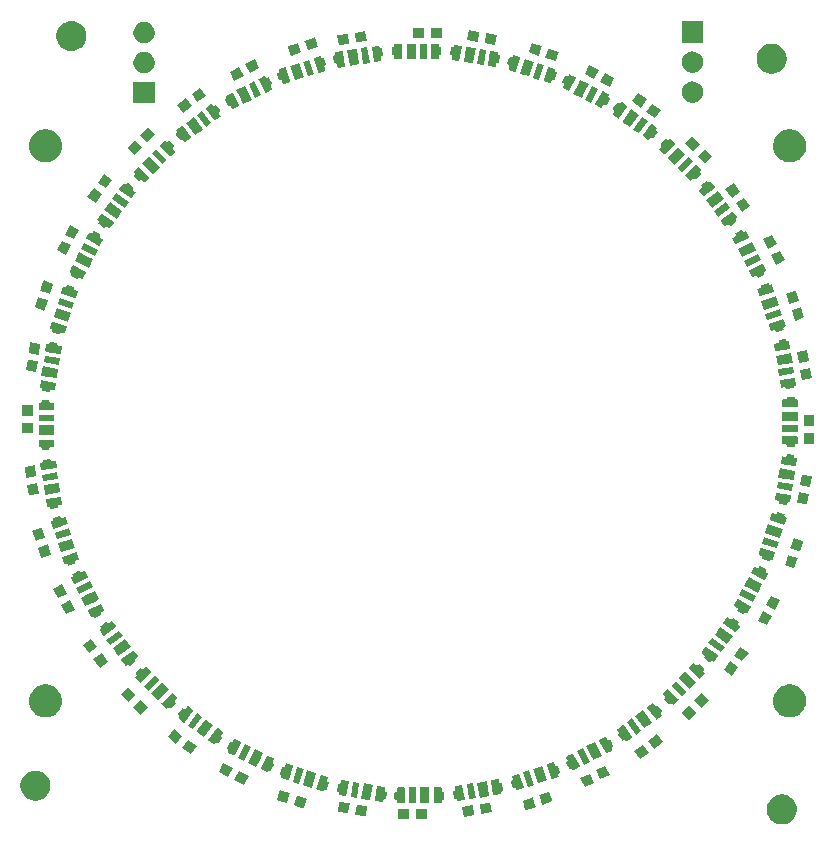
<source format=gbr>
G04 #@! TF.GenerationSoftware,KiCad,Pcbnew,(5.1.5)-3*
G04 #@! TF.CreationDate,2020-03-12T08:41:59+01:00*
G04 #@! TF.ProjectId,StepperClockLedRing,53746570-7065-4724-936c-6f636b4c6564,V0.1*
G04 #@! TF.SameCoordinates,Original*
G04 #@! TF.FileFunction,Soldermask,Top*
G04 #@! TF.FilePolarity,Negative*
%FSLAX46Y46*%
G04 Gerber Fmt 4.6, Leading zero omitted, Abs format (unit mm)*
G04 Created by KiCad (PCBNEW (5.1.5)-3) date 2020-03-12 08:41:59*
%MOMM*%
%LPD*%
G04 APERTURE LIST*
%ADD10C,0.100000*%
G04 APERTURE END LIST*
D10*
G36*
X125597765Y-157929403D02*
G01*
X125720445Y-157953805D01*
X125833927Y-158000811D01*
X125947576Y-158047886D01*
X125951571Y-158049541D01*
X126056279Y-158119505D01*
X126159577Y-158188526D01*
X126336474Y-158365423D01*
X126380390Y-158431148D01*
X126457460Y-158546491D01*
X126475460Y-158573431D01*
X126495721Y-158622346D01*
X126571195Y-158804555D01*
X126593586Y-158917123D01*
X126604611Y-158972547D01*
X126620000Y-159049916D01*
X126620000Y-159300084D01*
X126571195Y-159545445D01*
X126475459Y-159776571D01*
X126336473Y-159984578D01*
X126159578Y-160161473D01*
X125951571Y-160300459D01*
X125720445Y-160396195D01*
X125597764Y-160420598D01*
X125475085Y-160445000D01*
X125224915Y-160445000D01*
X125102236Y-160420598D01*
X124979555Y-160396195D01*
X124748429Y-160300459D01*
X124540422Y-160161473D01*
X124363527Y-159984578D01*
X124224541Y-159776571D01*
X124128805Y-159545445D01*
X124080000Y-159300084D01*
X124080000Y-159049916D01*
X124095390Y-158972547D01*
X124106414Y-158917123D01*
X124128805Y-158804555D01*
X124204279Y-158622346D01*
X124224540Y-158573431D01*
X124242541Y-158546491D01*
X124319610Y-158431148D01*
X124363526Y-158365423D01*
X124540423Y-158188526D01*
X124643721Y-158119505D01*
X124748429Y-158049541D01*
X124752425Y-158047886D01*
X124866073Y-158000811D01*
X124979555Y-157953805D01*
X125102235Y-157929403D01*
X125224915Y-157905000D01*
X125475085Y-157905000D01*
X125597765Y-157929403D01*
G37*
G36*
X95276000Y-159976000D02*
G01*
X94374000Y-159976000D01*
X94374000Y-159124000D01*
X95276000Y-159124000D01*
X95276000Y-159976000D01*
G37*
G36*
X93776000Y-159976000D02*
G01*
X92874000Y-159976000D01*
X92874000Y-159124000D01*
X93776000Y-159124000D01*
X93776000Y-159976000D01*
G37*
G36*
X99291323Y-159677529D02*
G01*
X98400428Y-159818633D01*
X98267145Y-158977123D01*
X99158040Y-158836019D01*
X99291323Y-159677529D01*
G37*
G36*
X90262855Y-158917123D02*
G01*
X90129572Y-159758633D01*
X89238677Y-159617529D01*
X89371960Y-158776019D01*
X90262855Y-158917123D01*
G37*
G36*
X100772855Y-159442877D02*
G01*
X99881960Y-159583981D01*
X99748677Y-158742471D01*
X100639572Y-158601367D01*
X100772855Y-159442877D01*
G37*
G36*
X88781323Y-158682471D02*
G01*
X88648040Y-159523981D01*
X87757145Y-159382877D01*
X87890428Y-158541367D01*
X88781323Y-158682471D01*
G37*
G36*
X104384953Y-158626852D02*
G01*
X104452916Y-158836019D01*
X104497276Y-158972547D01*
X104031150Y-159124000D01*
X103639423Y-159251280D01*
X103639422Y-159251280D01*
X103398248Y-158509020D01*
X103376140Y-158440980D01*
X103376140Y-158440979D01*
X104088625Y-158209479D01*
X104233993Y-158162246D01*
X104233994Y-158162246D01*
X104384953Y-158626852D01*
G37*
G36*
X84448655Y-158071592D02*
G01*
X85123860Y-158290979D01*
X85123860Y-158290980D01*
X85072888Y-158447855D01*
X84860578Y-159101280D01*
X84860577Y-159101280D01*
X84650200Y-159032924D01*
X84002724Y-158822547D01*
X84008570Y-158804556D01*
X84083157Y-158575000D01*
X84266006Y-158012246D01*
X84266007Y-158012246D01*
X84448655Y-158071592D01*
G37*
G36*
X105849034Y-158278730D02*
G01*
X105922002Y-158503301D01*
X105923860Y-158509021D01*
X105276384Y-158719398D01*
X105066007Y-158787754D01*
X105066006Y-158787754D01*
X104850056Y-158123127D01*
X104802724Y-157977454D01*
X104802724Y-157977453D01*
X105511984Y-157747001D01*
X105660577Y-157698720D01*
X105660578Y-157698720D01*
X105849034Y-158278730D01*
G37*
G36*
X83037081Y-157612943D02*
G01*
X83697276Y-157827453D01*
X83697276Y-157827454D01*
X83646223Y-157984578D01*
X83433994Y-158637754D01*
X83433993Y-158637754D01*
X83148880Y-158545115D01*
X82576140Y-158359021D01*
X82577183Y-158355812D01*
X82674376Y-158056680D01*
X82839422Y-157548720D01*
X82839423Y-157548720D01*
X83037081Y-157612943D01*
G37*
G36*
X96509999Y-157324737D02*
G01*
X96519608Y-157327652D01*
X96528472Y-157332390D01*
X96536237Y-157338763D01*
X96542610Y-157346528D01*
X96547348Y-157355392D01*
X96550263Y-157365001D01*
X96551852Y-157381140D01*
X96551852Y-157598149D01*
X96554254Y-157622535D01*
X96561367Y-157645984D01*
X96572918Y-157667595D01*
X96588463Y-157686537D01*
X96607405Y-157702082D01*
X96629016Y-157713633D01*
X96652465Y-157720746D01*
X96676851Y-157723148D01*
X96718860Y-157723148D01*
X96734999Y-157724737D01*
X96744608Y-157727652D01*
X96753472Y-157732390D01*
X96761237Y-157738763D01*
X96767610Y-157746528D01*
X96772348Y-157755392D01*
X96775263Y-157765001D01*
X96776852Y-157781140D01*
X96776852Y-158318860D01*
X96775263Y-158334999D01*
X96772348Y-158344608D01*
X96767610Y-158353472D01*
X96761237Y-158361237D01*
X96753472Y-158367610D01*
X96744608Y-158372348D01*
X96734999Y-158375263D01*
X96718860Y-158376852D01*
X96676851Y-158376852D01*
X96652465Y-158379254D01*
X96629016Y-158386367D01*
X96607405Y-158397918D01*
X96588463Y-158413463D01*
X96572918Y-158432405D01*
X96561367Y-158454016D01*
X96554254Y-158477465D01*
X96551852Y-158501851D01*
X96551852Y-158568860D01*
X96550263Y-158584999D01*
X96547348Y-158594608D01*
X96542610Y-158603472D01*
X96536237Y-158611237D01*
X96528472Y-158617610D01*
X96519608Y-158622348D01*
X96509999Y-158625263D01*
X96493860Y-158626852D01*
X95956140Y-158626852D01*
X95940001Y-158625263D01*
X95930392Y-158622348D01*
X95921528Y-158617610D01*
X95913763Y-158611237D01*
X95907390Y-158603472D01*
X95902652Y-158594608D01*
X95899737Y-158584999D01*
X95898148Y-158568860D01*
X95898148Y-157381140D01*
X95899737Y-157365001D01*
X95902652Y-157355392D01*
X95907390Y-157346528D01*
X95913763Y-157338763D01*
X95921528Y-157332390D01*
X95930392Y-157327652D01*
X95940001Y-157324737D01*
X95956140Y-157323148D01*
X96493860Y-157323148D01*
X96509999Y-157324737D01*
G37*
G36*
X93384999Y-157324737D02*
G01*
X93394608Y-157327652D01*
X93403472Y-157332390D01*
X93411237Y-157338763D01*
X93417610Y-157346528D01*
X93422348Y-157355392D01*
X93425263Y-157365001D01*
X93426852Y-157381140D01*
X93426852Y-158568860D01*
X93425263Y-158584999D01*
X93422348Y-158594608D01*
X93417610Y-158603472D01*
X93411237Y-158611237D01*
X93403472Y-158617610D01*
X93394608Y-158622348D01*
X93384999Y-158625263D01*
X93368860Y-158626852D01*
X92831140Y-158626852D01*
X92815001Y-158625263D01*
X92805392Y-158622348D01*
X92796528Y-158617610D01*
X92788763Y-158611237D01*
X92782390Y-158603472D01*
X92777652Y-158594608D01*
X92774737Y-158584999D01*
X92773148Y-158568860D01*
X92773148Y-158501851D01*
X92770746Y-158477465D01*
X92763633Y-158454016D01*
X92752082Y-158432405D01*
X92736537Y-158413463D01*
X92717595Y-158397918D01*
X92695984Y-158386367D01*
X92672535Y-158379254D01*
X92648149Y-158376852D01*
X92606140Y-158376852D01*
X92590001Y-158375263D01*
X92580392Y-158372348D01*
X92571528Y-158367610D01*
X92563763Y-158361237D01*
X92557390Y-158353472D01*
X92552652Y-158344608D01*
X92549737Y-158334999D01*
X92548148Y-158318860D01*
X92548148Y-157781140D01*
X92549737Y-157765001D01*
X92552652Y-157755392D01*
X92557390Y-157746528D01*
X92563763Y-157738763D01*
X92571528Y-157732390D01*
X92580392Y-157727652D01*
X92590001Y-157724737D01*
X92606140Y-157723148D01*
X92648149Y-157723148D01*
X92672535Y-157720746D01*
X92695984Y-157713633D01*
X92717595Y-157702082D01*
X92736537Y-157686537D01*
X92752082Y-157667595D01*
X92763633Y-157645984D01*
X92770746Y-157622535D01*
X92773148Y-157598149D01*
X92773148Y-157381140D01*
X92774737Y-157365001D01*
X92777652Y-157355392D01*
X92782390Y-157346528D01*
X92788763Y-157338763D01*
X92796528Y-157332390D01*
X92805392Y-157327652D01*
X92815001Y-157324737D01*
X92831140Y-157323148D01*
X93368860Y-157323148D01*
X93384999Y-157324737D01*
G37*
G36*
X95501000Y-158626000D02*
G01*
X94699000Y-158626000D01*
X94699000Y-157324000D01*
X95501000Y-157324000D01*
X95501000Y-158626000D01*
G37*
G36*
X94351000Y-158626000D02*
G01*
X93799000Y-158626000D01*
X93799000Y-157324000D01*
X94351000Y-157324000D01*
X94351000Y-158626000D01*
G37*
G36*
X91167954Y-157173766D02*
G01*
X91699050Y-157257883D01*
X91705023Y-157259442D01*
X91705025Y-157259442D01*
X91714745Y-157261978D01*
X91723784Y-157266363D01*
X91731794Y-157272426D01*
X91738469Y-157279937D01*
X91743547Y-157288601D01*
X91746840Y-157298098D01*
X91748216Y-157308046D01*
X91747262Y-157324234D01*
X91713314Y-157538572D01*
X91711871Y-157563034D01*
X91715229Y-157587307D01*
X91723257Y-157610458D01*
X91735648Y-157631599D01*
X91751925Y-157649916D01*
X91771462Y-157664705D01*
X91793510Y-157675399D01*
X91817220Y-157681586D01*
X91858713Y-157688158D01*
X91874399Y-157692251D01*
X91883442Y-157696637D01*
X91891450Y-157702699D01*
X91898124Y-157710210D01*
X91903205Y-157718879D01*
X91906496Y-157728369D01*
X91907872Y-157738320D01*
X91906918Y-157754508D01*
X91822799Y-158285609D01*
X91818706Y-158301294D01*
X91814319Y-158310339D01*
X91808388Y-158318174D01*
X91808257Y-158318347D01*
X91800747Y-158325020D01*
X91792346Y-158329944D01*
X91792078Y-158330101D01*
X91782588Y-158333392D01*
X91772637Y-158334768D01*
X91756449Y-158333814D01*
X91714958Y-158327242D01*
X91690497Y-158325799D01*
X91666224Y-158329157D01*
X91643072Y-158337185D01*
X91621931Y-158349576D01*
X91603614Y-158365853D01*
X91588825Y-158385390D01*
X91578131Y-158407438D01*
X91571944Y-158431148D01*
X91561462Y-158497325D01*
X91559904Y-158503297D01*
X91559903Y-158503301D01*
X91557367Y-158513021D01*
X91552982Y-158522060D01*
X91546919Y-158530070D01*
X91539408Y-158536745D01*
X91533938Y-158539951D01*
X91530742Y-158541824D01*
X91521250Y-158545115D01*
X91511295Y-158546492D01*
X91495112Y-158545538D01*
X90964016Y-158461421D01*
X90958043Y-158459862D01*
X90958041Y-158459862D01*
X90948321Y-158457326D01*
X90939282Y-158452941D01*
X90931272Y-158446878D01*
X90926829Y-158441879D01*
X90924597Y-158439367D01*
X90919519Y-158430703D01*
X90916226Y-158421206D01*
X90914850Y-158411258D01*
X90915804Y-158395070D01*
X91101605Y-157221971D01*
X91105698Y-157206286D01*
X91110085Y-157197241D01*
X91116144Y-157189237D01*
X91116147Y-157189234D01*
X91123657Y-157182560D01*
X91132324Y-157177480D01*
X91132325Y-157177480D01*
X91132326Y-157177479D01*
X91141816Y-157174188D01*
X91151767Y-157172812D01*
X91167954Y-157173766D01*
G37*
G36*
X98259720Y-157118742D02*
G01*
X98259723Y-157118743D01*
X98269215Y-157122034D01*
X98269216Y-157122035D01*
X98269217Y-157122035D01*
X98277881Y-157127113D01*
X98285392Y-157133788D01*
X98291455Y-157141798D01*
X98295841Y-157150840D01*
X98299934Y-157166525D01*
X98485735Y-158339624D01*
X98486689Y-158355812D01*
X98485313Y-158365763D01*
X98484672Y-158367610D01*
X98482021Y-158375255D01*
X98476941Y-158383922D01*
X98472092Y-158389378D01*
X98470264Y-158391435D01*
X98462260Y-158397494D01*
X98453219Y-158401879D01*
X98448001Y-158403241D01*
X98443498Y-158404416D01*
X98443496Y-158404416D01*
X98437523Y-158405975D01*
X97906427Y-158490092D01*
X97890240Y-158491046D01*
X97880292Y-158489670D01*
X97880289Y-158489669D01*
X97870797Y-158486378D01*
X97870795Y-158486377D01*
X97862131Y-158481299D01*
X97854620Y-158474624D01*
X97848557Y-158466614D01*
X97846038Y-158461421D01*
X97844172Y-158457575D01*
X97841636Y-158447855D01*
X97841635Y-158447851D01*
X97840077Y-158441879D01*
X97829595Y-158375702D01*
X97823408Y-158351991D01*
X97812714Y-158329944D01*
X97797924Y-158310406D01*
X97779607Y-158294129D01*
X97758467Y-158281739D01*
X97735315Y-158273711D01*
X97711042Y-158270353D01*
X97686581Y-158271796D01*
X97645090Y-158278368D01*
X97628902Y-158279322D01*
X97618951Y-158277946D01*
X97609461Y-158274655D01*
X97600792Y-158269574D01*
X97593281Y-158262900D01*
X97587219Y-158254892D01*
X97582833Y-158245849D01*
X97578740Y-158230163D01*
X97494621Y-157699062D01*
X97493667Y-157682874D01*
X97495043Y-157672923D01*
X97498334Y-157663433D01*
X97499984Y-157660618D01*
X97503415Y-157654764D01*
X97510088Y-157647254D01*
X97511766Y-157645984D01*
X97518096Y-157641192D01*
X97527141Y-157636805D01*
X97542826Y-157632712D01*
X97584319Y-157626140D01*
X97608029Y-157619953D01*
X97630077Y-157609259D01*
X97649614Y-157594470D01*
X97665891Y-157576153D01*
X97678282Y-157555012D01*
X97686310Y-157531861D01*
X97689668Y-157507588D01*
X97688225Y-157483126D01*
X97654277Y-157268788D01*
X97653323Y-157252600D01*
X97654699Y-157242649D01*
X97657990Y-157233159D01*
X97657991Y-157233157D01*
X97663071Y-157224490D01*
X97669744Y-157216980D01*
X97671035Y-157216003D01*
X97677752Y-157210918D01*
X97686793Y-157206533D01*
X97692011Y-157205171D01*
X97696514Y-157203996D01*
X97696516Y-157203996D01*
X97702489Y-157202437D01*
X98233585Y-157118320D01*
X98249772Y-157117366D01*
X98259720Y-157118742D01*
G37*
G36*
X62355135Y-155920923D02*
G01*
X62520445Y-155953805D01*
X62652521Y-156008513D01*
X62726546Y-156039175D01*
X62751571Y-156049541D01*
X62851104Y-156116047D01*
X62959577Y-156188526D01*
X63136474Y-156365423D01*
X63190410Y-156446144D01*
X63271249Y-156567128D01*
X63275460Y-156573431D01*
X63281391Y-156587749D01*
X63371195Y-156804555D01*
X63378205Y-156839798D01*
X63420000Y-157049915D01*
X63420000Y-157300085D01*
X63405588Y-157372541D01*
X63371195Y-157545445D01*
X63306058Y-157702699D01*
X63278951Y-157768142D01*
X63275459Y-157776571D01*
X63241461Y-157827453D01*
X63136474Y-157984577D01*
X62959577Y-158161474D01*
X62906329Y-158197053D01*
X62751571Y-158300459D01*
X62751570Y-158300460D01*
X62751569Y-158300460D01*
X62708386Y-158318347D01*
X62520445Y-158396195D01*
X62433632Y-158413463D01*
X62275085Y-158445000D01*
X62024915Y-158445000D01*
X61866368Y-158413463D01*
X61779555Y-158396195D01*
X61591614Y-158318347D01*
X61548431Y-158300460D01*
X61548430Y-158300460D01*
X61548429Y-158300459D01*
X61393671Y-158197053D01*
X61340423Y-158161474D01*
X61163526Y-157984577D01*
X61058539Y-157827453D01*
X61024541Y-157776571D01*
X61021050Y-157768142D01*
X60993942Y-157702699D01*
X60928805Y-157545445D01*
X60894412Y-157372541D01*
X60880000Y-157300085D01*
X60880000Y-157049915D01*
X60921795Y-156839798D01*
X60928805Y-156804555D01*
X61018609Y-156587749D01*
X61024540Y-156573431D01*
X61028752Y-156567128D01*
X61109590Y-156446144D01*
X61163526Y-156365423D01*
X61340423Y-156188526D01*
X61448896Y-156116047D01*
X61548429Y-156049541D01*
X61573455Y-156039175D01*
X61647479Y-156008513D01*
X61779555Y-155953805D01*
X61944865Y-155920923D01*
X62024915Y-155905000D01*
X62275085Y-155905000D01*
X62355135Y-155920923D01*
G37*
G36*
X90718285Y-157103408D02*
G01*
X90516211Y-158379254D01*
X90514607Y-158389378D01*
X90514607Y-158389379D01*
X89722481Y-158263918D01*
X89926159Y-156977947D01*
X90718285Y-157103408D01*
G37*
G36*
X99407444Y-158251491D02*
G01*
X98862240Y-158337843D01*
X98658562Y-157051873D01*
X99203766Y-156965521D01*
X99407444Y-158251491D01*
G37*
G36*
X89582444Y-156923509D02*
G01*
X89378766Y-158209479D01*
X88833562Y-158123127D01*
X89037240Y-156837157D01*
X89582444Y-156923509D01*
G37*
G36*
X100543285Y-158071592D02*
G01*
X99751159Y-158197053D01*
X99547481Y-156911082D01*
X100339607Y-156785621D01*
X100543285Y-158071592D01*
G37*
G36*
X88081427Y-156684908D02*
G01*
X88612523Y-156769025D01*
X88618496Y-156770584D01*
X88618498Y-156770584D01*
X88628218Y-156773120D01*
X88637208Y-156777481D01*
X88637257Y-156777505D01*
X88645267Y-156783568D01*
X88651942Y-156791079D01*
X88657020Y-156799743D01*
X88660313Y-156809240D01*
X88661689Y-156819188D01*
X88660735Y-156835376D01*
X88474934Y-158008475D01*
X88470841Y-158024160D01*
X88466454Y-158033205D01*
X88460395Y-158041209D01*
X88460392Y-158041212D01*
X88452882Y-158047886D01*
X88450058Y-158049541D01*
X88444213Y-158052967D01*
X88434723Y-158056258D01*
X88424772Y-158057634D01*
X88408585Y-158056680D01*
X87877489Y-157972563D01*
X87871516Y-157971004D01*
X87871514Y-157971004D01*
X87861794Y-157968468D01*
X87852755Y-157964083D01*
X87844745Y-157958020D01*
X87838071Y-157950510D01*
X87832991Y-157941843D01*
X87829700Y-157932351D01*
X87829699Y-157932348D01*
X87828323Y-157922400D01*
X87829277Y-157906212D01*
X87839760Y-157840028D01*
X87841203Y-157815567D01*
X87837845Y-157791294D01*
X87829817Y-157768142D01*
X87817426Y-157747001D01*
X87801149Y-157728684D01*
X87781612Y-157713895D01*
X87759564Y-157703201D01*
X87735854Y-157697014D01*
X87694368Y-157690443D01*
X87678673Y-157686348D01*
X87669630Y-157681962D01*
X87661626Y-157675902D01*
X87654949Y-157668389D01*
X87649870Y-157659723D01*
X87646580Y-157650235D01*
X87646579Y-157650232D01*
X87645203Y-157640280D01*
X87645202Y-157640276D01*
X87646156Y-157624092D01*
X87730275Y-157092990D01*
X87734368Y-157077305D01*
X87738755Y-157068260D01*
X87744814Y-157060256D01*
X87744817Y-157060252D01*
X87752327Y-157053579D01*
X87760994Y-157048499D01*
X87760995Y-157048499D01*
X87760996Y-157048498D01*
X87770486Y-157045207D01*
X87780437Y-157043831D01*
X87796625Y-157044785D01*
X87838116Y-157051357D01*
X87862577Y-157052800D01*
X87886850Y-157049442D01*
X87910002Y-157041414D01*
X87931143Y-157029023D01*
X87949460Y-157012746D01*
X87964249Y-156993209D01*
X87974943Y-156971161D01*
X87981130Y-156947451D01*
X88015077Y-156733120D01*
X88019107Y-156717675D01*
X88019172Y-156717425D01*
X88023557Y-156708386D01*
X88029620Y-156700376D01*
X88037130Y-156693702D01*
X88037131Y-156693701D01*
X88045795Y-156688623D01*
X88045796Y-156688623D01*
X88045797Y-156688622D01*
X88055289Y-156685331D01*
X88055292Y-156685330D01*
X88065240Y-156683954D01*
X88081427Y-156684908D01*
G37*
G36*
X101346247Y-156629884D02*
G01*
X101346250Y-156629885D01*
X101355742Y-156633176D01*
X101355743Y-156633177D01*
X101355744Y-156633177D01*
X101364408Y-156638255D01*
X101364409Y-156638256D01*
X101371919Y-156644930D01*
X101377982Y-156652940D01*
X101382367Y-156661979D01*
X101384276Y-156669297D01*
X101386462Y-156677674D01*
X101420409Y-156892005D01*
X101426596Y-156915715D01*
X101437290Y-156937763D01*
X101452079Y-156957300D01*
X101470396Y-156973577D01*
X101491537Y-156985968D01*
X101514689Y-156993996D01*
X101538962Y-156997354D01*
X101563423Y-156995911D01*
X101604914Y-156989339D01*
X101621102Y-156988385D01*
X101631053Y-156989761D01*
X101640543Y-156993052D01*
X101649212Y-156998133D01*
X101656723Y-157004807D01*
X101662785Y-157012815D01*
X101667171Y-157021858D01*
X101671264Y-157037544D01*
X101755383Y-157568646D01*
X101756337Y-157584834D01*
X101754961Y-157594785D01*
X101753794Y-157598149D01*
X101751669Y-157604277D01*
X101746589Y-157612944D01*
X101739916Y-157620454D01*
X101739912Y-157620457D01*
X101731908Y-157626516D01*
X101722867Y-157630901D01*
X101720192Y-157631599D01*
X101713146Y-157633438D01*
X101713144Y-157633438D01*
X101707171Y-157634997D01*
X101665685Y-157641568D01*
X101641975Y-157647755D01*
X101619927Y-157658449D01*
X101600390Y-157673238D01*
X101584113Y-157691555D01*
X101571722Y-157712696D01*
X101563694Y-157735848D01*
X101560336Y-157760121D01*
X101561779Y-157784582D01*
X101572262Y-157850766D01*
X101573216Y-157866954D01*
X101571840Y-157876905D01*
X101568549Y-157886395D01*
X101563468Y-157895064D01*
X101556794Y-157902575D01*
X101548786Y-157908637D01*
X101541086Y-157912371D01*
X101539746Y-157913021D01*
X101530025Y-157915558D01*
X101530023Y-157915558D01*
X101524050Y-157917117D01*
X100992954Y-158001234D01*
X100976767Y-158002188D01*
X100966819Y-158000812D01*
X100966816Y-158000811D01*
X100957324Y-157997520D01*
X100957322Y-157997519D01*
X100948658Y-157992441D01*
X100941147Y-157985766D01*
X100935084Y-157977756D01*
X100930699Y-157968717D01*
X100929490Y-157964083D01*
X100926605Y-157953029D01*
X100740804Y-156779930D01*
X100739850Y-156763742D01*
X100741226Y-156753791D01*
X100744517Y-156744301D01*
X100744518Y-156744299D01*
X100749598Y-156735632D01*
X100756272Y-156728122D01*
X100756275Y-156728119D01*
X100764279Y-156722060D01*
X100773320Y-156717675D01*
X100778538Y-156716313D01*
X100783041Y-156715138D01*
X100783043Y-156715138D01*
X100789016Y-156713579D01*
X101320112Y-156629462D01*
X101336299Y-156628508D01*
X101346247Y-156629884D01*
G37*
G36*
X86356478Y-156257019D02*
G01*
X86366291Y-156259172D01*
X86366296Y-156259174D01*
X86372322Y-156260496D01*
X86883720Y-156426660D01*
X86898575Y-156433157D01*
X86898576Y-156433158D01*
X86906818Y-156438903D01*
X86913781Y-156446144D01*
X86913783Y-156446147D01*
X86919196Y-156454603D01*
X86922860Y-156463964D01*
X86924625Y-156473850D01*
X86924428Y-156483894D01*
X86922275Y-156493707D01*
X86922273Y-156493712D01*
X86920951Y-156499738D01*
X86853893Y-156706121D01*
X86848641Y-156730056D01*
X86848160Y-156754555D01*
X86852468Y-156778678D01*
X86861399Y-156801496D01*
X86874610Y-156822134D01*
X86891594Y-156839798D01*
X86911697Y-156853809D01*
X86934147Y-156863629D01*
X86974101Y-156876611D01*
X86979751Y-156879082D01*
X86979753Y-156879083D01*
X86988957Y-156883109D01*
X86988958Y-156883110D01*
X86988961Y-156883111D01*
X86997197Y-156888851D01*
X87004162Y-156896094D01*
X87009578Y-156904556D01*
X87013240Y-156913912D01*
X87015006Y-156923801D01*
X87014809Y-156933845D01*
X87012656Y-156943658D01*
X87012654Y-156943663D01*
X87011332Y-156949689D01*
X86845168Y-157461087D01*
X86838671Y-157475942D01*
X86835213Y-157480903D01*
X86832925Y-157484185D01*
X86825684Y-157491148D01*
X86825681Y-157491150D01*
X86821398Y-157493892D01*
X86817223Y-157496564D01*
X86809359Y-157499642D01*
X86807864Y-157500227D01*
X86797978Y-157501992D01*
X86787934Y-157501795D01*
X86778121Y-157499642D01*
X86778116Y-157499640D01*
X86772090Y-157498318D01*
X86732142Y-157485338D01*
X86708208Y-157480087D01*
X86683708Y-157479605D01*
X86659586Y-157483913D01*
X86636767Y-157492844D01*
X86616129Y-157506055D01*
X86598465Y-157523038D01*
X86584454Y-157543141D01*
X86574634Y-157565592D01*
X86553926Y-157629323D01*
X86547429Y-157644178D01*
X86543429Y-157649916D01*
X86541683Y-157652421D01*
X86534442Y-157659384D01*
X86534439Y-157659386D01*
X86534437Y-157659388D01*
X86525983Y-157664800D01*
X86516625Y-157668462D01*
X86506736Y-157670228D01*
X86496691Y-157670031D01*
X86486879Y-157667878D01*
X86486874Y-157667876D01*
X86480848Y-157666554D01*
X85969450Y-157500390D01*
X85954595Y-157493893D01*
X85946353Y-157488148D01*
X85943651Y-157485338D01*
X85939389Y-157480906D01*
X85933973Y-157472445D01*
X85930311Y-157463089D01*
X85928545Y-157453200D01*
X85928742Y-157443156D01*
X85930895Y-157433343D01*
X85930897Y-157433338D01*
X85932219Y-157427312D01*
X86299244Y-156297727D01*
X86305744Y-156282867D01*
X86311484Y-156274631D01*
X86318727Y-156267666D01*
X86327189Y-156262250D01*
X86336545Y-156258588D01*
X86346434Y-156256822D01*
X86356478Y-156257019D01*
G37*
G36*
X103069570Y-156147215D02*
G01*
X103069572Y-156147216D01*
X103069573Y-156147216D01*
X103078929Y-156150878D01*
X103078930Y-156150879D01*
X103078931Y-156150879D01*
X103084339Y-156154341D01*
X103087390Y-156156294D01*
X103094631Y-156163257D01*
X103094632Y-156163258D01*
X103100377Y-156171500D01*
X103106874Y-156186355D01*
X103473899Y-157315940D01*
X103475221Y-157321966D01*
X103475223Y-157321971D01*
X103475830Y-157324738D01*
X103477376Y-157331785D01*
X103477573Y-157341828D01*
X103475807Y-157351717D01*
X103472145Y-157361073D01*
X103466729Y-157369535D01*
X103459764Y-157376778D01*
X103451528Y-157382518D01*
X103451525Y-157382519D01*
X103451524Y-157382520D01*
X103442320Y-157386546D01*
X103442318Y-157386547D01*
X103436668Y-157389018D01*
X102925270Y-157555182D01*
X102919244Y-157556504D01*
X102919239Y-157556506D01*
X102909426Y-157558659D01*
X102899382Y-157558856D01*
X102889496Y-157557091D01*
X102888001Y-157556506D01*
X102880137Y-157553428D01*
X102871676Y-157548012D01*
X102864435Y-157541049D01*
X102858690Y-157532807D01*
X102858689Y-157532806D01*
X102852192Y-157517951D01*
X102831484Y-157454220D01*
X102821664Y-157431769D01*
X102807653Y-157411666D01*
X102789989Y-157394683D01*
X102769351Y-157381472D01*
X102746532Y-157372541D01*
X102722410Y-157368233D01*
X102697910Y-157368715D01*
X102673976Y-157373966D01*
X102634028Y-157386946D01*
X102628002Y-157388268D01*
X102627997Y-157388270D01*
X102618185Y-157390423D01*
X102608140Y-157390620D01*
X102598251Y-157388854D01*
X102596759Y-157388270D01*
X102588893Y-157385192D01*
X102580439Y-157379780D01*
X102580437Y-157379778D01*
X102580434Y-157379776D01*
X102573193Y-157372813D01*
X102570907Y-157369534D01*
X102567447Y-157364570D01*
X102560950Y-157349715D01*
X102394786Y-156838317D01*
X102393464Y-156832291D01*
X102393462Y-156832286D01*
X102391309Y-156822473D01*
X102391112Y-156812429D01*
X102392878Y-156802540D01*
X102396540Y-156793184D01*
X102401381Y-156785622D01*
X102401954Y-156784726D01*
X102401956Y-156784723D01*
X102408919Y-156777482D01*
X102415175Y-156773121D01*
X102417162Y-156771736D01*
X102432017Y-156765239D01*
X102471971Y-156752257D01*
X102494421Y-156742437D01*
X102514524Y-156728426D01*
X102531508Y-156710762D01*
X102544719Y-156690124D01*
X102553650Y-156667306D01*
X102557958Y-156643183D01*
X102557477Y-156618684D01*
X102552225Y-156594749D01*
X102485167Y-156388366D01*
X102483845Y-156382340D01*
X102483843Y-156382335D01*
X102481690Y-156372522D01*
X102481493Y-156362478D01*
X102483259Y-156352589D01*
X102486921Y-156343233D01*
X102492337Y-156334772D01*
X102499300Y-156327531D01*
X102499301Y-156327530D01*
X102507543Y-156321785D01*
X102522398Y-156315288D01*
X103033796Y-156149124D01*
X103039822Y-156147802D01*
X103039827Y-156147800D01*
X103049640Y-156145647D01*
X103059684Y-156145450D01*
X103069570Y-156147215D01*
G37*
G36*
X85939190Y-156120659D02*
G01*
X85536850Y-157358935D01*
X84774102Y-157111103D01*
X85176442Y-155872827D01*
X85939190Y-156120659D01*
G37*
G36*
X109451989Y-156915312D02*
G01*
X108648301Y-157324812D01*
X108261501Y-156565674D01*
X109065189Y-156156174D01*
X109451989Y-156915312D01*
G37*
G36*
X104370475Y-157084710D02*
G01*
X103845491Y-157255287D01*
X103443151Y-156017012D01*
X103968135Y-155846435D01*
X104370475Y-157084710D01*
G37*
G36*
X80188499Y-156340674D02*
G01*
X79801699Y-157099812D01*
X78998011Y-156690312D01*
X79384811Y-155931174D01*
X80188499Y-156340674D01*
G37*
G36*
X84845475Y-155765290D02*
G01*
X84443135Y-157003565D01*
X83918151Y-156832988D01*
X84320491Y-155594713D01*
X84845475Y-155765290D01*
G37*
G36*
X105464190Y-156729341D02*
G01*
X104701442Y-156977173D01*
X104299102Y-155738897D01*
X105061850Y-155491065D01*
X105464190Y-156729341D01*
G37*
G36*
X83384426Y-155291341D02*
G01*
X83394239Y-155293494D01*
X83394244Y-155293496D01*
X83400270Y-155294818D01*
X83911668Y-155460982D01*
X83926523Y-155467479D01*
X83926524Y-155467480D01*
X83934766Y-155473225D01*
X83941729Y-155480466D01*
X83941731Y-155480469D01*
X83945658Y-155486603D01*
X83947145Y-155488927D01*
X83949950Y-155496094D01*
X83950808Y-155498286D01*
X83952421Y-155507320D01*
X83952573Y-155508172D01*
X83952376Y-155518216D01*
X83950223Y-155528029D01*
X83950221Y-155528034D01*
X83948899Y-155534060D01*
X83581874Y-156663645D01*
X83579403Y-156669295D01*
X83579402Y-156669297D01*
X83575376Y-156678501D01*
X83575374Y-156678505D01*
X83569634Y-156686741D01*
X83562391Y-156693706D01*
X83553929Y-156699122D01*
X83544573Y-156702784D01*
X83534684Y-156704550D01*
X83524640Y-156704353D01*
X83514827Y-156702200D01*
X83514822Y-156702198D01*
X83508796Y-156700876D01*
X82997398Y-156534712D01*
X82982543Y-156528215D01*
X82974301Y-156522470D01*
X82974300Y-156522469D01*
X82967337Y-156515228D01*
X82961921Y-156506767D01*
X82958259Y-156497411D01*
X82957598Y-156493707D01*
X82956493Y-156487522D01*
X82956690Y-156477479D01*
X82960166Y-156461638D01*
X82980873Y-156397910D01*
X82986124Y-156373975D01*
X82986606Y-156349476D01*
X82982298Y-156325353D01*
X82973367Y-156302535D01*
X82960156Y-156281897D01*
X82943173Y-156264233D01*
X82923070Y-156250221D01*
X82900619Y-156240401D01*
X82860665Y-156227419D01*
X82855015Y-156224948D01*
X82855013Y-156224947D01*
X82845809Y-156220921D01*
X82845808Y-156220920D01*
X82845805Y-156220919D01*
X82837569Y-156215179D01*
X82830604Y-156207936D01*
X82825188Y-156199474D01*
X82821526Y-156190118D01*
X82819760Y-156180230D01*
X82819957Y-156170186D01*
X82821477Y-156163257D01*
X82822110Y-156160372D01*
X82822112Y-156160367D01*
X82823434Y-156154341D01*
X82989597Y-155642943D01*
X82996095Y-155628085D01*
X83001836Y-155619849D01*
X83001837Y-155619848D01*
X83001839Y-155619845D01*
X83009081Y-155612882D01*
X83009084Y-155612880D01*
X83017541Y-155607466D01*
X83026900Y-155603803D01*
X83036786Y-155602038D01*
X83036787Y-155602038D01*
X83046831Y-155602235D01*
X83056644Y-155604388D01*
X83056649Y-155604390D01*
X83062675Y-155605712D01*
X83102624Y-155618692D01*
X83126559Y-155623944D01*
X83151058Y-155624425D01*
X83175181Y-155620117D01*
X83197999Y-155611186D01*
X83218637Y-155597975D01*
X83236301Y-155580991D01*
X83250312Y-155560888D01*
X83260132Y-155538438D01*
X83327192Y-155332049D01*
X83333692Y-155317189D01*
X83339432Y-155308953D01*
X83346675Y-155301988D01*
X83355137Y-155296572D01*
X83359618Y-155294818D01*
X83364492Y-155292910D01*
X83369437Y-155292027D01*
X83374381Y-155291144D01*
X83374382Y-155291144D01*
X83384426Y-155291341D01*
G37*
G36*
X110788499Y-156234326D02*
G01*
X109984811Y-156643826D01*
X109598011Y-155884688D01*
X110401699Y-155475188D01*
X110788499Y-156234326D01*
G37*
G36*
X106041622Y-155181537D02*
G01*
X106041624Y-155181538D01*
X106041625Y-155181538D01*
X106050981Y-155185200D01*
X106050982Y-155185201D01*
X106050983Y-155185201D01*
X106059322Y-155190539D01*
X106059442Y-155190616D01*
X106066683Y-155197579D01*
X106066684Y-155197580D01*
X106072429Y-155205822D01*
X106078926Y-155220677D01*
X106145986Y-155427066D01*
X106155806Y-155449516D01*
X106169817Y-155469619D01*
X106187481Y-155486603D01*
X106208119Y-155499814D01*
X106230937Y-155508745D01*
X106255060Y-155513053D01*
X106279559Y-155512572D01*
X106303494Y-155507320D01*
X106343443Y-155494340D01*
X106349469Y-155493018D01*
X106349474Y-155493016D01*
X106359287Y-155490863D01*
X106369331Y-155490666D01*
X106369332Y-155490666D01*
X106379220Y-155492432D01*
X106388576Y-155496094D01*
X106397038Y-155501510D01*
X106404281Y-155508475D01*
X106410021Y-155516711D01*
X106410022Y-155516714D01*
X106410023Y-155516715D01*
X106410680Y-155518216D01*
X106416521Y-155531571D01*
X106582684Y-156042969D01*
X106584006Y-156048995D01*
X106584008Y-156049000D01*
X106586161Y-156058813D01*
X106586161Y-156058814D01*
X106586358Y-156068858D01*
X106584593Y-156078744D01*
X106580930Y-156088103D01*
X106575516Y-156096560D01*
X106575514Y-156096563D01*
X106568551Y-156103805D01*
X106568548Y-156103807D01*
X106568547Y-156103808D01*
X106560311Y-156109549D01*
X106545453Y-156116047D01*
X106505499Y-156129029D01*
X106483049Y-156138849D01*
X106462946Y-156152860D01*
X106445962Y-156170524D01*
X106432751Y-156191162D01*
X106423820Y-156213980D01*
X106419512Y-156238103D01*
X106419993Y-156262602D01*
X106425245Y-156286538D01*
X106445952Y-156350266D01*
X106449428Y-156366107D01*
X106449625Y-156376150D01*
X106447859Y-156386039D01*
X106444197Y-156395397D01*
X106438785Y-156403851D01*
X106438783Y-156403853D01*
X106438781Y-156403856D01*
X106431818Y-156411097D01*
X106431815Y-156411100D01*
X106425637Y-156415406D01*
X106423577Y-156416842D01*
X106414372Y-156420868D01*
X106408716Y-156423342D01*
X105897322Y-156589504D01*
X105891296Y-156590826D01*
X105891291Y-156590828D01*
X105881478Y-156592981D01*
X105871434Y-156593178D01*
X105861548Y-156591413D01*
X105860053Y-156590828D01*
X105852189Y-156587750D01*
X105843728Y-156582334D01*
X105836487Y-156575371D01*
X105836486Y-156575370D01*
X105830741Y-156567128D01*
X105824244Y-156552273D01*
X105457219Y-155422688D01*
X105455897Y-155416662D01*
X105455895Y-155416657D01*
X105453742Y-155406844D01*
X105453545Y-155396800D01*
X105455311Y-155386911D01*
X105458973Y-155377555D01*
X105464389Y-155369093D01*
X105471354Y-155361850D01*
X105479590Y-155356110D01*
X105479593Y-155356109D01*
X105479594Y-155356108D01*
X105488798Y-155352082D01*
X105488800Y-155352081D01*
X105494450Y-155349610D01*
X106005848Y-155183446D01*
X106011874Y-155182124D01*
X106011879Y-155182122D01*
X106021692Y-155179969D01*
X106031736Y-155179772D01*
X106041622Y-155181537D01*
G37*
G36*
X78851989Y-155659688D02*
G01*
X78465189Y-156418826D01*
X77661501Y-156009326D01*
X78048301Y-155250188D01*
X78851989Y-155659688D01*
G37*
G36*
X81827786Y-154622211D02*
G01*
X81827788Y-154622212D01*
X81827789Y-154622212D01*
X81829281Y-154622796D01*
X81842893Y-154628124D01*
X82322000Y-154872241D01*
X82327197Y-154875568D01*
X82335658Y-154880984D01*
X82342899Y-154887947D01*
X82342900Y-154887948D01*
X82348645Y-154896190D01*
X82352669Y-154905390D01*
X82354823Y-154915207D01*
X82355020Y-154925250D01*
X82353254Y-154935139D01*
X82347343Y-154950241D01*
X82248824Y-155143598D01*
X82239893Y-155166417D01*
X82235585Y-155190539D01*
X82236066Y-155215039D01*
X82241318Y-155238973D01*
X82251138Y-155261424D01*
X82265149Y-155281527D01*
X82282813Y-155298510D01*
X82303451Y-155311721D01*
X82340883Y-155330794D01*
X82354538Y-155339534D01*
X82361780Y-155346498D01*
X82367524Y-155354738D01*
X82370634Y-155361850D01*
X82371550Y-155363944D01*
X82372680Y-155369094D01*
X82373703Y-155373758D01*
X82373900Y-155383802D01*
X82372134Y-155393693D01*
X82366226Y-155408788D01*
X82122105Y-155887905D01*
X82113366Y-155901556D01*
X82113364Y-155901558D01*
X82113362Y-155901561D01*
X82110055Y-155905000D01*
X82106398Y-155908803D01*
X82098156Y-155914548D01*
X82088956Y-155918572D01*
X82088955Y-155918572D01*
X82088953Y-155918573D01*
X82079141Y-155920726D01*
X82069096Y-155920923D01*
X82059207Y-155919157D01*
X82044108Y-155913248D01*
X82006673Y-155894174D01*
X81983854Y-155885244D01*
X81959732Y-155880936D01*
X81935232Y-155881418D01*
X81911298Y-155886669D01*
X81888847Y-155896490D01*
X81868744Y-155910501D01*
X81851761Y-155928165D01*
X81838551Y-155948801D01*
X81808126Y-156008513D01*
X81799388Y-156022164D01*
X81792424Y-156029406D01*
X81784184Y-156035150D01*
X81776132Y-156038671D01*
X81774978Y-156039176D01*
X81765165Y-156041329D01*
X81755121Y-156041526D01*
X81755120Y-156041526D01*
X81745234Y-156039761D01*
X81730127Y-156033848D01*
X81251020Y-155789731D01*
X81237365Y-155780990D01*
X81237362Y-155780988D01*
X81230121Y-155774025D01*
X81224376Y-155765783D01*
X81224375Y-155765782D01*
X81220351Y-155756582D01*
X81219106Y-155750906D01*
X81218197Y-155746766D01*
X81218000Y-155736722D01*
X81219766Y-155726833D01*
X81223428Y-155717477D01*
X81225677Y-155711731D01*
X81764890Y-154653466D01*
X81773633Y-154639807D01*
X81780598Y-154632564D01*
X81788834Y-154626824D01*
X81788837Y-154626823D01*
X81788838Y-154626822D01*
X81798021Y-154622805D01*
X81798039Y-154622797D01*
X81798040Y-154622797D01*
X81798042Y-154622796D01*
X81807855Y-154620643D01*
X81817899Y-154620446D01*
X81817900Y-154620446D01*
X81827786Y-154622211D01*
G37*
G36*
X107630769Y-154452392D02*
G01*
X107640582Y-154454545D01*
X107640584Y-154454546D01*
X107640585Y-154454546D01*
X107649785Y-154458570D01*
X107658027Y-154464315D01*
X107658028Y-154464316D01*
X107664991Y-154471557D01*
X107664993Y-154471560D01*
X107673734Y-154485215D01*
X108212946Y-155543477D01*
X108215196Y-155549226D01*
X108218858Y-155558581D01*
X108220624Y-155568471D01*
X108220427Y-155578515D01*
X108219588Y-155582341D01*
X108218273Y-155588331D01*
X108214246Y-155597536D01*
X108208506Y-155605772D01*
X108201263Y-155612737D01*
X108187604Y-155621480D01*
X107708494Y-155865598D01*
X107693392Y-155871509D01*
X107683503Y-155873275D01*
X107673459Y-155873078D01*
X107663646Y-155870925D01*
X107663644Y-155870924D01*
X107663643Y-155870924D01*
X107654443Y-155866900D01*
X107646201Y-155861155D01*
X107646200Y-155861154D01*
X107639237Y-155853913D01*
X107634450Y-155846435D01*
X107630496Y-155840259D01*
X107600073Y-155780550D01*
X107586862Y-155759913D01*
X107569878Y-155742249D01*
X107549775Y-155728238D01*
X107527325Y-155718418D01*
X107503390Y-155713166D01*
X107478890Y-155712685D01*
X107454768Y-155716993D01*
X107431951Y-155725923D01*
X107394516Y-155744997D01*
X107379417Y-155750906D01*
X107369528Y-155752672D01*
X107359484Y-155752475D01*
X107349671Y-155750322D01*
X107349669Y-155750321D01*
X107349668Y-155750321D01*
X107340468Y-155746297D01*
X107337970Y-155744556D01*
X107332225Y-155740552D01*
X107325262Y-155733310D01*
X107325260Y-155733307D01*
X107325258Y-155733305D01*
X107316519Y-155719654D01*
X107072401Y-155240543D01*
X107066490Y-155225439D01*
X107064724Y-155215550D01*
X107064921Y-155205507D01*
X107066661Y-155197579D01*
X107067074Y-155195693D01*
X107067075Y-155195690D01*
X107071099Y-155186490D01*
X107076844Y-155178248D01*
X107076845Y-155178247D01*
X107084086Y-155171284D01*
X107092547Y-155165868D01*
X107097744Y-155162541D01*
X107135173Y-155143470D01*
X107155811Y-155130259D01*
X107173475Y-155113276D01*
X107187486Y-155093172D01*
X107197306Y-155070722D01*
X107202558Y-155046787D01*
X107203039Y-155022288D01*
X107198731Y-154998166D01*
X107189800Y-154975347D01*
X107091281Y-154781990D01*
X107085370Y-154766888D01*
X107083604Y-154756999D01*
X107083801Y-154746956D01*
X107085955Y-154737139D01*
X107089979Y-154727939D01*
X107095724Y-154719697D01*
X107095725Y-154719696D01*
X107102966Y-154712733D01*
X107111427Y-154707317D01*
X107116624Y-154703990D01*
X107595734Y-154459872D01*
X107610836Y-154453961D01*
X107620725Y-154452195D01*
X107630769Y-154452392D01*
G37*
G36*
X81436969Y-154422251D02*
G01*
X81057797Y-155166417D01*
X80846561Y-155580991D01*
X80845872Y-155582342D01*
X80131285Y-155218241D01*
X80550550Y-154395389D01*
X80722381Y-154058151D01*
X80722382Y-154058150D01*
X81436969Y-154422251D01*
G37*
G36*
X109062312Y-155174838D02*
G01*
X108570476Y-155425441D01*
X107979380Y-154265350D01*
X108471216Y-154014747D01*
X109062312Y-155174838D01*
G37*
G36*
X80412312Y-153900162D02*
G01*
X79821216Y-155060253D01*
X79329380Y-154809650D01*
X79920476Y-153649559D01*
X80412312Y-153900162D01*
G37*
G36*
X109495873Y-153492659D02*
G01*
X109655327Y-153805605D01*
X110086969Y-154652749D01*
X109372382Y-155016850D01*
X109320592Y-154915206D01*
X109098852Y-154480018D01*
X108781285Y-153856759D01*
X109495872Y-153492658D01*
X109495873Y-153492659D01*
G37*
G36*
X114058500Y-154395389D02*
G01*
X113328767Y-154925571D01*
X112827974Y-154236289D01*
X113557707Y-153706107D01*
X114058500Y-154395389D01*
G37*
G36*
X79043390Y-153203490D02*
G01*
X79058497Y-153209403D01*
X79537604Y-153453520D01*
X79545118Y-153458330D01*
X79551262Y-153462263D01*
X79555566Y-153466402D01*
X79558504Y-153469227D01*
X79564249Y-153477469D01*
X79567019Y-153483802D01*
X79568274Y-153486672D01*
X79570313Y-153495966D01*
X79570427Y-153496486D01*
X79570624Y-153506529D01*
X79568858Y-153516418D01*
X79562947Y-153531520D01*
X79023734Y-154589785D01*
X79014991Y-154603444D01*
X79008026Y-154610687D01*
X78999790Y-154616427D01*
X78999787Y-154616428D01*
X78999786Y-154616429D01*
X78995694Y-154618219D01*
X78990585Y-154620454D01*
X78990584Y-154620454D01*
X78990582Y-154620455D01*
X78980769Y-154622608D01*
X78970725Y-154622805D01*
X78970724Y-154622805D01*
X78960838Y-154621040D01*
X78959824Y-154620643D01*
X78956530Y-154619354D01*
X78945731Y-154615127D01*
X78466624Y-154371010D01*
X78452969Y-154362269D01*
X78452966Y-154362267D01*
X78445725Y-154355304D01*
X78439980Y-154347062D01*
X78439979Y-154347061D01*
X78435955Y-154337861D01*
X78433801Y-154328044D01*
X78433604Y-154318001D01*
X78435370Y-154308112D01*
X78441279Y-154293014D01*
X78471702Y-154233306D01*
X78480633Y-154210487D01*
X78484941Y-154186365D01*
X78484460Y-154161865D01*
X78479208Y-154137930D01*
X78469388Y-154115480D01*
X78455377Y-154095377D01*
X78437713Y-154078393D01*
X78417076Y-154065182D01*
X78379641Y-154046108D01*
X78365990Y-154037369D01*
X78365987Y-154037367D01*
X78358745Y-154030404D01*
X78353001Y-154022162D01*
X78353000Y-154022161D01*
X78348976Y-154012961D01*
X78346822Y-154003144D01*
X78346625Y-153993101D01*
X78348391Y-153983212D01*
X78354302Y-153968110D01*
X78598421Y-153488999D01*
X78607164Y-153475340D01*
X78614129Y-153468097D01*
X78622365Y-153462357D01*
X78622368Y-153462356D01*
X78622369Y-153462355D01*
X78626461Y-153460565D01*
X78631570Y-153458330D01*
X78631571Y-153458330D01*
X78631573Y-153458329D01*
X78641386Y-153456176D01*
X78651430Y-153455979D01*
X78651431Y-153455979D01*
X78661317Y-153457744D01*
X78676424Y-153463657D01*
X78713851Y-153482727D01*
X78736670Y-153491658D01*
X78760792Y-153495966D01*
X78785291Y-153495485D01*
X78809226Y-153490233D01*
X78831676Y-153480413D01*
X78851780Y-153466402D01*
X78868763Y-153448738D01*
X78881974Y-153428101D01*
X78980498Y-153234738D01*
X78989236Y-153221087D01*
X78996200Y-153213845D01*
X79004440Y-153208101D01*
X79013644Y-153204076D01*
X79013643Y-153204076D01*
X79013646Y-153204075D01*
X79023459Y-153201922D01*
X79033503Y-153201725D01*
X79033504Y-153201725D01*
X79043390Y-153203490D01*
G37*
G36*
X75797026Y-153811289D02*
G01*
X75296233Y-154500571D01*
X74566500Y-153970389D01*
X75067293Y-153281107D01*
X75797026Y-153811289D01*
G37*
G36*
X110415165Y-153033671D02*
G01*
X110424978Y-153035824D01*
X110424980Y-153035825D01*
X110424981Y-153035825D01*
X110434181Y-153039849D01*
X110442423Y-153045594D01*
X110442424Y-153045595D01*
X110449387Y-153052836D01*
X110449389Y-153052839D01*
X110458128Y-153066490D01*
X110556650Y-153259850D01*
X110569861Y-153280487D01*
X110586845Y-153298151D01*
X110606948Y-153312162D01*
X110629398Y-153321982D01*
X110653333Y-153327234D01*
X110677833Y-153327715D01*
X110701955Y-153323407D01*
X110724773Y-153314476D01*
X110762200Y-153295406D01*
X110777307Y-153289493D01*
X110787193Y-153287728D01*
X110787194Y-153287728D01*
X110797238Y-153287925D01*
X110807051Y-153290078D01*
X110807054Y-153290079D01*
X110807053Y-153290079D01*
X110816257Y-153294104D01*
X110824497Y-153299848D01*
X110831461Y-153307090D01*
X110840201Y-153320745D01*
X111084321Y-153799856D01*
X111090234Y-153814963D01*
X111091999Y-153824849D01*
X111091802Y-153834893D01*
X111089648Y-153844710D01*
X111085621Y-153853915D01*
X111079881Y-153862151D01*
X111072638Y-153869116D01*
X111058983Y-153877857D01*
X111021548Y-153896931D01*
X111000910Y-153910143D01*
X110983247Y-153927126D01*
X110969235Y-153947230D01*
X110959416Y-153969680D01*
X110954164Y-153993615D01*
X110953683Y-154018114D01*
X110957991Y-154042237D01*
X110966922Y-154065055D01*
X110997344Y-154124760D01*
X110999592Y-154130505D01*
X111003254Y-154139860D01*
X111005020Y-154149750D01*
X111004823Y-154159794D01*
X111002670Y-154169607D01*
X111002669Y-154169609D01*
X110998644Y-154178813D01*
X110992903Y-154187049D01*
X110992900Y-154187053D01*
X110985658Y-154194016D01*
X110985655Y-154194018D01*
X110972000Y-154202759D01*
X110492890Y-154446877D01*
X110487144Y-154449126D01*
X110477788Y-154452788D01*
X110467899Y-154454554D01*
X110457855Y-154454357D01*
X110448042Y-154452204D01*
X110448040Y-154452203D01*
X110448039Y-154452203D01*
X110438839Y-154448179D01*
X110430597Y-154442434D01*
X110430596Y-154442433D01*
X110423633Y-154435192D01*
X110418217Y-154426731D01*
X110414890Y-154421534D01*
X109875678Y-153363272D01*
X109870878Y-153351008D01*
X109869766Y-153348168D01*
X109869541Y-153346907D01*
X109868000Y-153338279D01*
X109868197Y-153328235D01*
X109868311Y-153327715D01*
X109870350Y-153318421D01*
X109874376Y-153309217D01*
X109874377Y-153309216D01*
X109874378Y-153309213D01*
X109880118Y-153300977D01*
X109887361Y-153294012D01*
X109901020Y-153285269D01*
X110380130Y-153041151D01*
X110395232Y-153035240D01*
X110405121Y-153033474D01*
X110415165Y-153033671D01*
G37*
G36*
X115272026Y-153513711D02*
G01*
X114542293Y-154043893D01*
X114041500Y-153354611D01*
X114771233Y-152824429D01*
X115272026Y-153513711D01*
G37*
G36*
X77555679Y-152284795D02*
G01*
X77565169Y-152288086D01*
X77565170Y-152288087D01*
X77565171Y-152288087D01*
X77572668Y-152292481D01*
X77579163Y-152296288D01*
X78014183Y-152612348D01*
X78026310Y-152623124D01*
X78032370Y-152631130D01*
X78036757Y-152640175D01*
X78039293Y-152649891D01*
X78039884Y-152659921D01*
X78038508Y-152669872D01*
X78035217Y-152679362D01*
X78027015Y-152693356D01*
X77899462Y-152868917D01*
X77887071Y-152890058D01*
X77879043Y-152913209D01*
X77875685Y-152937482D01*
X77877128Y-152961944D01*
X77883315Y-152985654D01*
X77894009Y-153007702D01*
X77908798Y-153027239D01*
X77927115Y-153043516D01*
X77961099Y-153068207D01*
X77965711Y-153072306D01*
X77965713Y-153072307D01*
X77973223Y-153078980D01*
X77974522Y-153080696D01*
X77979286Y-153086989D01*
X77983670Y-153096028D01*
X77986208Y-153105753D01*
X77986799Y-153115779D01*
X77985423Y-153125730D01*
X77982132Y-153135220D01*
X77973930Y-153149214D01*
X77657870Y-153584234D01*
X77647094Y-153596361D01*
X77639088Y-153602421D01*
X77630043Y-153606808D01*
X77620327Y-153609344D01*
X77610297Y-153609935D01*
X77600346Y-153608559D01*
X77593298Y-153606115D01*
X77590854Y-153605267D01*
X77582187Y-153600187D01*
X77576865Y-153597068D01*
X77542878Y-153572375D01*
X77521737Y-153559984D01*
X77498585Y-153551956D01*
X77474312Y-153548598D01*
X77449851Y-153550041D01*
X77426141Y-153556228D01*
X77404093Y-153566922D01*
X77384556Y-153581711D01*
X77368278Y-153600029D01*
X77328893Y-153654238D01*
X77318119Y-153666363D01*
X77310113Y-153672423D01*
X77301068Y-153676810D01*
X77291352Y-153679346D01*
X77281322Y-153679937D01*
X77271371Y-153678561D01*
X77261881Y-153675270D01*
X77257024Y-153672423D01*
X77253212Y-153670189D01*
X77247887Y-153667068D01*
X76812867Y-153351008D01*
X76800740Y-153340232D01*
X76794680Y-153332226D01*
X76790293Y-153323181D01*
X76787757Y-153313465D01*
X76787166Y-153303435D01*
X76788542Y-153293484D01*
X76791833Y-153283994D01*
X76793525Y-153281107D01*
X76796914Y-153275325D01*
X76796916Y-153275322D01*
X76800034Y-153270003D01*
X77498156Y-152309120D01*
X77502252Y-152304511D01*
X77502256Y-152304505D01*
X77508929Y-152296995D01*
X77509863Y-152296288D01*
X77516937Y-152290933D01*
X77525982Y-152286546D01*
X77535698Y-152284010D01*
X77545728Y-152283419D01*
X77555679Y-152284795D01*
G37*
G36*
X74583500Y-152929611D02*
G01*
X74082707Y-153618893D01*
X73352974Y-153088711D01*
X73853767Y-152399429D01*
X74583500Y-152929611D01*
G37*
G36*
X111913174Y-152032483D02*
G01*
X111922890Y-152035019D01*
X111931935Y-152039406D01*
X111934886Y-152041640D01*
X111939943Y-152045468D01*
X111946616Y-152052978D01*
X111946620Y-152052984D01*
X111950716Y-152057593D01*
X112648838Y-153018476D01*
X112657039Y-153032467D01*
X112660330Y-153041957D01*
X112661706Y-153051908D01*
X112661115Y-153061938D01*
X112658579Y-153071654D01*
X112654192Y-153080699D01*
X112648132Y-153088705D01*
X112636005Y-153099481D01*
X112200985Y-153415541D01*
X112195660Y-153418662D01*
X112191849Y-153420896D01*
X112186991Y-153423743D01*
X112177501Y-153427034D01*
X112167550Y-153428410D01*
X112157520Y-153427819D01*
X112147804Y-153425283D01*
X112138759Y-153420896D01*
X112130753Y-153414836D01*
X112119979Y-153402711D01*
X112080594Y-153348502D01*
X112064317Y-153330185D01*
X112044779Y-153315395D01*
X112022732Y-153304701D01*
X111999022Y-153298514D01*
X111974560Y-153297071D01*
X111950287Y-153300429D01*
X111927135Y-153308457D01*
X111905994Y-153320848D01*
X111872008Y-153345540D01*
X111866685Y-153348660D01*
X111858018Y-153353740D01*
X111853579Y-153355279D01*
X111848523Y-153357032D01*
X111838575Y-153358408D01*
X111828550Y-153357817D01*
X111827423Y-153357523D01*
X111818826Y-153355280D01*
X111814027Y-153352952D01*
X111809784Y-153350894D01*
X111801778Y-153344834D01*
X111791002Y-153332707D01*
X111474942Y-152897687D01*
X111466740Y-152883693D01*
X111463449Y-152874203D01*
X111462073Y-152864252D01*
X111462664Y-152854222D01*
X111465200Y-152844506D01*
X111469587Y-152835461D01*
X111475647Y-152827455D01*
X111487774Y-152816679D01*
X111521757Y-152791989D01*
X111540074Y-152775712D01*
X111554863Y-152756175D01*
X111565557Y-152734127D01*
X111571744Y-152710417D01*
X111573187Y-152685956D01*
X111569829Y-152661683D01*
X111561801Y-152638531D01*
X111549410Y-152617390D01*
X111421857Y-152441829D01*
X111413655Y-152427835D01*
X111410364Y-152418345D01*
X111408988Y-152408394D01*
X111409579Y-152398364D01*
X111412115Y-152388648D01*
X111416502Y-152379603D01*
X111422562Y-152371597D01*
X111434689Y-152360821D01*
X111869709Y-152044761D01*
X111876204Y-152040954D01*
X111883701Y-152036560D01*
X111883702Y-152036560D01*
X111883703Y-152036559D01*
X111893193Y-152033268D01*
X111903144Y-152031892D01*
X111913174Y-152032483D01*
G37*
G36*
X76953966Y-151843108D02*
G01*
X77210445Y-152029451D01*
X76445149Y-153082791D01*
X76445148Y-153082791D01*
X75796317Y-152611387D01*
X75944930Y-152406839D01*
X76561613Y-151558047D01*
X76561614Y-151558047D01*
X76953966Y-151843108D01*
G37*
G36*
X113430076Y-152521501D02*
G01*
X112983499Y-152845959D01*
X112218202Y-151792619D01*
X112664779Y-151468161D01*
X113430076Y-152521501D01*
G37*
G36*
X76280076Y-151353499D02*
G01*
X75514779Y-152406839D01*
X75068202Y-152082381D01*
X75833499Y-151029041D01*
X76280076Y-151353499D01*
G37*
G36*
X114200542Y-151625462D02*
G01*
X114360445Y-151845549D01*
X113711614Y-152316953D01*
X113711613Y-152316953D01*
X112946317Y-151263613D01*
X113027869Y-151204362D01*
X113595148Y-150792209D01*
X113595149Y-150792209D01*
X114200542Y-151625462D01*
G37*
G36*
X75027501Y-150447966D02*
G01*
X75036991Y-150451257D01*
X75036992Y-150451258D01*
X75036993Y-150451258D01*
X75044490Y-150455652D01*
X75050985Y-150459459D01*
X75486005Y-150775519D01*
X75498132Y-150786295D01*
X75504192Y-150794301D01*
X75508579Y-150803346D01*
X75511115Y-150813062D01*
X75511706Y-150823092D01*
X75510330Y-150833043D01*
X75507039Y-150842533D01*
X75498838Y-150856524D01*
X74800716Y-151817407D01*
X74796620Y-151822016D01*
X74796616Y-151822022D01*
X74789943Y-151829532D01*
X74789939Y-151829535D01*
X74781935Y-151835594D01*
X74772890Y-151839981D01*
X74763174Y-151842517D01*
X74753144Y-151843108D01*
X74743193Y-151841732D01*
X74733703Y-151838441D01*
X74728846Y-151835594D01*
X74725034Y-151833360D01*
X74719709Y-151830239D01*
X74284689Y-151514179D01*
X74272562Y-151503403D01*
X74266502Y-151495397D01*
X74262115Y-151486352D01*
X74259579Y-151476636D01*
X74258988Y-151466606D01*
X74260364Y-151456655D01*
X74263655Y-151447165D01*
X74271856Y-151433173D01*
X74311243Y-151378960D01*
X74323633Y-151357819D01*
X74331662Y-151334667D01*
X74335019Y-151310394D01*
X74333576Y-151285933D01*
X74327389Y-151262223D01*
X74316695Y-151240175D01*
X74301905Y-151220638D01*
X74283589Y-151204362D01*
X74249605Y-151179671D01*
X74237480Y-151168896D01*
X74231420Y-151160892D01*
X74227034Y-151151849D01*
X74224497Y-151142125D01*
X74223906Y-151132103D01*
X74224595Y-151127124D01*
X74225283Y-151122148D01*
X74228574Y-151112657D01*
X74228574Y-151112656D01*
X74236771Y-151098672D01*
X74552836Y-150663646D01*
X74556932Y-150659037D01*
X74556936Y-150659031D01*
X74563610Y-150651521D01*
X74563613Y-150651518D01*
X74571617Y-150645459D01*
X74577485Y-150642613D01*
X74580659Y-150641073D01*
X74590379Y-150638537D01*
X74590383Y-150638536D01*
X74600408Y-150637945D01*
X74610359Y-150639321D01*
X74617407Y-150641765D01*
X74619851Y-150642613D01*
X74626986Y-150646795D01*
X74633842Y-150650813D01*
X74667825Y-150675504D01*
X74688966Y-150687895D01*
X74712117Y-150695924D01*
X74736390Y-150699282D01*
X74760852Y-150697839D01*
X74784562Y-150691652D01*
X74806610Y-150680959D01*
X74826147Y-150666170D01*
X74842425Y-150647851D01*
X74969973Y-150472295D01*
X74980753Y-150460164D01*
X74988759Y-150454104D01*
X74997804Y-150449717D01*
X75007520Y-150447181D01*
X75017550Y-150446590D01*
X75027501Y-150447966D01*
G37*
G36*
X118089803Y-150987652D02*
G01*
X117451992Y-151625463D01*
X116849537Y-151023008D01*
X117487348Y-150385197D01*
X118089803Y-150987652D01*
G37*
G36*
X114441352Y-150195654D02*
G01*
X114451068Y-150198190D01*
X114460113Y-150202577D01*
X114468119Y-150208637D01*
X114478899Y-150220768D01*
X114606447Y-150396324D01*
X114622723Y-150414641D01*
X114642261Y-150429431D01*
X114664309Y-150440125D01*
X114688019Y-150446312D01*
X114712480Y-150447755D01*
X114736753Y-150444397D01*
X114759905Y-150436369D01*
X114781047Y-150423977D01*
X114815030Y-150399286D01*
X114829021Y-150391086D01*
X114838509Y-150387796D01*
X114838512Y-150387795D01*
X114843488Y-150387107D01*
X114848467Y-150386418D01*
X114858489Y-150387009D01*
X114858493Y-150387010D01*
X114868213Y-150389546D01*
X114877256Y-150393932D01*
X114885258Y-150399990D01*
X114885262Y-150399994D01*
X114891936Y-150407504D01*
X114891940Y-150407510D01*
X114896036Y-150412119D01*
X115212098Y-150847141D01*
X115220299Y-150861132D01*
X115223590Y-150870622D01*
X115224966Y-150880573D01*
X115224375Y-150890598D01*
X115224374Y-150890602D01*
X115221838Y-150900322D01*
X115219510Y-150905121D01*
X115217452Y-150909364D01*
X115211392Y-150917370D01*
X115199267Y-150928145D01*
X115165283Y-150952835D01*
X115146966Y-150969112D01*
X115132177Y-150988649D01*
X115121483Y-151010697D01*
X115115296Y-151034407D01*
X115113853Y-151058868D01*
X115117211Y-151083141D01*
X115125239Y-151106293D01*
X115137629Y-151127433D01*
X115177016Y-151181646D01*
X115185217Y-151195638D01*
X115188508Y-151205128D01*
X115189884Y-151215079D01*
X115189293Y-151225109D01*
X115186757Y-151234825D01*
X115182370Y-151243870D01*
X115176310Y-151251876D01*
X115164183Y-151262652D01*
X114729163Y-151578712D01*
X114723838Y-151581833D01*
X114720027Y-151584067D01*
X114715169Y-151586914D01*
X114705679Y-151590205D01*
X114695728Y-151591581D01*
X114685698Y-151590990D01*
X114675982Y-151588454D01*
X114666937Y-151584067D01*
X114658933Y-151578008D01*
X114658929Y-151578005D01*
X114652256Y-151570495D01*
X114652252Y-151570489D01*
X114648156Y-151565880D01*
X113950034Y-150604997D01*
X113941833Y-150591006D01*
X113938542Y-150581516D01*
X113937166Y-150571565D01*
X113937757Y-150561535D01*
X113940293Y-150551819D01*
X113944680Y-150542774D01*
X113950740Y-150534768D01*
X113962867Y-150523992D01*
X114397887Y-150207932D01*
X114404382Y-150204125D01*
X114411879Y-150199731D01*
X114411880Y-150199731D01*
X114411881Y-150199730D01*
X114421371Y-150196439D01*
X114431322Y-150195063D01*
X114441352Y-150195654D01*
G37*
G36*
X126318433Y-148634893D02*
G01*
X126408657Y-148652839D01*
X126514267Y-148696585D01*
X126663621Y-148758449D01*
X126663622Y-148758450D01*
X126893086Y-148911772D01*
X127088228Y-149106914D01*
X127097552Y-149120869D01*
X127241551Y-149336379D01*
X127292857Y-149460242D01*
X127347161Y-149591343D01*
X127351888Y-149615106D01*
X127401000Y-149862012D01*
X127401000Y-150137988D01*
X127378380Y-150251707D01*
X127347161Y-150408657D01*
X127326118Y-150459459D01*
X127241551Y-150663621D01*
X127222821Y-150691652D01*
X127088228Y-150893086D01*
X126893086Y-151088228D01*
X126784342Y-151160888D01*
X126663621Y-151241551D01*
X126576347Y-151277701D01*
X126408657Y-151347161D01*
X126318433Y-151365107D01*
X126137988Y-151401000D01*
X125862012Y-151401000D01*
X125681567Y-151365107D01*
X125591343Y-151347161D01*
X125423653Y-151277701D01*
X125336379Y-151241551D01*
X125215658Y-151160888D01*
X125106914Y-151088228D01*
X124911772Y-150893086D01*
X124777179Y-150691652D01*
X124758449Y-150663621D01*
X124673882Y-150459459D01*
X124652839Y-150408657D01*
X124621620Y-150251707D01*
X124599000Y-150137988D01*
X124599000Y-149862012D01*
X124648112Y-149615106D01*
X124652839Y-149591343D01*
X124707143Y-149460242D01*
X124758449Y-149336379D01*
X124902448Y-149120869D01*
X124911772Y-149106914D01*
X125106914Y-148911772D01*
X125336378Y-148758450D01*
X125336379Y-148758449D01*
X125485733Y-148696585D01*
X125591343Y-148652839D01*
X125681567Y-148634893D01*
X125862012Y-148599000D01*
X126137988Y-148599000D01*
X126318433Y-148634893D01*
G37*
G36*
X63318433Y-148634893D02*
G01*
X63408657Y-148652839D01*
X63514267Y-148696585D01*
X63663621Y-148758449D01*
X63663622Y-148758450D01*
X63893086Y-148911772D01*
X64088228Y-149106914D01*
X64097552Y-149120869D01*
X64241551Y-149336379D01*
X64292857Y-149460242D01*
X64347161Y-149591343D01*
X64351888Y-149615106D01*
X64401000Y-149862012D01*
X64401000Y-150137988D01*
X64378380Y-150251707D01*
X64347161Y-150408657D01*
X64326118Y-150459459D01*
X64241551Y-150663621D01*
X64222821Y-150691652D01*
X64088228Y-150893086D01*
X63893086Y-151088228D01*
X63784342Y-151160888D01*
X63663621Y-151241551D01*
X63576347Y-151277701D01*
X63408657Y-151347161D01*
X63318433Y-151365107D01*
X63137988Y-151401000D01*
X62862012Y-151401000D01*
X62681567Y-151365107D01*
X62591343Y-151347161D01*
X62423653Y-151277701D01*
X62336379Y-151241551D01*
X62215658Y-151160888D01*
X62106914Y-151088228D01*
X61911772Y-150893086D01*
X61777179Y-150691652D01*
X61758449Y-150663621D01*
X61673882Y-150459459D01*
X61652839Y-150408657D01*
X61621620Y-150251707D01*
X61599000Y-150137988D01*
X61599000Y-149862012D01*
X61648112Y-149615106D01*
X61652839Y-149591343D01*
X61707143Y-149460242D01*
X61758449Y-149336379D01*
X61902448Y-149120869D01*
X61911772Y-149106914D01*
X62106914Y-148911772D01*
X62336378Y-148758450D01*
X62336379Y-148758449D01*
X62485733Y-148696585D01*
X62591343Y-148652839D01*
X62681567Y-148634893D01*
X62862012Y-148599000D01*
X63137988Y-148599000D01*
X63318433Y-148634893D01*
G37*
G36*
X71675463Y-150548008D02*
G01*
X71073008Y-151150463D01*
X70435197Y-150512652D01*
X71037652Y-149910197D01*
X71675463Y-150548008D01*
G37*
G36*
X73725469Y-149316679D02*
G01*
X73735078Y-149319594D01*
X73743942Y-149324332D01*
X73756477Y-149334619D01*
X74136701Y-149714843D01*
X74146988Y-149727378D01*
X74151726Y-149736242D01*
X74154641Y-149745851D01*
X74155625Y-149755850D01*
X74154641Y-149765849D01*
X74151726Y-149775458D01*
X74146988Y-149784322D01*
X74136704Y-149796853D01*
X73983253Y-149950304D01*
X73967708Y-149969246D01*
X73956157Y-149990857D01*
X73949044Y-150014306D01*
X73946642Y-150038692D01*
X73949044Y-150063078D01*
X73956157Y-150086527D01*
X73967708Y-150108138D01*
X73983253Y-150127080D01*
X74012958Y-150156785D01*
X74023245Y-150169320D01*
X74027983Y-150178184D01*
X74030898Y-150187793D01*
X74031882Y-150197792D01*
X74030898Y-150207791D01*
X74027983Y-150217400D01*
X74023245Y-150226264D01*
X74012958Y-150238799D01*
X73632733Y-150619024D01*
X73620198Y-150629311D01*
X73611334Y-150634049D01*
X73601725Y-150636964D01*
X73591726Y-150637948D01*
X73581727Y-150636964D01*
X73572118Y-150634049D01*
X73563254Y-150629311D01*
X73550719Y-150619024D01*
X73521014Y-150589319D01*
X73502072Y-150573774D01*
X73480461Y-150562223D01*
X73457012Y-150555110D01*
X73432626Y-150552708D01*
X73408240Y-150555110D01*
X73384791Y-150562223D01*
X73363180Y-150573774D01*
X73344238Y-150589319D01*
X73296850Y-150636707D01*
X73284323Y-150646988D01*
X73275460Y-150651725D01*
X73265848Y-150654641D01*
X73256746Y-150655537D01*
X73255850Y-150655625D01*
X73255849Y-150655625D01*
X73245851Y-150654641D01*
X73236243Y-150651726D01*
X73236241Y-150651725D01*
X73236238Y-150651724D01*
X73227379Y-150646988D01*
X73227375Y-150646986D01*
X73214846Y-150636704D01*
X72834619Y-150256477D01*
X72824332Y-150243942D01*
X72819594Y-150235078D01*
X72816679Y-150225469D01*
X72815695Y-150215470D01*
X72816679Y-150205471D01*
X72819594Y-150195862D01*
X72824332Y-150186998D01*
X72834619Y-150174463D01*
X73674463Y-149334619D01*
X73686998Y-149324332D01*
X73695862Y-149319594D01*
X73705471Y-149316679D01*
X73715470Y-149315695D01*
X73725469Y-149316679D01*
G37*
G36*
X119150463Y-149926992D02*
G01*
X118512652Y-150564803D01*
X117910197Y-149962348D01*
X118548008Y-149324537D01*
X119150463Y-149926992D01*
G37*
G36*
X115706140Y-148980068D02*
G01*
X115715749Y-148982983D01*
X115724613Y-148987721D01*
X115737148Y-148998008D01*
X116576992Y-149837852D01*
X116587279Y-149850387D01*
X116592017Y-149859251D01*
X116594932Y-149868860D01*
X116595916Y-149878859D01*
X116594932Y-149888858D01*
X116592017Y-149898467D01*
X116587279Y-149907331D01*
X116576992Y-149919866D01*
X116196768Y-150300090D01*
X116184233Y-150310377D01*
X116175369Y-150315115D01*
X116165760Y-150318030D01*
X116155761Y-150319014D01*
X116145762Y-150318030D01*
X116136153Y-150315115D01*
X116127289Y-150310377D01*
X116114758Y-150300093D01*
X116067373Y-150252708D01*
X116048431Y-150237163D01*
X116026820Y-150225612D01*
X116003371Y-150218499D01*
X115978985Y-150216097D01*
X115954599Y-150218499D01*
X115931150Y-150225612D01*
X115909539Y-150237163D01*
X115890597Y-150252708D01*
X115860892Y-150282413D01*
X115848357Y-150292700D01*
X115839493Y-150297438D01*
X115829884Y-150300353D01*
X115819885Y-150301337D01*
X115809886Y-150300353D01*
X115800277Y-150297438D01*
X115791413Y-150292700D01*
X115778878Y-150282413D01*
X115398653Y-149902188D01*
X115388366Y-149889653D01*
X115383628Y-149880789D01*
X115380713Y-149871180D01*
X115379729Y-149861181D01*
X115380713Y-149851182D01*
X115383628Y-149841573D01*
X115388366Y-149832709D01*
X115398653Y-149820174D01*
X115428358Y-149790469D01*
X115443903Y-149771527D01*
X115455454Y-149749916D01*
X115462567Y-149726467D01*
X115464969Y-149702081D01*
X115462567Y-149677695D01*
X115455454Y-149654246D01*
X115443903Y-149632635D01*
X115428358Y-149613693D01*
X115274907Y-149460242D01*
X115264623Y-149447711D01*
X115259885Y-149438847D01*
X115256970Y-149429238D01*
X115255986Y-149419239D01*
X115256970Y-149409240D01*
X115259885Y-149399631D01*
X115264623Y-149390767D01*
X115274910Y-149378232D01*
X115655134Y-148998008D01*
X115667669Y-148987721D01*
X115676533Y-148982983D01*
X115686142Y-148980068D01*
X115696141Y-148979084D01*
X115706140Y-148980068D01*
G37*
G36*
X70614803Y-149487348D02*
G01*
X70012348Y-150089803D01*
X69374537Y-149451992D01*
X69976992Y-148849537D01*
X70614803Y-149487348D01*
G37*
G36*
X73434041Y-149013388D02*
G01*
X72513388Y-149934041D01*
X71946289Y-149366942D01*
X72866942Y-148446289D01*
X73434041Y-149013388D01*
G37*
G36*
X117270869Y-149224784D02*
G01*
X116880546Y-149615107D01*
X115959893Y-148694454D01*
X116350216Y-148304131D01*
X117270869Y-149224784D01*
G37*
G36*
X72620869Y-148200216D02*
G01*
X71700216Y-149120869D01*
X71309893Y-148730546D01*
X72230546Y-147809893D01*
X72620869Y-148200216D01*
G37*
G36*
X118084041Y-148411612D02*
G01*
X117516942Y-148978711D01*
X116596289Y-148058058D01*
X117163388Y-147490959D01*
X118084041Y-148411612D01*
G37*
G36*
X71515760Y-147106970D02*
G01*
X71525369Y-147109885D01*
X71534233Y-147114623D01*
X71546768Y-147124910D01*
X71926992Y-147505134D01*
X71937279Y-147517669D01*
X71942017Y-147526533D01*
X71944932Y-147536142D01*
X71945916Y-147546141D01*
X71944932Y-147556140D01*
X71942017Y-147565749D01*
X71937279Y-147574613D01*
X71926992Y-147587148D01*
X71087148Y-148426992D01*
X71074613Y-148437279D01*
X71065749Y-148442017D01*
X71056140Y-148444932D01*
X71046141Y-148445916D01*
X71036142Y-148444932D01*
X71026533Y-148442017D01*
X71017669Y-148437279D01*
X71005134Y-148426992D01*
X70624910Y-148046768D01*
X70614623Y-148034233D01*
X70609885Y-148025369D01*
X70606970Y-148015760D01*
X70605986Y-148005761D01*
X70606970Y-147995762D01*
X70609885Y-147986153D01*
X70614623Y-147977289D01*
X70624907Y-147964758D01*
X70672292Y-147917373D01*
X70687837Y-147898431D01*
X70699388Y-147876820D01*
X70706501Y-147853371D01*
X70708903Y-147828985D01*
X70706501Y-147804599D01*
X70699388Y-147781150D01*
X70687837Y-147759539D01*
X70672292Y-147740597D01*
X70642587Y-147710892D01*
X70632300Y-147698357D01*
X70627562Y-147689493D01*
X70624647Y-147679884D01*
X70623663Y-147669885D01*
X70624647Y-147659886D01*
X70627562Y-147650277D01*
X70632300Y-147641413D01*
X70642587Y-147628878D01*
X71022812Y-147248653D01*
X71035347Y-147238366D01*
X71044211Y-147233628D01*
X71053820Y-147230713D01*
X71063819Y-147229729D01*
X71073818Y-147230713D01*
X71083427Y-147233628D01*
X71092291Y-147238366D01*
X71104826Y-147248653D01*
X71134531Y-147278358D01*
X71153473Y-147293903D01*
X71175084Y-147305454D01*
X71198533Y-147312567D01*
X71222919Y-147314969D01*
X71247305Y-147312567D01*
X71270754Y-147305454D01*
X71292365Y-147293903D01*
X71311307Y-147278358D01*
X71464758Y-147124907D01*
X71477289Y-147114623D01*
X71486153Y-147109885D01*
X71495762Y-147106970D01*
X71505761Y-147105986D01*
X71515760Y-147106970D01*
G37*
G36*
X117915849Y-146770359D02*
G01*
X117925458Y-146773274D01*
X117934322Y-146778012D01*
X117946853Y-146788296D01*
X118100304Y-146941747D01*
X118119246Y-146957292D01*
X118140857Y-146968843D01*
X118164306Y-146975956D01*
X118188692Y-146978358D01*
X118213078Y-146975956D01*
X118236527Y-146968843D01*
X118258138Y-146957292D01*
X118277080Y-146941747D01*
X118306785Y-146912042D01*
X118319320Y-146901755D01*
X118328184Y-146897017D01*
X118337793Y-146894102D01*
X118347792Y-146893118D01*
X118357791Y-146894102D01*
X118367400Y-146897017D01*
X118376264Y-146901755D01*
X118388799Y-146912042D01*
X118769024Y-147292267D01*
X118779311Y-147304802D01*
X118784049Y-147313666D01*
X118786964Y-147323275D01*
X118787948Y-147333274D01*
X118786964Y-147343273D01*
X118784049Y-147352882D01*
X118779311Y-147361746D01*
X118769024Y-147374281D01*
X118739319Y-147403986D01*
X118723774Y-147422928D01*
X118712223Y-147444539D01*
X118705110Y-147467988D01*
X118702708Y-147492374D01*
X118705110Y-147516760D01*
X118712223Y-147540209D01*
X118723774Y-147561820D01*
X118739319Y-147580762D01*
X118786707Y-147628150D01*
X118796988Y-147640677D01*
X118801725Y-147649540D01*
X118804641Y-147659152D01*
X118805625Y-147669151D01*
X118804641Y-147679149D01*
X118801726Y-147688757D01*
X118801724Y-147688762D01*
X118797794Y-147696112D01*
X118796986Y-147697625D01*
X118786704Y-147710154D01*
X118406477Y-148090381D01*
X118393942Y-148100668D01*
X118385078Y-148105406D01*
X118375469Y-148108321D01*
X118365470Y-148109305D01*
X118355471Y-148108321D01*
X118345862Y-148105406D01*
X118336998Y-148100668D01*
X118324463Y-148090381D01*
X117484619Y-147250537D01*
X117474332Y-147238002D01*
X117469594Y-147229138D01*
X117466679Y-147219529D01*
X117465695Y-147209530D01*
X117466679Y-147199531D01*
X117469594Y-147189922D01*
X117474332Y-147181058D01*
X117484619Y-147168523D01*
X117864843Y-146788299D01*
X117877378Y-146778012D01*
X117886242Y-146773274D01*
X117895851Y-146770359D01*
X117905850Y-146769375D01*
X117915849Y-146770359D01*
G37*
G36*
X121643893Y-147142293D02*
G01*
X121113711Y-147872026D01*
X120424429Y-147371233D01*
X120954611Y-146641500D01*
X121643893Y-147142293D01*
G37*
G36*
X68275571Y-146671233D02*
G01*
X67586289Y-147172026D01*
X67056107Y-146442293D01*
X67745389Y-145941500D01*
X68275571Y-146671233D01*
G37*
G36*
X70438465Y-145762757D02*
G01*
X70448181Y-145765293D01*
X70457226Y-145769680D01*
X70465232Y-145775740D01*
X70476008Y-145787867D01*
X70792068Y-146222887D01*
X70800270Y-146236881D01*
X70803561Y-146246371D01*
X70804937Y-146256322D01*
X70804346Y-146266352D01*
X70801810Y-146276068D01*
X70797423Y-146285113D01*
X70791363Y-146293119D01*
X70779232Y-146303899D01*
X70603676Y-146431447D01*
X70585359Y-146447723D01*
X70570569Y-146467261D01*
X70559875Y-146489309D01*
X70553688Y-146513019D01*
X70552245Y-146537480D01*
X70555603Y-146561753D01*
X70563631Y-146584905D01*
X70576023Y-146606047D01*
X70600714Y-146640030D01*
X70603834Y-146645354D01*
X70608914Y-146654021D01*
X70612205Y-146663512D01*
X70612606Y-146666411D01*
X70613582Y-146673467D01*
X70612991Y-146683489D01*
X70610454Y-146693213D01*
X70606068Y-146702256D01*
X70600010Y-146710258D01*
X70600006Y-146710262D01*
X70592496Y-146716936D01*
X70592490Y-146716940D01*
X70587881Y-146721036D01*
X70152859Y-147037098D01*
X70147540Y-147040216D01*
X70147537Y-147040218D01*
X70138870Y-147045298D01*
X70138868Y-147045299D01*
X70129378Y-147048590D01*
X70119427Y-147049966D01*
X70109402Y-147049375D01*
X70109398Y-147049374D01*
X70099678Y-147046838D01*
X70094879Y-147044510D01*
X70090636Y-147042452D01*
X70082630Y-147036392D01*
X70071855Y-147024267D01*
X70047165Y-146990283D01*
X70030888Y-146971966D01*
X70011351Y-146957177D01*
X69989303Y-146946483D01*
X69965593Y-146940296D01*
X69941132Y-146938853D01*
X69916859Y-146942211D01*
X69893707Y-146950239D01*
X69872567Y-146962629D01*
X69818354Y-147002016D01*
X69813032Y-147005136D01*
X69813031Y-147005136D01*
X69809220Y-147007370D01*
X69804362Y-147010217D01*
X69794872Y-147013508D01*
X69784921Y-147014884D01*
X69774891Y-147014293D01*
X69765175Y-147011757D01*
X69756130Y-147007370D01*
X69748124Y-147001310D01*
X69737348Y-146989183D01*
X69421288Y-146554163D01*
X69413086Y-146540169D01*
X69409795Y-146530679D01*
X69408419Y-146520728D01*
X69409010Y-146510698D01*
X69411546Y-146500982D01*
X69415933Y-146491937D01*
X69421992Y-146483933D01*
X69421995Y-146483929D01*
X69429505Y-146477256D01*
X69429511Y-146477252D01*
X69434120Y-146473156D01*
X70395003Y-145775034D01*
X70400322Y-145771916D01*
X70400325Y-145771914D01*
X70408992Y-145766834D01*
X70408993Y-145766834D01*
X70408994Y-145766833D01*
X70418484Y-145763542D01*
X70428435Y-145762166D01*
X70438465Y-145762757D01*
G37*
G36*
X118933043Y-145439670D02*
G01*
X118942533Y-145442961D01*
X118942534Y-145442962D01*
X118942535Y-145442962D01*
X118951202Y-145448042D01*
X118951205Y-145448044D01*
X118956524Y-145451162D01*
X119917407Y-146149284D01*
X119922016Y-146153380D01*
X119922022Y-146153384D01*
X119929532Y-146160057D01*
X119929535Y-146160061D01*
X119935594Y-146168065D01*
X119939981Y-146177110D01*
X119942517Y-146186826D01*
X119943108Y-146196856D01*
X119941732Y-146206807D01*
X119938441Y-146216297D01*
X119930239Y-146230291D01*
X119614179Y-146665311D01*
X119603403Y-146677438D01*
X119595397Y-146683498D01*
X119586352Y-146687885D01*
X119576636Y-146690421D01*
X119566606Y-146691012D01*
X119556655Y-146689636D01*
X119547165Y-146686345D01*
X119542308Y-146683498D01*
X119538496Y-146681264D01*
X119538495Y-146681264D01*
X119533173Y-146678144D01*
X119478960Y-146638757D01*
X119457819Y-146626367D01*
X119434667Y-146618338D01*
X119410394Y-146614981D01*
X119385933Y-146616424D01*
X119362223Y-146622611D01*
X119340175Y-146633305D01*
X119320638Y-146648095D01*
X119304362Y-146666411D01*
X119279671Y-146700395D01*
X119268896Y-146712520D01*
X119260892Y-146718580D01*
X119251849Y-146722966D01*
X119245142Y-146724716D01*
X119242125Y-146725503D01*
X119232103Y-146726094D01*
X119227124Y-146725405D01*
X119222148Y-146724717D01*
X119217098Y-146722966D01*
X119212656Y-146721426D01*
X119198672Y-146713229D01*
X118763646Y-146397164D01*
X118759037Y-146393068D01*
X118759031Y-146393064D01*
X118751521Y-146386390D01*
X118751518Y-146386387D01*
X118745458Y-146378381D01*
X118743331Y-146373996D01*
X118741073Y-146369341D01*
X118738537Y-146359621D01*
X118738536Y-146359617D01*
X118737945Y-146349592D01*
X118739321Y-146339641D01*
X118742613Y-146330150D01*
X118742613Y-146330149D01*
X118747693Y-146321482D01*
X118750813Y-146316158D01*
X118775504Y-146282175D01*
X118787895Y-146261034D01*
X118795924Y-146237883D01*
X118799282Y-146213610D01*
X118797839Y-146189148D01*
X118791652Y-146165438D01*
X118780959Y-146143390D01*
X118766170Y-146123853D01*
X118747851Y-146107575D01*
X118572295Y-145980027D01*
X118560164Y-145969247D01*
X118554104Y-145961241D01*
X118549717Y-145952196D01*
X118547181Y-145942480D01*
X118546590Y-145932450D01*
X118547966Y-145922499D01*
X118551257Y-145913009D01*
X118559459Y-145899015D01*
X118875519Y-145463995D01*
X118886295Y-145451868D01*
X118894301Y-145445808D01*
X118903346Y-145441421D01*
X118913062Y-145438885D01*
X118923092Y-145438294D01*
X118933043Y-145439670D01*
G37*
G36*
X122525571Y-145928767D02*
G01*
X121995389Y-146658500D01*
X121306107Y-146157707D01*
X121836289Y-145427974D01*
X122525571Y-145928767D01*
G37*
G36*
X70207791Y-145420148D02*
G01*
X70207791Y-145420149D01*
X69154451Y-146185445D01*
X68683047Y-145536614D01*
X68683047Y-145536613D01*
X69736387Y-144771317D01*
X70207791Y-145420148D01*
G37*
G36*
X67393893Y-145457707D02*
G01*
X66704611Y-145958500D01*
X66174429Y-145228767D01*
X66863711Y-144727974D01*
X67393893Y-145457707D01*
G37*
G36*
X120506839Y-145435221D02*
G01*
X120182381Y-145881798D01*
X119129041Y-145116501D01*
X119453499Y-144669924D01*
X120506839Y-145435221D01*
G37*
G36*
X69531839Y-144489779D02*
G01*
X68478499Y-145255076D01*
X68154041Y-144808499D01*
X69207381Y-144043202D01*
X69531839Y-144489779D01*
G37*
G36*
X121182791Y-144504851D02*
G01*
X121182791Y-144504852D01*
X120711387Y-145153683D01*
X119658047Y-144388387D01*
X119658047Y-144388386D01*
X120129451Y-143739555D01*
X121182791Y-144504851D01*
G37*
G36*
X68601636Y-143234579D02*
G01*
X68611352Y-143237115D01*
X68620397Y-143241502D01*
X68628403Y-143247562D01*
X68639179Y-143259689D01*
X68955239Y-143694709D01*
X68963441Y-143708703D01*
X68966732Y-143718193D01*
X68968108Y-143728144D01*
X68967517Y-143738174D01*
X68964981Y-143747890D01*
X68960594Y-143756935D01*
X68954845Y-143764529D01*
X68954532Y-143764943D01*
X68947022Y-143771616D01*
X68947016Y-143771620D01*
X68942407Y-143775716D01*
X67981524Y-144473838D01*
X67976205Y-144476956D01*
X67976202Y-144476958D01*
X67967535Y-144482038D01*
X67967533Y-144482039D01*
X67958043Y-144485330D01*
X67948092Y-144486706D01*
X67938062Y-144486115D01*
X67928346Y-144483579D01*
X67919301Y-144479192D01*
X67911295Y-144473132D01*
X67900519Y-144461005D01*
X67584459Y-144025985D01*
X67576257Y-144011991D01*
X67572966Y-144002501D01*
X67571590Y-143992550D01*
X67572181Y-143982520D01*
X67574717Y-143972804D01*
X67579104Y-143963759D01*
X67585164Y-143955753D01*
X67597289Y-143944979D01*
X67651498Y-143905594D01*
X67669815Y-143889317D01*
X67684605Y-143869779D01*
X67695299Y-143847732D01*
X67701486Y-143824022D01*
X67702929Y-143799560D01*
X67699571Y-143775287D01*
X67691543Y-143752135D01*
X67679152Y-143730994D01*
X67654460Y-143697008D01*
X67646261Y-143683020D01*
X67642968Y-143673523D01*
X67641592Y-143663575D01*
X67642183Y-143653550D01*
X67643389Y-143648929D01*
X67644720Y-143643826D01*
X67649105Y-143634787D01*
X67649106Y-143634784D01*
X67655166Y-143626778D01*
X67667293Y-143616002D01*
X68102313Y-143299942D01*
X68108808Y-143296135D01*
X68116305Y-143291741D01*
X68116306Y-143291741D01*
X68116307Y-143291740D01*
X68125797Y-143288449D01*
X68135748Y-143287073D01*
X68145778Y-143287664D01*
X68155494Y-143290200D01*
X68164539Y-143294587D01*
X68172545Y-143300647D01*
X68183321Y-143312774D01*
X68208011Y-143346757D01*
X68224288Y-143365074D01*
X68243825Y-143379863D01*
X68265873Y-143390557D01*
X68289583Y-143396744D01*
X68314044Y-143398187D01*
X68338317Y-143394829D01*
X68361469Y-143386801D01*
X68382610Y-143374410D01*
X68558171Y-143246857D01*
X68564666Y-143243050D01*
X68572163Y-143238656D01*
X68572164Y-143238656D01*
X68572165Y-143238655D01*
X68581655Y-143235364D01*
X68591606Y-143233988D01*
X68601636Y-143234579D01*
G37*
G36*
X120769872Y-142911492D02*
G01*
X120779362Y-142914783D01*
X120779363Y-142914784D01*
X120779364Y-142914784D01*
X120786861Y-142919178D01*
X120793356Y-142922985D01*
X120968917Y-143050538D01*
X120990058Y-143062929D01*
X121013209Y-143070957D01*
X121037482Y-143074315D01*
X121061944Y-143072872D01*
X121085654Y-143066685D01*
X121107702Y-143055991D01*
X121127239Y-143041202D01*
X121143516Y-143022885D01*
X121168207Y-142988901D01*
X121172307Y-142984287D01*
X121178980Y-142976777D01*
X121184449Y-142972637D01*
X121186989Y-142970714D01*
X121196028Y-142966330D01*
X121205753Y-142963792D01*
X121215779Y-142963201D01*
X121225730Y-142964577D01*
X121235220Y-142967868D01*
X121249214Y-142976070D01*
X121684234Y-143292130D01*
X121696361Y-143302906D01*
X121702421Y-143310912D01*
X121706808Y-143319957D01*
X121709344Y-143329673D01*
X121709935Y-143339703D01*
X121708559Y-143349654D01*
X121706115Y-143356702D01*
X121705267Y-143359146D01*
X121701792Y-143365074D01*
X121697068Y-143373135D01*
X121672375Y-143407122D01*
X121659984Y-143428263D01*
X121651956Y-143451415D01*
X121648598Y-143475688D01*
X121650041Y-143500149D01*
X121656228Y-143523859D01*
X121666922Y-143545907D01*
X121681711Y-143565444D01*
X121700029Y-143581722D01*
X121754238Y-143621107D01*
X121766363Y-143631881D01*
X121772423Y-143639887D01*
X121776810Y-143648932D01*
X121779346Y-143658648D01*
X121779937Y-143668678D01*
X121778561Y-143678629D01*
X121775270Y-143688119D01*
X121767068Y-143702113D01*
X121451008Y-144137133D01*
X121440232Y-144149260D01*
X121432226Y-144155320D01*
X121423181Y-144159707D01*
X121413465Y-144162243D01*
X121403435Y-144162834D01*
X121393484Y-144161458D01*
X121383994Y-144158167D01*
X121383992Y-144158166D01*
X121375325Y-144153086D01*
X121375322Y-144153084D01*
X121370003Y-144149966D01*
X120409120Y-143451844D01*
X120404511Y-143447748D01*
X120404505Y-143447744D01*
X120396995Y-143441071D01*
X120396864Y-143440898D01*
X120390933Y-143433063D01*
X120386546Y-143424018D01*
X120384010Y-143414302D01*
X120383419Y-143404272D01*
X120384795Y-143394321D01*
X120388086Y-143384831D01*
X120396288Y-143370837D01*
X120712348Y-142935817D01*
X120723124Y-142923690D01*
X120731130Y-142917630D01*
X120740175Y-142913243D01*
X120749891Y-142910707D01*
X120759921Y-142910116D01*
X120769872Y-142911492D01*
G37*
G36*
X124468826Y-142809811D02*
G01*
X124059326Y-143613499D01*
X123300188Y-143226699D01*
X123709688Y-142423011D01*
X124468826Y-142809811D01*
G37*
G36*
X67696766Y-141768197D02*
G01*
X67706579Y-141770350D01*
X67706581Y-141770351D01*
X67706582Y-141770351D01*
X67711691Y-141772586D01*
X67715783Y-141774376D01*
X67715784Y-141774377D01*
X67715787Y-141774378D01*
X67724023Y-141780118D01*
X67730988Y-141787361D01*
X67739731Y-141801020D01*
X67983849Y-142280130D01*
X67986098Y-142285876D01*
X67989760Y-142295232D01*
X67991526Y-142305121D01*
X67991329Y-142315165D01*
X67989472Y-142323631D01*
X67989175Y-142324981D01*
X67985151Y-142334181D01*
X67985150Y-142334182D01*
X67979405Y-142342424D01*
X67972164Y-142349387D01*
X67972161Y-142349389D01*
X67958510Y-142358128D01*
X67765150Y-142456650D01*
X67744513Y-142469861D01*
X67726849Y-142486845D01*
X67712838Y-142506948D01*
X67703018Y-142529398D01*
X67697766Y-142553333D01*
X67697285Y-142577833D01*
X67701593Y-142601955D01*
X67710524Y-142624773D01*
X67729594Y-142662200D01*
X67731844Y-142667949D01*
X67735506Y-142677304D01*
X67737272Y-142687194D01*
X67737075Y-142697238D01*
X67734922Y-142707051D01*
X67734921Y-142707053D01*
X67730896Y-142716257D01*
X67725152Y-142724497D01*
X67717910Y-142731461D01*
X67704255Y-142740201D01*
X67225144Y-142984321D01*
X67210037Y-142990234D01*
X67200151Y-142991999D01*
X67200150Y-142991999D01*
X67190106Y-142991802D01*
X67180293Y-142989649D01*
X67180291Y-142989648D01*
X67180290Y-142989648D01*
X67175181Y-142987413D01*
X67171089Y-142985623D01*
X67171088Y-142985622D01*
X67171085Y-142985621D01*
X67162849Y-142979881D01*
X67155884Y-142972638D01*
X67147143Y-142958983D01*
X67128069Y-142921548D01*
X67114857Y-142900910D01*
X67097874Y-142883247D01*
X67077770Y-142869235D01*
X67055320Y-142859416D01*
X67031385Y-142854164D01*
X67006886Y-142853683D01*
X66982763Y-142857991D01*
X66959945Y-142866922D01*
X66900240Y-142897344D01*
X66885137Y-142903255D01*
X66875251Y-142905020D01*
X66875250Y-142905020D01*
X66865206Y-142904823D01*
X66855393Y-142902670D01*
X66851369Y-142900910D01*
X66846187Y-142898644D01*
X66837951Y-142892903D01*
X66837950Y-142892902D01*
X66837947Y-142892900D01*
X66830984Y-142885658D01*
X66825568Y-142877197D01*
X66822241Y-142872000D01*
X66578123Y-142392890D01*
X66572212Y-142377788D01*
X66570446Y-142367899D01*
X66570643Y-142357856D01*
X66571313Y-142354803D01*
X66572796Y-142348042D01*
X66574813Y-142343430D01*
X66576821Y-142338839D01*
X66582566Y-142330597D01*
X66582567Y-142330596D01*
X66589808Y-142323633D01*
X66598269Y-142318217D01*
X66603466Y-142314890D01*
X67661728Y-141775678D01*
X67676835Y-141769765D01*
X67686721Y-141768000D01*
X67686722Y-141768000D01*
X67696766Y-141768197D01*
G37*
G36*
X65474812Y-142276699D02*
G01*
X64715674Y-142663499D01*
X64306174Y-141859811D01*
X65065312Y-141473011D01*
X65474812Y-142276699D01*
G37*
G36*
X121616418Y-141406142D02*
G01*
X121631520Y-141412053D01*
X122689785Y-141951266D01*
X122703444Y-141960009D01*
X122710687Y-141966974D01*
X122716427Y-141975210D01*
X122716428Y-141975213D01*
X122716429Y-141975214D01*
X122720455Y-141984418D01*
X122721938Y-141991179D01*
X122722608Y-141994232D01*
X122722805Y-142004276D01*
X122721040Y-142014162D01*
X122715127Y-142029269D01*
X122471010Y-142508376D01*
X122467683Y-142513573D01*
X122462267Y-142522034D01*
X122455304Y-142529275D01*
X122455303Y-142529276D01*
X122447061Y-142535021D01*
X122437861Y-142539045D01*
X122437860Y-142539045D01*
X122437858Y-142539046D01*
X122428045Y-142541199D01*
X122418001Y-142541396D01*
X122408112Y-142539630D01*
X122406617Y-142539045D01*
X122393014Y-142533721D01*
X122333306Y-142503298D01*
X122310487Y-142494367D01*
X122286365Y-142490059D01*
X122261865Y-142490540D01*
X122237930Y-142495792D01*
X122215480Y-142505612D01*
X122195377Y-142519623D01*
X122178393Y-142537287D01*
X122165182Y-142557924D01*
X122146108Y-142595359D01*
X122141885Y-142601955D01*
X122137367Y-142609013D01*
X122130404Y-142616255D01*
X122124659Y-142620259D01*
X122122161Y-142622000D01*
X122112961Y-142626024D01*
X122112960Y-142626024D01*
X122112958Y-142626025D01*
X122103145Y-142628178D01*
X122093101Y-142628375D01*
X122083212Y-142626609D01*
X122068110Y-142620698D01*
X121588999Y-142376579D01*
X121575340Y-142367836D01*
X121568097Y-142360871D01*
X121562357Y-142352635D01*
X121558330Y-142343430D01*
X121557323Y-142338839D01*
X121556176Y-142333614D01*
X121555979Y-142323570D01*
X121556935Y-142318217D01*
X121557744Y-142313683D01*
X121563657Y-142298576D01*
X121582727Y-142261149D01*
X121591658Y-142238330D01*
X121595966Y-142214208D01*
X121595485Y-142189709D01*
X121590233Y-142165774D01*
X121580413Y-142143324D01*
X121566402Y-142123220D01*
X121548738Y-142106237D01*
X121528101Y-142093026D01*
X121334738Y-141994502D01*
X121321087Y-141985764D01*
X121313845Y-141978800D01*
X121308101Y-141970560D01*
X121304076Y-141961356D01*
X121304075Y-141961354D01*
X121301922Y-141951541D01*
X121301725Y-141941497D01*
X121303491Y-141931607D01*
X121307153Y-141922252D01*
X121309403Y-141916503D01*
X121553520Y-141437396D01*
X121562261Y-141423741D01*
X121562263Y-141423738D01*
X121569226Y-141416497D01*
X121569227Y-141416496D01*
X121577469Y-141410751D01*
X121586669Y-141406727D01*
X121586670Y-141406727D01*
X121586672Y-141406726D01*
X121596485Y-141404573D01*
X121606529Y-141404376D01*
X121616418Y-141406142D01*
G37*
G36*
X125149812Y-141473301D02*
G01*
X124740312Y-142276989D01*
X123981174Y-141890189D01*
X124390674Y-141086501D01*
X125149812Y-141473301D01*
G37*
G36*
X67532342Y-141395872D02*
G01*
X67532341Y-141395873D01*
X67150588Y-141590386D01*
X66372251Y-141986969D01*
X66008150Y-141272382D01*
X66008151Y-141272381D01*
X66435720Y-141054524D01*
X67168241Y-140681285D01*
X67532342Y-141395872D01*
G37*
G36*
X123160253Y-141153784D02*
G01*
X122909650Y-141645620D01*
X121749559Y-141054524D01*
X122000162Y-140562688D01*
X123160253Y-141153784D01*
G37*
G36*
X64793826Y-140940189D02*
G01*
X64034688Y-141326989D01*
X63625188Y-140523301D01*
X64384326Y-140136501D01*
X64793826Y-140940189D01*
G37*
G36*
X67010253Y-140371216D02*
G01*
X65850162Y-140962312D01*
X65599559Y-140470476D01*
X66759650Y-139879380D01*
X67010253Y-140371216D01*
G37*
G36*
X123192185Y-139879380D02*
G01*
X123682341Y-140129127D01*
X123682342Y-140129128D01*
X123318241Y-140843715D01*
X122390911Y-140371216D01*
X122158151Y-140252619D01*
X122158150Y-140252618D01*
X122522251Y-139538031D01*
X123192185Y-139879380D01*
G37*
G36*
X65819495Y-138964921D02*
G01*
X65829307Y-138967074D01*
X65829309Y-138967075D01*
X65829310Y-138967075D01*
X65838510Y-138971099D01*
X65846752Y-138976844D01*
X65846753Y-138976845D01*
X65853716Y-138984086D01*
X65853718Y-138984089D01*
X65862459Y-138997744D01*
X65881530Y-139035173D01*
X65894741Y-139055811D01*
X65911724Y-139073475D01*
X65931828Y-139087486D01*
X65954278Y-139097306D01*
X65978213Y-139102558D01*
X66002712Y-139103039D01*
X66026834Y-139098731D01*
X66049653Y-139089800D01*
X66243010Y-138991281D01*
X66258112Y-138985370D01*
X66268001Y-138983604D01*
X66278045Y-138983801D01*
X66287858Y-138985954D01*
X66287860Y-138985955D01*
X66287861Y-138985955D01*
X66297061Y-138989979D01*
X66300745Y-138992547D01*
X66305304Y-138995725D01*
X66312267Y-139002966D01*
X66312269Y-139002969D01*
X66321010Y-139016624D01*
X66565128Y-139495734D01*
X66567377Y-139501480D01*
X66571039Y-139510836D01*
X66572805Y-139520725D01*
X66572608Y-139530769D01*
X66570751Y-139539235D01*
X66570454Y-139540585D01*
X66566430Y-139549785D01*
X66566429Y-139549786D01*
X66560684Y-139558028D01*
X66553443Y-139564991D01*
X66553440Y-139564993D01*
X66539785Y-139573734D01*
X65481523Y-140112946D01*
X65466416Y-140118859D01*
X65456530Y-140120624D01*
X65456529Y-140120624D01*
X65446485Y-140120427D01*
X65436672Y-140118274D01*
X65436670Y-140118273D01*
X65436669Y-140118273D01*
X65431560Y-140116038D01*
X65427468Y-140114248D01*
X65427467Y-140114247D01*
X65427464Y-140114246D01*
X65419228Y-140108506D01*
X65412263Y-140101263D01*
X65403520Y-140087604D01*
X65159402Y-139608494D01*
X65153491Y-139593392D01*
X65151725Y-139583503D01*
X65151922Y-139573460D01*
X65152592Y-139570407D01*
X65154075Y-139563646D01*
X65156532Y-139558028D01*
X65158100Y-139554443D01*
X65163845Y-139546201D01*
X65163846Y-139546200D01*
X65171087Y-139539237D01*
X65172971Y-139538031D01*
X65184741Y-139530496D01*
X65244450Y-139500073D01*
X65265087Y-139486862D01*
X65282751Y-139469878D01*
X65296762Y-139449775D01*
X65306582Y-139427325D01*
X65311834Y-139403390D01*
X65312315Y-139378890D01*
X65308007Y-139354768D01*
X65299077Y-139331951D01*
X65280003Y-139294516D01*
X65274094Y-139279417D01*
X65272328Y-139269528D01*
X65272525Y-139259485D01*
X65274679Y-139249668D01*
X65278703Y-139240468D01*
X65280444Y-139237970D01*
X65284448Y-139232225D01*
X65291690Y-139225262D01*
X65291693Y-139225260D01*
X65291695Y-139225258D01*
X65305346Y-139216519D01*
X65784457Y-138972401D01*
X65799561Y-138966490D01*
X65809450Y-138964724D01*
X65819495Y-138964921D01*
G37*
G36*
X123493693Y-138602866D02*
G01*
X123508788Y-138608774D01*
X123987905Y-138852895D01*
X124001556Y-138861634D01*
X124001558Y-138861636D01*
X124001561Y-138861638D01*
X124008802Y-138868601D01*
X124008803Y-138868602D01*
X124014548Y-138876844D01*
X124018572Y-138886044D01*
X124020726Y-138895861D01*
X124020923Y-138905904D01*
X124019157Y-138915793D01*
X124013248Y-138930892D01*
X123994174Y-138968327D01*
X123985244Y-138991146D01*
X123980936Y-139015268D01*
X123981418Y-139039768D01*
X123986669Y-139063702D01*
X123996490Y-139086153D01*
X124010501Y-139106256D01*
X124028165Y-139123239D01*
X124048801Y-139136449D01*
X124108513Y-139166874D01*
X124122164Y-139175612D01*
X124129406Y-139182576D01*
X124135150Y-139190816D01*
X124136718Y-139194402D01*
X124139176Y-139200022D01*
X124139471Y-139201367D01*
X124141329Y-139209836D01*
X124141526Y-139219880D01*
X124139761Y-139229766D01*
X124133848Y-139244873D01*
X123889731Y-139723980D01*
X123886404Y-139729177D01*
X123880988Y-139737638D01*
X123874025Y-139744879D01*
X123874024Y-139744880D01*
X123865782Y-139750625D01*
X123856582Y-139754649D01*
X123856581Y-139754649D01*
X123856579Y-139754650D01*
X123846766Y-139756803D01*
X123836722Y-139757000D01*
X123826833Y-139755234D01*
X123811731Y-139749323D01*
X122753466Y-139210110D01*
X122739807Y-139201367D01*
X122732564Y-139194402D01*
X122726824Y-139186166D01*
X122722797Y-139176961D01*
X122720643Y-139167144D01*
X122720446Y-139157100D01*
X122722211Y-139147214D01*
X122728124Y-139132107D01*
X122972241Y-138653000D01*
X122980982Y-138639345D01*
X122980984Y-138639342D01*
X122987947Y-138632101D01*
X122992506Y-138628923D01*
X122996190Y-138626355D01*
X123005390Y-138622331D01*
X123005391Y-138622331D01*
X123005393Y-138622330D01*
X123015206Y-138620177D01*
X123025250Y-138619980D01*
X123035139Y-138621746D01*
X123050241Y-138627657D01*
X123243598Y-138726176D01*
X123266417Y-138735107D01*
X123290539Y-138739415D01*
X123315039Y-138738934D01*
X123338973Y-138733682D01*
X123361424Y-138723862D01*
X123381527Y-138709851D01*
X123398510Y-138692187D01*
X123411721Y-138671549D01*
X123430794Y-138634117D01*
X123439534Y-138620462D01*
X123446498Y-138613220D01*
X123454738Y-138607476D01*
X123463942Y-138603451D01*
X123463941Y-138603451D01*
X123463944Y-138603450D01*
X123473757Y-138601297D01*
X123483801Y-138601100D01*
X123483802Y-138601100D01*
X123493693Y-138602866D01*
G37*
G36*
X126076169Y-137717291D02*
G01*
X126687754Y-137916006D01*
X126687754Y-137916007D01*
X126648090Y-138038079D01*
X126409021Y-138773860D01*
X126409020Y-138773860D01*
X126157657Y-138692187D01*
X125598720Y-138510578D01*
X125598807Y-138510311D01*
X125669271Y-138293443D01*
X125877453Y-137652724D01*
X125877454Y-137652724D01*
X126076169Y-137717291D01*
G37*
G36*
X65638089Y-137405311D02*
G01*
X65647445Y-137408973D01*
X65655907Y-137414389D01*
X65663150Y-137421354D01*
X65668890Y-137429590D01*
X65668891Y-137429593D01*
X65668892Y-137429594D01*
X65669231Y-137430368D01*
X65675390Y-137444450D01*
X65841554Y-137955848D01*
X65842876Y-137961874D01*
X65842878Y-137961879D01*
X65845031Y-137971692D01*
X65845031Y-137971693D01*
X65845228Y-137981736D01*
X65843589Y-137990919D01*
X65843462Y-137991625D01*
X65840903Y-137998164D01*
X65839799Y-138000983D01*
X65834386Y-138009439D01*
X65834384Y-138009442D01*
X65830120Y-138013876D01*
X65827420Y-138016684D01*
X65819178Y-138022429D01*
X65804323Y-138028926D01*
X65597934Y-138095986D01*
X65575484Y-138105806D01*
X65555381Y-138119817D01*
X65538397Y-138137481D01*
X65525186Y-138158119D01*
X65516255Y-138180937D01*
X65511947Y-138205060D01*
X65512428Y-138229559D01*
X65517680Y-138253494D01*
X65530660Y-138293443D01*
X65531982Y-138299469D01*
X65531984Y-138299474D01*
X65534137Y-138309287D01*
X65534137Y-138309288D01*
X65534334Y-138319332D01*
X65532568Y-138329220D01*
X65528906Y-138338576D01*
X65523490Y-138347038D01*
X65516525Y-138354281D01*
X65508289Y-138360021D01*
X65508286Y-138360022D01*
X65508285Y-138360023D01*
X65499081Y-138364049D01*
X65499079Y-138364050D01*
X65493429Y-138366521D01*
X64982031Y-138532684D01*
X64976005Y-138534006D01*
X64976000Y-138534008D01*
X64966187Y-138536161D01*
X64956143Y-138536358D01*
X64956142Y-138536358D01*
X64946256Y-138534593D01*
X64936897Y-138530930D01*
X64928440Y-138525516D01*
X64928437Y-138525514D01*
X64921195Y-138518551D01*
X64921192Y-138518547D01*
X64915451Y-138510311D01*
X64908953Y-138495453D01*
X64895971Y-138455499D01*
X64886151Y-138433049D01*
X64872140Y-138412946D01*
X64854476Y-138395962D01*
X64833838Y-138382751D01*
X64811020Y-138373820D01*
X64786897Y-138369512D01*
X64762398Y-138369993D01*
X64738462Y-138375245D01*
X64674734Y-138395952D01*
X64668712Y-138397273D01*
X64668707Y-138397275D01*
X64658895Y-138399428D01*
X64648850Y-138399625D01*
X64638961Y-138397859D01*
X64637469Y-138397275D01*
X64629603Y-138394197D01*
X64621149Y-138388785D01*
X64621147Y-138388783D01*
X64621144Y-138388781D01*
X64613903Y-138381818D01*
X64613900Y-138381815D01*
X64609321Y-138375245D01*
X64608158Y-138373577D01*
X64604132Y-138364372D01*
X64604132Y-138364371D01*
X64601658Y-138358716D01*
X64435496Y-137847322D01*
X64434174Y-137841296D01*
X64434172Y-137841291D01*
X64432019Y-137831478D01*
X64431822Y-137821434D01*
X64433588Y-137811545D01*
X64437250Y-137802189D01*
X64442666Y-137793728D01*
X64449629Y-137786487D01*
X64457871Y-137780742D01*
X64457872Y-137780741D01*
X64472727Y-137774244D01*
X65602312Y-137407219D01*
X65608338Y-137405897D01*
X65608343Y-137405895D01*
X65618156Y-137403742D01*
X65628200Y-137403545D01*
X65638089Y-137405311D01*
G37*
G36*
X123593216Y-137047624D02*
G01*
X123603029Y-137049777D01*
X123603034Y-137049779D01*
X123609060Y-137051101D01*
X124738645Y-137418126D01*
X124744295Y-137420597D01*
X124744297Y-137420598D01*
X124753501Y-137424624D01*
X124753502Y-137424625D01*
X124753505Y-137424626D01*
X124761741Y-137430366D01*
X124768706Y-137437609D01*
X124773084Y-137444450D01*
X124774122Y-137446071D01*
X124777784Y-137455427D01*
X124779550Y-137465316D01*
X124779353Y-137475360D01*
X124777200Y-137485173D01*
X124777198Y-137485178D01*
X124775876Y-137491204D01*
X124609712Y-138002602D01*
X124603215Y-138017457D01*
X124603214Y-138017458D01*
X124597469Y-138025700D01*
X124590228Y-138032663D01*
X124581767Y-138038079D01*
X124573903Y-138041157D01*
X124572408Y-138041742D01*
X124562522Y-138043507D01*
X124552478Y-138043310D01*
X124542665Y-138041157D01*
X124542660Y-138041155D01*
X124536638Y-138039834D01*
X124472910Y-138019127D01*
X124448975Y-138013876D01*
X124424476Y-138013394D01*
X124400353Y-138017702D01*
X124377535Y-138026633D01*
X124356897Y-138039844D01*
X124339233Y-138056827D01*
X124325221Y-138076930D01*
X124315401Y-138099381D01*
X124302419Y-138139335D01*
X124295919Y-138154195D01*
X124290179Y-138162431D01*
X124282936Y-138169396D01*
X124274474Y-138174812D01*
X124265118Y-138178474D01*
X124255230Y-138180240D01*
X124255229Y-138180240D01*
X124245185Y-138180043D01*
X124235372Y-138177890D01*
X124235367Y-138177888D01*
X124229341Y-138176566D01*
X123717943Y-138010403D01*
X123703085Y-138003905D01*
X123694849Y-137998164D01*
X123694848Y-137998163D01*
X123694845Y-137998161D01*
X123687882Y-137990919D01*
X123687880Y-137990916D01*
X123682466Y-137982459D01*
X123678803Y-137973100D01*
X123677038Y-137963214D01*
X123677235Y-137953170D01*
X123677235Y-137953169D01*
X123679388Y-137943356D01*
X123679390Y-137943351D01*
X123680712Y-137937325D01*
X123693692Y-137897376D01*
X123698944Y-137873441D01*
X123699425Y-137848942D01*
X123695117Y-137824819D01*
X123686186Y-137802001D01*
X123672975Y-137781363D01*
X123655991Y-137763699D01*
X123635888Y-137749688D01*
X123613438Y-137739868D01*
X123407049Y-137672808D01*
X123401399Y-137670337D01*
X123401397Y-137670336D01*
X123392193Y-137666310D01*
X123392192Y-137666309D01*
X123392189Y-137666308D01*
X123383953Y-137660568D01*
X123376988Y-137653325D01*
X123371572Y-137644863D01*
X123367910Y-137635507D01*
X123366144Y-137625619D01*
X123366341Y-137615575D01*
X123366341Y-137615574D01*
X123368494Y-137605761D01*
X123368496Y-137605756D01*
X123369818Y-137599730D01*
X123535982Y-137088332D01*
X123542479Y-137073477D01*
X123548224Y-137065235D01*
X123548225Y-137065234D01*
X123555466Y-137058271D01*
X123563927Y-137052855D01*
X123573283Y-137049193D01*
X123573284Y-137049193D01*
X123573286Y-137049192D01*
X123583172Y-137047427D01*
X123593216Y-137047624D01*
G37*
G36*
X63281592Y-137088332D02*
G01*
X63447756Y-137599730D01*
X63451280Y-137610578D01*
X62887591Y-137793731D01*
X62640980Y-137873860D01*
X62640979Y-137873860D01*
X62385746Y-137088332D01*
X62362246Y-137016007D01*
X62362246Y-137016006D01*
X62973831Y-136817291D01*
X63172546Y-136752724D01*
X63172547Y-136752724D01*
X63281592Y-137088332D01*
G37*
G36*
X65533935Y-137011850D02*
G01*
X64295659Y-137414190D01*
X64047827Y-136651442D01*
X65286103Y-136249102D01*
X65533935Y-137011850D01*
G37*
G36*
X126539695Y-136290707D02*
G01*
X127151280Y-136489422D01*
X127151280Y-136489423D01*
X127098637Y-136651442D01*
X126872547Y-137347276D01*
X126872546Y-137347276D01*
X126673831Y-137282709D01*
X126062246Y-137083994D01*
X126070605Y-137058269D01*
X126193671Y-136679509D01*
X126340979Y-136226140D01*
X126340980Y-136226140D01*
X126539695Y-136290707D01*
G37*
G36*
X125078565Y-136556865D02*
G01*
X124907988Y-137081849D01*
X123669713Y-136679509D01*
X123840290Y-136154525D01*
X125078565Y-136556865D01*
G37*
G36*
X62987754Y-136183994D02*
G01*
X62567707Y-136320475D01*
X62177454Y-136447276D01*
X62177453Y-136447276D01*
X61898720Y-135589422D01*
X62522734Y-135386668D01*
X62709020Y-135326140D01*
X62709021Y-135326140D01*
X62987754Y-136183994D01*
G37*
G36*
X65178565Y-135918135D02*
G01*
X63940290Y-136320475D01*
X63769713Y-135795491D01*
X65007988Y-135393151D01*
X65178565Y-135918135D01*
G37*
G36*
X125433935Y-135463150D02*
G01*
X125186103Y-136225898D01*
X123947827Y-135823558D01*
X124195659Y-135060810D01*
X125433935Y-135463150D01*
G37*
G36*
X64222457Y-134342877D02*
G01*
X64222459Y-134342878D01*
X64222460Y-134342878D01*
X64231816Y-134346540D01*
X64240277Y-134351956D01*
X64247518Y-134358919D01*
X64247519Y-134358920D01*
X64253264Y-134367162D01*
X64259761Y-134382017D01*
X64272743Y-134421971D01*
X64282563Y-134444421D01*
X64296574Y-134464524D01*
X64314238Y-134481508D01*
X64334876Y-134494719D01*
X64357694Y-134503650D01*
X64381817Y-134507958D01*
X64406316Y-134507477D01*
X64430251Y-134502225D01*
X64636634Y-134435167D01*
X64642660Y-134433845D01*
X64642665Y-134433843D01*
X64652478Y-134431690D01*
X64662522Y-134431493D01*
X64672411Y-134433259D01*
X64681767Y-134436921D01*
X64690228Y-134442337D01*
X64692395Y-134444421D01*
X64697470Y-134449301D01*
X64703215Y-134457543D01*
X64709712Y-134472398D01*
X64875876Y-134983796D01*
X64877198Y-134989822D01*
X64877200Y-134989827D01*
X64879353Y-134999640D01*
X64879353Y-134999641D01*
X64879550Y-135009684D01*
X64877785Y-135019570D01*
X64874121Y-135028931D01*
X64868708Y-135037387D01*
X64868706Y-135037390D01*
X64861743Y-135044631D01*
X64861742Y-135044632D01*
X64853500Y-135050377D01*
X64838645Y-135056874D01*
X63709060Y-135423899D01*
X63703034Y-135425221D01*
X63703029Y-135425223D01*
X63693216Y-135427376D01*
X63683172Y-135427573D01*
X63673283Y-135425807D01*
X63663927Y-135422145D01*
X63655465Y-135416729D01*
X63648222Y-135409764D01*
X63642482Y-135401528D01*
X63642480Y-135401524D01*
X63638454Y-135392320D01*
X63638453Y-135392318D01*
X63635982Y-135386668D01*
X63469818Y-134875270D01*
X63468496Y-134869244D01*
X63468494Y-134869239D01*
X63466341Y-134859426D01*
X63466144Y-134849382D01*
X63467910Y-134839493D01*
X63471572Y-134830137D01*
X63476988Y-134821676D01*
X63483951Y-134814435D01*
X63492193Y-134808690D01*
X63492194Y-134808689D01*
X63507049Y-134802192D01*
X63570780Y-134781484D01*
X63593231Y-134771664D01*
X63613334Y-134757653D01*
X63630317Y-134739989D01*
X63643528Y-134719351D01*
X63652459Y-134696532D01*
X63656767Y-134672410D01*
X63656285Y-134647910D01*
X63651034Y-134623976D01*
X63638054Y-134584028D01*
X63636732Y-134578002D01*
X63636730Y-134577997D01*
X63634577Y-134568185D01*
X63634380Y-134558140D01*
X63636146Y-134548251D01*
X63639808Y-134538893D01*
X63645220Y-134530439D01*
X63645222Y-134530437D01*
X63645224Y-134530434D01*
X63652187Y-134523193D01*
X63660429Y-134517448D01*
X63660430Y-134517447D01*
X63675285Y-134510950D01*
X64186683Y-134344786D01*
X64192709Y-134343464D01*
X64192714Y-134343462D01*
X64202527Y-134341309D01*
X64212571Y-134341112D01*
X64222457Y-134342877D01*
G37*
G36*
X125008845Y-133985191D02*
G01*
X125018658Y-133987344D01*
X125018663Y-133987346D01*
X125024689Y-133988668D01*
X125536087Y-134154832D01*
X125550942Y-134161329D01*
X125550943Y-134161330D01*
X125559185Y-134167075D01*
X125566148Y-134174316D01*
X125571564Y-134182777D01*
X125575226Y-134192133D01*
X125576992Y-134202022D01*
X125576795Y-134212066D01*
X125574642Y-134221879D01*
X125574640Y-134221884D01*
X125573318Y-134227910D01*
X125560338Y-134267858D01*
X125555087Y-134291792D01*
X125554605Y-134316292D01*
X125558913Y-134340414D01*
X125567844Y-134363233D01*
X125581055Y-134383871D01*
X125598038Y-134401535D01*
X125618141Y-134415546D01*
X125640592Y-134425366D01*
X125704323Y-134446074D01*
X125719178Y-134452571D01*
X125726311Y-134457543D01*
X125727421Y-134458317D01*
X125734384Y-134465558D01*
X125734386Y-134465561D01*
X125734388Y-134465563D01*
X125739800Y-134474017D01*
X125742731Y-134481508D01*
X125743462Y-134483375D01*
X125745228Y-134493264D01*
X125745031Y-134503309D01*
X125742878Y-134513121D01*
X125742876Y-134513126D01*
X125741554Y-134519152D01*
X125575390Y-135030550D01*
X125568893Y-135045405D01*
X125568892Y-135045406D01*
X125563147Y-135053648D01*
X125555906Y-135060611D01*
X125547445Y-135066027D01*
X125539581Y-135069105D01*
X125538086Y-135069690D01*
X125528200Y-135071455D01*
X125518156Y-135071258D01*
X125508343Y-135069105D01*
X125508338Y-135069103D01*
X125502312Y-135067781D01*
X124372727Y-134700756D01*
X124367077Y-134698285D01*
X124367075Y-134698284D01*
X124357871Y-134694258D01*
X124357870Y-134694257D01*
X124357867Y-134694256D01*
X124349631Y-134688516D01*
X124342666Y-134681273D01*
X124337250Y-134672811D01*
X124333588Y-134663455D01*
X124331822Y-134653566D01*
X124332019Y-134643523D01*
X124332019Y-134643522D01*
X124334172Y-134633709D01*
X124334174Y-134633704D01*
X124335496Y-134627678D01*
X124501660Y-134116280D01*
X124508157Y-134101425D01*
X124513902Y-134093183D01*
X124518977Y-134088303D01*
X124521144Y-134086219D01*
X124529605Y-134080803D01*
X124538961Y-134077141D01*
X124538962Y-134077141D01*
X124538964Y-134077140D01*
X124548850Y-134075375D01*
X124558894Y-134075572D01*
X124568707Y-134077725D01*
X124568712Y-134077727D01*
X124574738Y-134079049D01*
X124781121Y-134146107D01*
X124805056Y-134151359D01*
X124829555Y-134151840D01*
X124853678Y-134147532D01*
X124876496Y-134138601D01*
X124897134Y-134125390D01*
X124914798Y-134108406D01*
X124928809Y-134088303D01*
X124938629Y-134065853D01*
X124951611Y-134025899D01*
X124958111Y-134011039D01*
X124963851Y-134002803D01*
X124971094Y-133995838D01*
X124979556Y-133990422D01*
X124988912Y-133986760D01*
X124998800Y-133984994D01*
X124998801Y-133984994D01*
X125008845Y-133985191D01*
G37*
G36*
X64296209Y-132741226D02*
G01*
X64305699Y-132744517D01*
X64305700Y-132744518D01*
X64305701Y-132744518D01*
X64314368Y-132749598D01*
X64321878Y-132756272D01*
X64321881Y-132756275D01*
X64327940Y-132764279D01*
X64332325Y-132773320D01*
X64336421Y-132789016D01*
X64420538Y-133320112D01*
X64421492Y-133336299D01*
X64420116Y-133346247D01*
X64416823Y-133355744D01*
X64412350Y-133363376D01*
X64411744Y-133364409D01*
X64405070Y-133371919D01*
X64397060Y-133377982D01*
X64388021Y-133382367D01*
X64378301Y-133384903D01*
X64378299Y-133384903D01*
X64372326Y-133386462D01*
X64157995Y-133420409D01*
X64134285Y-133426596D01*
X64112237Y-133437290D01*
X64092700Y-133452079D01*
X64076423Y-133470396D01*
X64064032Y-133491537D01*
X64056004Y-133514689D01*
X64052646Y-133538962D01*
X64054089Y-133563423D01*
X64060661Y-133604914D01*
X64061615Y-133621102D01*
X64060239Y-133631053D01*
X64056948Y-133640543D01*
X64051867Y-133649212D01*
X64045193Y-133656723D01*
X64037185Y-133662785D01*
X64028142Y-133667171D01*
X64012456Y-133671264D01*
X63481354Y-133755383D01*
X63465166Y-133756337D01*
X63455215Y-133754961D01*
X63445725Y-133751670D01*
X63445723Y-133751669D01*
X63437056Y-133746589D01*
X63429546Y-133739916D01*
X63429415Y-133739743D01*
X63423484Y-133731908D01*
X63419099Y-133722867D01*
X63415003Y-133707171D01*
X63408432Y-133665685D01*
X63402245Y-133641975D01*
X63391551Y-133619927D01*
X63376762Y-133600390D01*
X63358445Y-133584113D01*
X63337304Y-133571722D01*
X63314152Y-133563694D01*
X63289879Y-133560336D01*
X63265418Y-133561779D01*
X63199234Y-133572262D01*
X63183046Y-133573216D01*
X63173095Y-133571840D01*
X63163605Y-133568549D01*
X63154936Y-133563468D01*
X63147425Y-133556794D01*
X63141363Y-133548786D01*
X63136979Y-133539746D01*
X63132883Y-133524050D01*
X63048766Y-132992954D01*
X63047812Y-132976767D01*
X63049188Y-132966819D01*
X63049189Y-132966816D01*
X63052480Y-132957324D01*
X63057560Y-132948657D01*
X63064234Y-132941147D01*
X63072244Y-132935084D01*
X63081283Y-132930699D01*
X63081285Y-132930698D01*
X63081286Y-132930698D01*
X63096971Y-132926605D01*
X64270070Y-132740804D01*
X64286258Y-132739850D01*
X64296209Y-132741226D01*
G37*
G36*
X124910376Y-132364265D02*
G01*
X126083475Y-132550066D01*
X126099160Y-132554159D01*
X126108205Y-132558546D01*
X126116209Y-132564605D01*
X126116212Y-132564608D01*
X126122886Y-132572118D01*
X126127966Y-132580785D01*
X126127967Y-132580787D01*
X126131258Y-132590277D01*
X126132634Y-132600228D01*
X126131680Y-132616415D01*
X126047563Y-133147511D01*
X126046004Y-133153484D01*
X126046004Y-133153486D01*
X126043468Y-133163206D01*
X126042601Y-133164993D01*
X126039083Y-133172245D01*
X126033020Y-133180255D01*
X126025509Y-133186930D01*
X126016845Y-133192008D01*
X126016843Y-133192009D01*
X126007688Y-133195183D01*
X126007348Y-133195301D01*
X125997400Y-133196677D01*
X125981212Y-133195723D01*
X125915028Y-133185240D01*
X125890567Y-133183797D01*
X125866294Y-133187155D01*
X125843142Y-133195183D01*
X125822001Y-133207574D01*
X125803684Y-133223851D01*
X125788895Y-133243388D01*
X125778201Y-133265436D01*
X125772014Y-133289146D01*
X125765443Y-133330632D01*
X125761348Y-133346327D01*
X125756962Y-133355370D01*
X125750902Y-133363374D01*
X125750900Y-133363376D01*
X125745893Y-133367825D01*
X125743389Y-133370051D01*
X125734723Y-133375130D01*
X125725232Y-133378421D01*
X125719588Y-133379201D01*
X125715276Y-133379798D01*
X125699092Y-133378844D01*
X125167990Y-133294725D01*
X125152305Y-133290632D01*
X125143260Y-133286245D01*
X125135256Y-133280186D01*
X125135252Y-133280183D01*
X125128579Y-133272673D01*
X125123499Y-133264006D01*
X125123498Y-133264004D01*
X125120207Y-133254514D01*
X125118831Y-133244563D01*
X125119785Y-133228375D01*
X125126357Y-133186884D01*
X125127800Y-133162423D01*
X125124442Y-133138150D01*
X125116414Y-133114998D01*
X125104023Y-133093857D01*
X125087746Y-133075540D01*
X125068209Y-133060751D01*
X125046161Y-133050057D01*
X125022451Y-133043870D01*
X124808120Y-133009923D01*
X124802147Y-133008364D01*
X124802145Y-133008364D01*
X124792425Y-133005828D01*
X124783386Y-133001443D01*
X124775376Y-132995380D01*
X124768702Y-132987870D01*
X124763622Y-132979203D01*
X124760331Y-132969711D01*
X124760330Y-132969708D01*
X124758954Y-132959760D01*
X124759908Y-132943573D01*
X124844025Y-132412477D01*
X124845584Y-132406502D01*
X124848120Y-132396782D01*
X124852505Y-132387743D01*
X124858568Y-132379733D01*
X124866078Y-132373059D01*
X124866079Y-132373058D01*
X124874743Y-132367980D01*
X124874744Y-132367980D01*
X124874745Y-132367979D01*
X124884237Y-132364688D01*
X124884240Y-132364687D01*
X124894188Y-132363311D01*
X124910376Y-132364265D01*
G37*
G36*
X127623981Y-132461960D02*
G01*
X127482877Y-133352855D01*
X126641367Y-133219572D01*
X126782471Y-132328677D01*
X127623981Y-132461960D01*
G37*
G36*
X62458633Y-132439572D02*
G01*
X61617123Y-132572855D01*
X61476019Y-131681960D01*
X62317529Y-131548677D01*
X62458633Y-132439572D01*
G37*
G36*
X64264379Y-132339607D02*
G01*
X62978408Y-132543285D01*
X62852947Y-131751159D01*
X64138918Y-131547481D01*
X64264379Y-132339607D01*
G37*
G36*
X126284479Y-131646234D02*
G01*
X126198127Y-132191438D01*
X124912157Y-131987760D01*
X124998509Y-131442556D01*
X126284479Y-131646234D01*
G37*
G36*
X127858633Y-130980428D02*
G01*
X127717529Y-131871323D01*
X126876019Y-131738040D01*
X127017123Y-130847145D01*
X127858633Y-130980428D01*
G37*
G36*
X64084479Y-131203766D02*
G01*
X62798509Y-131407444D01*
X62712157Y-130862240D01*
X63998127Y-130658562D01*
X64084479Y-131203766D01*
G37*
G36*
X126464379Y-130510393D02*
G01*
X126338918Y-131302519D01*
X125052947Y-131098841D01*
X125178408Y-130306715D01*
X126464379Y-130510393D01*
G37*
G36*
X62223981Y-130958040D02*
G01*
X61382471Y-131091323D01*
X61241367Y-130200428D01*
X62082877Y-130067145D01*
X62223981Y-130958040D01*
G37*
G36*
X63377077Y-129495043D02*
G01*
X63386567Y-129498334D01*
X63386568Y-129498335D01*
X63386569Y-129498335D01*
X63395236Y-129503415D01*
X63402746Y-129510088D01*
X63402749Y-129510092D01*
X63408808Y-129518096D01*
X63413195Y-129527141D01*
X63417288Y-129542826D01*
X63423860Y-129584319D01*
X63430047Y-129608029D01*
X63440741Y-129630077D01*
X63455530Y-129649614D01*
X63473847Y-129665891D01*
X63494988Y-129678282D01*
X63518139Y-129686310D01*
X63542412Y-129689668D01*
X63566874Y-129688225D01*
X63781212Y-129654277D01*
X63797400Y-129653323D01*
X63807351Y-129654699D01*
X63816841Y-129657990D01*
X63816842Y-129657991D01*
X63816843Y-129657991D01*
X63825510Y-129663071D01*
X63833020Y-129669744D01*
X63833023Y-129669748D01*
X63839082Y-129677752D01*
X63843467Y-129686793D01*
X63847563Y-129702489D01*
X63931680Y-130233585D01*
X63932634Y-130249772D01*
X63931258Y-130259720D01*
X63931257Y-130259723D01*
X63927966Y-130269215D01*
X63922886Y-130277882D01*
X63916212Y-130285392D01*
X63908202Y-130291455D01*
X63899163Y-130295840D01*
X63899161Y-130295841D01*
X63899160Y-130295841D01*
X63883475Y-130299934D01*
X62710376Y-130485735D01*
X62694188Y-130486689D01*
X62684237Y-130485313D01*
X62674747Y-130482022D01*
X62674745Y-130482021D01*
X62666078Y-130476941D01*
X62658568Y-130470267D01*
X62658565Y-130470264D01*
X62652506Y-130462260D01*
X62648121Y-130453219D01*
X62644025Y-130437523D01*
X62559908Y-129906427D01*
X62558954Y-129890240D01*
X62560330Y-129880292D01*
X62560331Y-129880289D01*
X62563622Y-129870797D01*
X62568702Y-129862130D01*
X62575376Y-129854620D01*
X62583386Y-129848557D01*
X62592425Y-129844172D01*
X62602145Y-129841636D01*
X62602149Y-129841635D01*
X62608121Y-129840077D01*
X62674298Y-129829595D01*
X62698009Y-129823408D01*
X62720056Y-129812714D01*
X62739594Y-129797924D01*
X62755871Y-129779607D01*
X62768261Y-129758467D01*
X62776289Y-129735315D01*
X62779647Y-129711042D01*
X62778204Y-129686581D01*
X62771632Y-129645090D01*
X62770678Y-129628902D01*
X62772054Y-129618951D01*
X62775345Y-129609461D01*
X62780426Y-129600792D01*
X62787100Y-129593281D01*
X62795108Y-129587219D01*
X62804151Y-129582833D01*
X62819837Y-129578740D01*
X63350938Y-129494621D01*
X63367126Y-129493667D01*
X63377077Y-129495043D01*
G37*
G36*
X125829508Y-129118082D02*
G01*
X126360609Y-129202201D01*
X126376294Y-129206294D01*
X126385339Y-129210681D01*
X126393174Y-129216612D01*
X126393347Y-129216743D01*
X126400020Y-129224253D01*
X126404262Y-129231490D01*
X126405101Y-129232922D01*
X126408392Y-129242412D01*
X126409768Y-129252363D01*
X126408814Y-129268551D01*
X126402242Y-129310042D01*
X126400799Y-129334503D01*
X126404157Y-129358776D01*
X126412185Y-129381928D01*
X126424576Y-129403069D01*
X126440853Y-129421386D01*
X126460390Y-129436175D01*
X126482438Y-129446869D01*
X126506148Y-129453056D01*
X126572325Y-129463538D01*
X126578297Y-129465096D01*
X126578301Y-129465097D01*
X126588021Y-129467633D01*
X126597060Y-129472018D01*
X126605070Y-129478081D01*
X126611744Y-129485591D01*
X126616824Y-129494258D01*
X126619999Y-129503415D01*
X126620115Y-129503750D01*
X126621492Y-129513705D01*
X126620538Y-129529888D01*
X126536421Y-130060984D01*
X126534862Y-130066957D01*
X126534862Y-130066959D01*
X126532326Y-130076679D01*
X126527941Y-130085718D01*
X126521878Y-130093728D01*
X126514367Y-130100403D01*
X126505703Y-130105481D01*
X126505701Y-130105482D01*
X126496209Y-130108773D01*
X126496206Y-130108774D01*
X126486258Y-130110150D01*
X126470070Y-130109196D01*
X125296971Y-129923395D01*
X125281286Y-129919302D01*
X125272241Y-129914915D01*
X125264237Y-129908856D01*
X125264234Y-129908853D01*
X125257560Y-129901343D01*
X125252480Y-129892676D01*
X125251635Y-129890240D01*
X125249188Y-129883184D01*
X125247812Y-129873233D01*
X125248766Y-129857046D01*
X125332883Y-129325950D01*
X125334442Y-129319975D01*
X125336978Y-129310255D01*
X125341363Y-129301216D01*
X125347426Y-129293206D01*
X125354936Y-129286532D01*
X125354937Y-129286531D01*
X125363601Y-129281453D01*
X125363602Y-129281453D01*
X125363603Y-129281452D01*
X125373095Y-129278161D01*
X125373098Y-129278160D01*
X125383046Y-129276784D01*
X125399234Y-129277738D01*
X125613572Y-129311686D01*
X125638034Y-129313129D01*
X125662307Y-129309771D01*
X125685458Y-129301743D01*
X125706599Y-129289352D01*
X125724916Y-129273075D01*
X125739705Y-129253538D01*
X125750399Y-129231490D01*
X125756586Y-129207780D01*
X125763158Y-129166287D01*
X125767251Y-129150601D01*
X125771637Y-129141558D01*
X125777699Y-129133550D01*
X125785210Y-129126876D01*
X125793879Y-129121795D01*
X125803369Y-129118504D01*
X125813320Y-129117128D01*
X125829508Y-129118082D01*
G37*
G36*
X63684999Y-127874737D02*
G01*
X63694608Y-127877652D01*
X63703472Y-127882390D01*
X63711237Y-127888763D01*
X63717610Y-127896528D01*
X63722348Y-127905392D01*
X63725263Y-127915001D01*
X63726852Y-127931140D01*
X63726852Y-128468860D01*
X63725263Y-128484999D01*
X63722348Y-128494608D01*
X63717610Y-128503472D01*
X63711237Y-128511237D01*
X63703472Y-128517610D01*
X63694608Y-128522348D01*
X63684999Y-128525263D01*
X63668860Y-128526852D01*
X63451851Y-128526852D01*
X63427465Y-128529254D01*
X63404016Y-128536367D01*
X63382405Y-128547918D01*
X63363463Y-128563463D01*
X63347918Y-128582405D01*
X63336367Y-128604016D01*
X63329254Y-128627465D01*
X63326852Y-128651851D01*
X63326852Y-128693860D01*
X63325263Y-128709999D01*
X63322348Y-128719608D01*
X63317610Y-128728472D01*
X63311237Y-128736237D01*
X63303472Y-128742610D01*
X63294608Y-128747348D01*
X63284999Y-128750263D01*
X63268860Y-128751852D01*
X62731140Y-128751852D01*
X62715001Y-128750263D01*
X62705392Y-128747348D01*
X62696528Y-128742610D01*
X62688763Y-128736237D01*
X62682390Y-128728472D01*
X62677652Y-128719608D01*
X62674737Y-128709999D01*
X62673148Y-128693860D01*
X62673148Y-128651851D01*
X62670746Y-128627465D01*
X62663633Y-128604016D01*
X62652082Y-128582405D01*
X62636537Y-128563463D01*
X62617595Y-128547918D01*
X62595984Y-128536367D01*
X62572535Y-128529254D01*
X62548149Y-128526852D01*
X62481140Y-128526852D01*
X62465001Y-128525263D01*
X62455392Y-128522348D01*
X62446528Y-128517610D01*
X62438763Y-128511237D01*
X62432390Y-128503472D01*
X62427652Y-128494608D01*
X62424737Y-128484999D01*
X62423148Y-128468860D01*
X62423148Y-127931140D01*
X62424737Y-127915001D01*
X62427652Y-127905392D01*
X62432390Y-127896528D01*
X62438763Y-127888763D01*
X62446528Y-127882390D01*
X62455392Y-127877652D01*
X62465001Y-127874737D01*
X62481140Y-127873148D01*
X63668860Y-127873148D01*
X63684999Y-127874737D01*
G37*
G36*
X126634999Y-127599737D02*
G01*
X126644608Y-127602652D01*
X126653472Y-127607390D01*
X126661237Y-127613763D01*
X126667610Y-127621528D01*
X126672348Y-127630392D01*
X126675263Y-127640001D01*
X126676852Y-127656140D01*
X126676852Y-128193860D01*
X126675263Y-128209999D01*
X126672348Y-128219608D01*
X126667610Y-128228472D01*
X126661237Y-128236237D01*
X126653472Y-128242610D01*
X126644608Y-128247348D01*
X126634999Y-128250263D01*
X126618860Y-128251852D01*
X126551851Y-128251852D01*
X126527465Y-128254254D01*
X126504016Y-128261367D01*
X126482405Y-128272918D01*
X126463463Y-128288463D01*
X126447918Y-128307405D01*
X126436367Y-128329016D01*
X126429254Y-128352465D01*
X126426852Y-128376851D01*
X126426852Y-128418860D01*
X126425263Y-128434999D01*
X126422348Y-128444608D01*
X126417610Y-128453472D01*
X126411237Y-128461237D01*
X126403472Y-128467610D01*
X126394608Y-128472348D01*
X126384999Y-128475263D01*
X126368860Y-128476852D01*
X125831140Y-128476852D01*
X125815001Y-128475263D01*
X125805392Y-128472348D01*
X125796528Y-128467610D01*
X125788763Y-128461237D01*
X125782390Y-128453472D01*
X125777652Y-128444608D01*
X125774737Y-128434999D01*
X125773148Y-128418860D01*
X125773148Y-128376851D01*
X125770746Y-128352465D01*
X125763633Y-128329016D01*
X125752082Y-128307405D01*
X125736537Y-128288463D01*
X125717595Y-128272918D01*
X125695984Y-128261367D01*
X125672535Y-128254254D01*
X125648149Y-128251852D01*
X125431140Y-128251852D01*
X125415001Y-128250263D01*
X125405392Y-128247348D01*
X125396528Y-128242610D01*
X125388763Y-128236237D01*
X125382390Y-128228472D01*
X125377652Y-128219608D01*
X125374737Y-128209999D01*
X125373148Y-128193860D01*
X125373148Y-127656140D01*
X125374737Y-127640001D01*
X125377652Y-127630392D01*
X125382390Y-127621528D01*
X125388763Y-127613763D01*
X125396528Y-127607390D01*
X125405392Y-127602652D01*
X125415001Y-127599737D01*
X125431140Y-127598148D01*
X126618860Y-127598148D01*
X126634999Y-127599737D01*
G37*
G36*
X128036000Y-128226000D02*
G01*
X127184000Y-128226000D01*
X127184000Y-127324000D01*
X128036000Y-127324000D01*
X128036000Y-128226000D01*
G37*
G36*
X63726000Y-127476000D02*
G01*
X62424000Y-127476000D01*
X62424000Y-126674000D01*
X63726000Y-126674000D01*
X63726000Y-127476000D01*
G37*
G36*
X61901000Y-127351000D02*
G01*
X61049000Y-127351000D01*
X61049000Y-126449000D01*
X61901000Y-126449000D01*
X61901000Y-127351000D01*
G37*
G36*
X126676000Y-127226000D02*
G01*
X125374000Y-127226000D01*
X125374000Y-126674000D01*
X126676000Y-126674000D01*
X126676000Y-127226000D01*
G37*
G36*
X128036000Y-126726000D02*
G01*
X127184000Y-126726000D01*
X127184000Y-125824000D01*
X128036000Y-125824000D01*
X128036000Y-126726000D01*
G37*
G36*
X126676000Y-126326000D02*
G01*
X125374000Y-126326000D01*
X125374000Y-125524000D01*
X126676000Y-125524000D01*
X126676000Y-126326000D01*
G37*
G36*
X63726000Y-126326000D02*
G01*
X62424000Y-126326000D01*
X62424000Y-125774000D01*
X63726000Y-125774000D01*
X63726000Y-126326000D01*
G37*
G36*
X61901000Y-125851000D02*
G01*
X61049000Y-125851000D01*
X61049000Y-124949000D01*
X61901000Y-124949000D01*
X61901000Y-125851000D01*
G37*
G36*
X63284999Y-124524737D02*
G01*
X63294608Y-124527652D01*
X63303472Y-124532390D01*
X63311237Y-124538763D01*
X63317610Y-124546528D01*
X63322348Y-124555392D01*
X63325263Y-124565001D01*
X63326852Y-124581140D01*
X63326852Y-124623149D01*
X63329254Y-124647535D01*
X63336367Y-124670984D01*
X63347918Y-124692595D01*
X63363463Y-124711537D01*
X63382405Y-124727082D01*
X63404016Y-124738633D01*
X63427465Y-124745746D01*
X63451851Y-124748148D01*
X63668860Y-124748148D01*
X63684999Y-124749737D01*
X63694608Y-124752652D01*
X63703472Y-124757390D01*
X63711237Y-124763763D01*
X63717610Y-124771528D01*
X63722348Y-124780392D01*
X63725263Y-124790001D01*
X63726852Y-124806140D01*
X63726852Y-125343860D01*
X63725263Y-125359999D01*
X63722348Y-125369608D01*
X63717610Y-125378472D01*
X63711237Y-125386237D01*
X63703472Y-125392610D01*
X63694608Y-125397348D01*
X63684999Y-125400263D01*
X63668860Y-125401852D01*
X62481140Y-125401852D01*
X62465001Y-125400263D01*
X62455392Y-125397348D01*
X62446528Y-125392610D01*
X62438763Y-125386237D01*
X62432390Y-125378472D01*
X62427652Y-125369608D01*
X62424737Y-125359999D01*
X62423148Y-125343860D01*
X62423148Y-124806140D01*
X62424737Y-124790001D01*
X62427652Y-124780392D01*
X62432390Y-124771528D01*
X62438763Y-124763763D01*
X62446528Y-124757390D01*
X62455392Y-124752652D01*
X62465001Y-124749737D01*
X62481140Y-124748148D01*
X62548149Y-124748148D01*
X62572535Y-124745746D01*
X62595984Y-124738633D01*
X62617595Y-124727082D01*
X62636537Y-124711537D01*
X62652082Y-124692595D01*
X62663633Y-124670984D01*
X62670746Y-124647535D01*
X62673148Y-124623149D01*
X62673148Y-124581140D01*
X62674737Y-124565001D01*
X62677652Y-124555392D01*
X62682390Y-124546528D01*
X62688763Y-124538763D01*
X62696528Y-124532390D01*
X62705392Y-124527652D01*
X62715001Y-124524737D01*
X62731140Y-124523148D01*
X63268860Y-124523148D01*
X63284999Y-124524737D01*
G37*
G36*
X126384999Y-124249737D02*
G01*
X126394608Y-124252652D01*
X126403472Y-124257390D01*
X126411237Y-124263763D01*
X126417610Y-124271528D01*
X126422348Y-124280392D01*
X126425263Y-124290001D01*
X126426852Y-124306140D01*
X126426852Y-124348149D01*
X126429254Y-124372535D01*
X126436367Y-124395984D01*
X126447918Y-124417595D01*
X126463463Y-124436537D01*
X126482405Y-124452082D01*
X126504016Y-124463633D01*
X126527465Y-124470746D01*
X126551851Y-124473148D01*
X126618860Y-124473148D01*
X126634999Y-124474737D01*
X126644608Y-124477652D01*
X126653472Y-124482390D01*
X126661237Y-124488763D01*
X126667610Y-124496528D01*
X126672348Y-124505392D01*
X126675263Y-124515001D01*
X126676852Y-124531140D01*
X126676852Y-125068860D01*
X126675263Y-125084999D01*
X126672348Y-125094608D01*
X126667610Y-125103472D01*
X126661237Y-125111237D01*
X126653472Y-125117610D01*
X126644608Y-125122348D01*
X126634999Y-125125263D01*
X126618860Y-125126852D01*
X125431140Y-125126852D01*
X125415001Y-125125263D01*
X125405392Y-125122348D01*
X125396528Y-125117610D01*
X125388763Y-125111237D01*
X125382390Y-125103472D01*
X125377652Y-125094608D01*
X125374737Y-125084999D01*
X125373148Y-125068860D01*
X125373148Y-124531140D01*
X125374737Y-124515001D01*
X125377652Y-124505392D01*
X125382390Y-124496528D01*
X125388763Y-124488763D01*
X125396528Y-124482390D01*
X125405392Y-124477652D01*
X125415001Y-124474737D01*
X125431140Y-124473148D01*
X125648149Y-124473148D01*
X125672535Y-124470746D01*
X125695984Y-124463633D01*
X125717595Y-124452082D01*
X125736537Y-124436537D01*
X125752082Y-124417595D01*
X125763633Y-124395984D01*
X125770746Y-124372535D01*
X125773148Y-124348149D01*
X125773148Y-124306140D01*
X125774737Y-124290001D01*
X125777652Y-124280392D01*
X125782390Y-124271528D01*
X125788763Y-124263763D01*
X125796528Y-124257390D01*
X125805392Y-124252652D01*
X125815001Y-124249737D01*
X125831140Y-124248148D01*
X126368860Y-124248148D01*
X126384999Y-124249737D01*
G37*
G36*
X62654930Y-122865804D02*
G01*
X63828029Y-123051605D01*
X63843714Y-123055698D01*
X63852759Y-123060085D01*
X63860763Y-123066144D01*
X63860766Y-123066147D01*
X63867440Y-123073657D01*
X63872520Y-123082324D01*
X63872521Y-123082326D01*
X63875812Y-123091816D01*
X63877188Y-123101767D01*
X63876234Y-123117954D01*
X63792117Y-123649050D01*
X63790558Y-123655023D01*
X63790558Y-123655025D01*
X63788022Y-123664745D01*
X63787787Y-123665229D01*
X63783637Y-123673784D01*
X63777574Y-123681794D01*
X63770063Y-123688469D01*
X63761399Y-123693547D01*
X63761397Y-123693548D01*
X63751905Y-123696839D01*
X63751902Y-123696840D01*
X63741954Y-123698216D01*
X63725766Y-123697262D01*
X63511428Y-123663314D01*
X63486966Y-123661871D01*
X63462693Y-123665229D01*
X63439542Y-123673257D01*
X63418401Y-123685648D01*
X63400084Y-123701925D01*
X63385295Y-123721462D01*
X63374601Y-123743510D01*
X63368414Y-123767220D01*
X63361842Y-123808713D01*
X63357749Y-123824399D01*
X63353363Y-123833442D01*
X63347301Y-123841450D01*
X63339790Y-123848124D01*
X63331121Y-123853205D01*
X63321631Y-123856496D01*
X63311680Y-123857872D01*
X63295492Y-123856918D01*
X62764391Y-123772799D01*
X62748706Y-123768706D01*
X62739661Y-123764319D01*
X62731657Y-123758260D01*
X62731653Y-123758257D01*
X62724980Y-123750747D01*
X62719900Y-123742080D01*
X62719899Y-123742078D01*
X62716608Y-123732588D01*
X62715232Y-123722637D01*
X62716186Y-123706449D01*
X62722758Y-123664958D01*
X62724201Y-123640497D01*
X62720843Y-123616224D01*
X62712815Y-123593072D01*
X62700424Y-123571931D01*
X62684147Y-123553614D01*
X62664610Y-123538825D01*
X62642562Y-123528131D01*
X62618852Y-123521944D01*
X62552675Y-123511462D01*
X62546703Y-123509904D01*
X62546699Y-123509903D01*
X62536979Y-123507367D01*
X62527940Y-123502982D01*
X62519930Y-123496919D01*
X62513256Y-123489409D01*
X62508176Y-123480742D01*
X62504885Y-123471250D01*
X62504299Y-123467010D01*
X62503508Y-123461295D01*
X62504462Y-123445112D01*
X62588579Y-122914016D01*
X62590138Y-122908041D01*
X62592674Y-122898321D01*
X62597059Y-122889282D01*
X62603122Y-122881272D01*
X62610632Y-122874598D01*
X62610633Y-122874597D01*
X62619297Y-122869519D01*
X62619298Y-122869519D01*
X62619299Y-122869518D01*
X62628791Y-122866227D01*
X62628794Y-122866226D01*
X62638742Y-122864850D01*
X62654930Y-122865804D01*
G37*
G36*
X126440763Y-122639687D02*
G01*
X126450253Y-122642978D01*
X126450254Y-122642979D01*
X126450255Y-122642979D01*
X126458922Y-122648059D01*
X126466432Y-122654733D01*
X126466435Y-122654736D01*
X126472494Y-122662740D01*
X126476879Y-122671781D01*
X126480975Y-122687477D01*
X126565092Y-123218573D01*
X126566046Y-123234760D01*
X126564670Y-123244708D01*
X126564669Y-123244711D01*
X126561378Y-123254203D01*
X126556298Y-123262870D01*
X126549624Y-123270380D01*
X126541614Y-123276443D01*
X126532575Y-123280828D01*
X126522855Y-123283364D01*
X126522851Y-123283365D01*
X126516879Y-123284923D01*
X126450702Y-123295405D01*
X126426991Y-123301592D01*
X126404944Y-123312286D01*
X126385406Y-123327076D01*
X126369129Y-123345393D01*
X126356739Y-123366533D01*
X126348711Y-123389685D01*
X126345353Y-123413958D01*
X126346796Y-123438419D01*
X126353368Y-123479910D01*
X126354322Y-123496098D01*
X126352946Y-123506049D01*
X126349655Y-123515539D01*
X126344574Y-123524208D01*
X126337900Y-123531719D01*
X126329892Y-123537781D01*
X126320849Y-123542167D01*
X126305163Y-123546260D01*
X125774062Y-123630379D01*
X125757874Y-123631333D01*
X125747923Y-123629957D01*
X125738433Y-123626666D01*
X125738431Y-123626665D01*
X125729764Y-123621585D01*
X125722254Y-123614912D01*
X125722123Y-123614739D01*
X125716192Y-123606904D01*
X125711805Y-123597859D01*
X125707712Y-123582174D01*
X125701140Y-123540681D01*
X125694953Y-123516971D01*
X125684259Y-123494923D01*
X125669470Y-123475386D01*
X125651153Y-123459109D01*
X125630012Y-123446718D01*
X125606861Y-123438690D01*
X125582588Y-123435332D01*
X125558126Y-123436775D01*
X125343788Y-123470723D01*
X125327600Y-123471677D01*
X125317649Y-123470301D01*
X125308159Y-123467010D01*
X125308157Y-123467009D01*
X125299490Y-123461929D01*
X125291980Y-123455256D01*
X125288963Y-123451270D01*
X125285918Y-123447248D01*
X125281533Y-123438207D01*
X125277437Y-123422511D01*
X125193320Y-122891415D01*
X125192366Y-122875228D01*
X125193742Y-122865280D01*
X125197035Y-122855783D01*
X125202113Y-122847119D01*
X125208788Y-122839608D01*
X125216798Y-122833545D01*
X125218220Y-122832855D01*
X125225837Y-122829160D01*
X125225839Y-122829159D01*
X125225840Y-122829159D01*
X125241525Y-122825066D01*
X126414624Y-122639265D01*
X126430812Y-122638311D01*
X126440763Y-122639687D01*
G37*
G36*
X127868633Y-122699572D02*
G01*
X127027123Y-122832855D01*
X126886019Y-121941960D01*
X127727529Y-121808677D01*
X127868633Y-122699572D01*
G37*
G36*
X64072053Y-121876159D02*
G01*
X63946592Y-122668285D01*
X62660621Y-122464607D01*
X62786082Y-121672481D01*
X64072053Y-121876159D01*
G37*
G36*
X126412843Y-122262760D02*
G01*
X125126873Y-122466438D01*
X125040521Y-121921234D01*
X126326491Y-121717556D01*
X126412843Y-122262760D01*
G37*
G36*
X62333981Y-121261960D02*
G01*
X62192877Y-122152855D01*
X61351367Y-122019572D01*
X61492471Y-121128677D01*
X62333981Y-121261960D01*
G37*
G36*
X126272053Y-121373841D02*
G01*
X124986082Y-121577519D01*
X124860621Y-120785393D01*
X126146592Y-120581715D01*
X126272053Y-121373841D01*
G37*
G36*
X64212843Y-120987240D02*
G01*
X64126491Y-121532444D01*
X62840521Y-121328766D01*
X62926873Y-120783562D01*
X64212843Y-120987240D01*
G37*
G36*
X127633981Y-121218040D02*
G01*
X126792471Y-121351323D01*
X126651367Y-120460428D01*
X127492877Y-120327145D01*
X127633981Y-121218040D01*
G37*
G36*
X62568633Y-119780428D02*
G01*
X62427529Y-120671323D01*
X61586019Y-120538040D01*
X61727123Y-119647145D01*
X62568633Y-119780428D01*
G37*
G36*
X63425908Y-119596156D02*
G01*
X63957010Y-119680275D01*
X63972695Y-119684368D01*
X63981740Y-119688755D01*
X63989575Y-119694686D01*
X63989748Y-119694817D01*
X63996421Y-119702327D01*
X63997748Y-119704591D01*
X64001502Y-119710996D01*
X64004793Y-119720486D01*
X64006169Y-119730437D01*
X64005215Y-119746625D01*
X63998643Y-119788116D01*
X63997200Y-119812577D01*
X64000558Y-119836850D01*
X64008586Y-119860002D01*
X64020977Y-119881143D01*
X64037254Y-119899460D01*
X64056791Y-119914249D01*
X64078839Y-119924943D01*
X64102549Y-119931130D01*
X64316880Y-119965077D01*
X64322853Y-119966636D01*
X64322855Y-119966636D01*
X64332575Y-119969172D01*
X64341614Y-119973557D01*
X64349624Y-119979620D01*
X64356299Y-119987131D01*
X64361377Y-119995795D01*
X64364670Y-120005292D01*
X64366046Y-120015240D01*
X64365092Y-120031427D01*
X64280975Y-120562523D01*
X64279416Y-120568496D01*
X64279416Y-120568498D01*
X64276880Y-120578218D01*
X64272495Y-120587257D01*
X64266432Y-120595267D01*
X64258921Y-120601942D01*
X64250257Y-120607020D01*
X64250255Y-120607021D01*
X64240763Y-120610312D01*
X64240760Y-120610313D01*
X64230812Y-120611689D01*
X64214624Y-120610735D01*
X63041525Y-120424934D01*
X63025840Y-120420841D01*
X63016795Y-120416454D01*
X63008791Y-120410395D01*
X63008788Y-120410392D01*
X63002114Y-120402882D01*
X62997034Y-120394215D01*
X62997033Y-120394213D01*
X62993742Y-120384723D01*
X62992366Y-120374772D01*
X62993320Y-120358585D01*
X63077437Y-119827489D01*
X63081328Y-119812577D01*
X63081532Y-119811794D01*
X63085917Y-119802755D01*
X63091980Y-119794745D01*
X63099490Y-119788071D01*
X63099491Y-119788070D01*
X63108155Y-119782992D01*
X63108156Y-119782992D01*
X63108157Y-119782991D01*
X63117649Y-119779700D01*
X63117652Y-119779699D01*
X63127600Y-119778323D01*
X63143788Y-119779277D01*
X63209972Y-119789760D01*
X63234433Y-119791203D01*
X63258706Y-119787845D01*
X63281858Y-119779817D01*
X63302999Y-119767426D01*
X63321316Y-119751149D01*
X63336105Y-119731612D01*
X63346799Y-119709564D01*
X63352986Y-119685854D01*
X63359557Y-119644368D01*
X63363652Y-119628673D01*
X63368038Y-119619630D01*
X63374098Y-119611626D01*
X63375578Y-119610311D01*
X63381610Y-119604950D01*
X63381611Y-119604949D01*
X63390277Y-119599870D01*
X63399765Y-119596580D01*
X63399768Y-119596579D01*
X63405446Y-119595794D01*
X63409724Y-119595202D01*
X63425908Y-119596156D01*
G37*
G36*
X125669785Y-119370039D02*
G01*
X125679275Y-119373330D01*
X125679276Y-119373331D01*
X125679277Y-119373331D01*
X125687944Y-119378411D01*
X125695454Y-119385084D01*
X125695457Y-119385088D01*
X125701516Y-119393092D01*
X125705901Y-119402133D01*
X125709997Y-119417829D01*
X125716568Y-119459315D01*
X125722755Y-119483025D01*
X125733449Y-119505073D01*
X125748238Y-119524610D01*
X125766555Y-119540887D01*
X125787696Y-119553278D01*
X125810848Y-119561306D01*
X125835121Y-119564664D01*
X125859582Y-119563221D01*
X125925766Y-119552738D01*
X125941954Y-119551784D01*
X125951905Y-119553160D01*
X125961395Y-119556451D01*
X125970064Y-119561532D01*
X125977575Y-119568206D01*
X125983637Y-119576214D01*
X125988021Y-119585254D01*
X125992117Y-119600950D01*
X126076234Y-120132046D01*
X126077188Y-120148233D01*
X126075812Y-120158181D01*
X126075811Y-120158184D01*
X126072520Y-120167676D01*
X126067440Y-120176343D01*
X126060766Y-120183853D01*
X126052756Y-120189916D01*
X126043717Y-120194301D01*
X126043715Y-120194302D01*
X126043714Y-120194302D01*
X126028029Y-120198395D01*
X124854930Y-120384196D01*
X124838742Y-120385150D01*
X124828791Y-120383774D01*
X124819301Y-120380483D01*
X124819299Y-120380482D01*
X124810632Y-120375402D01*
X124803122Y-120368728D01*
X124803119Y-120368725D01*
X124797060Y-120360721D01*
X124792675Y-120351680D01*
X124788579Y-120335984D01*
X124704462Y-119804888D01*
X124703508Y-119788701D01*
X124704884Y-119778753D01*
X124708177Y-119769256D01*
X124713255Y-119760592D01*
X124719930Y-119753081D01*
X124727940Y-119747018D01*
X124728750Y-119746625D01*
X124736979Y-119742633D01*
X124746699Y-119740097D01*
X124746701Y-119740097D01*
X124752674Y-119738538D01*
X124967005Y-119704591D01*
X124990715Y-119698404D01*
X125012763Y-119687710D01*
X125032300Y-119672921D01*
X125048577Y-119654604D01*
X125060968Y-119633463D01*
X125068996Y-119610311D01*
X125072354Y-119586038D01*
X125070911Y-119561577D01*
X125064339Y-119520086D01*
X125063385Y-119503898D01*
X125064761Y-119493947D01*
X125068052Y-119484457D01*
X125073133Y-119475788D01*
X125079807Y-119468277D01*
X125087815Y-119462215D01*
X125096858Y-119457829D01*
X125112544Y-119453736D01*
X125643646Y-119369617D01*
X125659834Y-119368663D01*
X125669785Y-119370039D01*
G37*
G36*
X63606844Y-117878742D02*
G01*
X63616657Y-117880895D01*
X63616662Y-117880897D01*
X63622688Y-117882219D01*
X64752273Y-118249244D01*
X64757923Y-118251715D01*
X64757925Y-118251716D01*
X64767129Y-118255742D01*
X64767130Y-118255743D01*
X64767133Y-118255744D01*
X64775369Y-118261484D01*
X64782334Y-118268727D01*
X64787750Y-118277189D01*
X64791412Y-118286545D01*
X64793178Y-118296434D01*
X64792981Y-118306478D01*
X64790828Y-118316291D01*
X64790826Y-118316296D01*
X64789504Y-118322322D01*
X64623340Y-118833720D01*
X64616843Y-118848575D01*
X64616842Y-118848576D01*
X64611097Y-118856818D01*
X64603856Y-118863781D01*
X64595395Y-118869197D01*
X64587531Y-118872275D01*
X64586036Y-118872860D01*
X64576150Y-118874625D01*
X64566106Y-118874428D01*
X64556293Y-118872275D01*
X64556288Y-118872273D01*
X64550262Y-118870951D01*
X64343879Y-118803893D01*
X64319944Y-118798641D01*
X64295445Y-118798160D01*
X64271322Y-118802468D01*
X64248504Y-118811399D01*
X64227866Y-118824610D01*
X64210202Y-118841594D01*
X64196191Y-118861697D01*
X64186371Y-118884147D01*
X64173389Y-118924101D01*
X64166889Y-118938961D01*
X64161149Y-118947197D01*
X64153906Y-118954162D01*
X64145444Y-118959578D01*
X64136088Y-118963240D01*
X64126200Y-118965006D01*
X64126199Y-118965006D01*
X64116155Y-118964809D01*
X64106342Y-118962656D01*
X64106337Y-118962654D01*
X64100311Y-118961332D01*
X63588913Y-118795168D01*
X63574058Y-118788671D01*
X63565816Y-118782926D01*
X63563208Y-118780214D01*
X63558852Y-118775684D01*
X63553436Y-118767223D01*
X63549774Y-118757867D01*
X63549769Y-118757838D01*
X63548008Y-118747978D01*
X63548205Y-118737935D01*
X63548205Y-118737934D01*
X63550358Y-118728121D01*
X63550360Y-118728116D01*
X63551682Y-118722090D01*
X63564662Y-118682142D01*
X63569913Y-118658208D01*
X63570395Y-118633708D01*
X63566087Y-118609586D01*
X63557156Y-118586767D01*
X63543945Y-118566129D01*
X63526962Y-118548465D01*
X63506859Y-118534454D01*
X63484408Y-118524634D01*
X63420677Y-118503926D01*
X63405822Y-118497429D01*
X63397580Y-118491684D01*
X63397579Y-118491683D01*
X63390616Y-118484442D01*
X63390614Y-118484439D01*
X63390612Y-118484437D01*
X63385200Y-118475983D01*
X63381538Y-118466625D01*
X63379772Y-118456736D01*
X63379969Y-118446693D01*
X63379969Y-118446691D01*
X63382122Y-118436879D01*
X63382124Y-118436874D01*
X63383446Y-118430848D01*
X63549610Y-117919450D01*
X63556107Y-117904595D01*
X63561852Y-117896353D01*
X63561853Y-117896352D01*
X63569094Y-117889389D01*
X63577555Y-117883973D01*
X63586911Y-117880311D01*
X63586912Y-117880311D01*
X63586914Y-117880310D01*
X63596800Y-117878545D01*
X63606844Y-117878742D01*
G37*
G36*
X125451717Y-117699193D02*
G01*
X125461073Y-117702855D01*
X125469535Y-117708271D01*
X125476778Y-117715236D01*
X125482518Y-117723472D01*
X125482519Y-117723475D01*
X125482520Y-117723476D01*
X125486183Y-117731849D01*
X125489018Y-117738332D01*
X125655182Y-118249730D01*
X125656504Y-118255756D01*
X125656506Y-118255761D01*
X125657762Y-118261486D01*
X125658659Y-118265575D01*
X125658856Y-118275618D01*
X125657091Y-118285504D01*
X125653427Y-118294865D01*
X125648014Y-118303321D01*
X125648012Y-118303324D01*
X125644980Y-118306477D01*
X125641048Y-118310566D01*
X125632806Y-118316311D01*
X125617951Y-118322808D01*
X125554220Y-118343516D01*
X125531769Y-118353336D01*
X125511666Y-118367347D01*
X125494683Y-118385011D01*
X125481472Y-118405649D01*
X125472541Y-118428468D01*
X125468233Y-118452590D01*
X125468715Y-118477090D01*
X125473966Y-118501024D01*
X125486946Y-118540972D01*
X125488268Y-118546998D01*
X125488270Y-118547003D01*
X125490423Y-118556815D01*
X125490423Y-118556817D01*
X125490620Y-118566860D01*
X125488854Y-118576749D01*
X125485192Y-118586107D01*
X125479780Y-118594561D01*
X125479778Y-118594563D01*
X125479776Y-118594566D01*
X125472813Y-118601807D01*
X125472812Y-118601808D01*
X125464570Y-118607553D01*
X125449715Y-118614050D01*
X124938317Y-118780214D01*
X124932291Y-118781536D01*
X124932286Y-118781538D01*
X124922473Y-118783691D01*
X124912429Y-118783888D01*
X124902543Y-118782123D01*
X124901048Y-118781538D01*
X124893184Y-118778460D01*
X124888843Y-118775681D01*
X124884726Y-118773046D01*
X124884723Y-118773044D01*
X124877482Y-118766081D01*
X124877481Y-118766080D01*
X124871736Y-118757838D01*
X124865239Y-118742983D01*
X124852257Y-118703029D01*
X124842437Y-118680579D01*
X124828426Y-118660476D01*
X124810762Y-118643492D01*
X124790124Y-118630281D01*
X124767306Y-118621350D01*
X124743183Y-118617042D01*
X124718684Y-118617523D01*
X124694749Y-118622775D01*
X124488366Y-118689833D01*
X124482340Y-118691155D01*
X124482335Y-118691157D01*
X124472522Y-118693310D01*
X124462478Y-118693507D01*
X124452589Y-118691741D01*
X124443233Y-118688079D01*
X124434772Y-118682663D01*
X124427531Y-118675700D01*
X124421786Y-118667458D01*
X124421785Y-118667457D01*
X124415288Y-118652602D01*
X124249124Y-118141204D01*
X124247802Y-118135178D01*
X124247800Y-118135173D01*
X124245647Y-118125360D01*
X124245450Y-118115316D01*
X124247216Y-118105427D01*
X124250878Y-118096071D01*
X124256294Y-118087610D01*
X124263257Y-118080369D01*
X124271499Y-118074624D01*
X124271500Y-118074623D01*
X124286355Y-118068126D01*
X125415940Y-117701101D01*
X125421966Y-117699779D01*
X125421971Y-117699777D01*
X125431784Y-117697624D01*
X125441828Y-117697427D01*
X125451717Y-117699193D01*
G37*
G36*
X65177173Y-117126442D02*
G01*
X64929341Y-117889190D01*
X63691065Y-117486850D01*
X63938897Y-116724102D01*
X65177173Y-117126442D01*
G37*
G36*
X127060644Y-116948860D02*
G01*
X127235448Y-117486850D01*
X127251280Y-117535578D01*
X126719784Y-117708271D01*
X126440980Y-117798860D01*
X126440979Y-117798860D01*
X126162246Y-116941006D01*
X126829810Y-116724102D01*
X126972546Y-116677724D01*
X126972547Y-116677724D01*
X127060644Y-116948860D01*
G37*
G36*
X125355287Y-117329509D02*
G01*
X124117012Y-117731849D01*
X123946435Y-117206865D01*
X125184710Y-116804525D01*
X125355287Y-117329509D01*
G37*
G36*
X62553008Y-115884765D02*
G01*
X63187754Y-116091006D01*
X63187754Y-116091007D01*
X63180559Y-116113150D01*
X62909021Y-116948860D01*
X62909020Y-116948860D01*
X62710305Y-116884293D01*
X62098720Y-116685578D01*
X62377453Y-115827724D01*
X62377454Y-115827724D01*
X62553008Y-115884765D01*
G37*
G36*
X125077173Y-116473558D02*
G01*
X123838897Y-116875898D01*
X123591065Y-116113150D01*
X124829341Y-115710810D01*
X125077173Y-116473558D01*
G37*
G36*
X65455287Y-116270491D02*
G01*
X65284710Y-116795475D01*
X64046435Y-116393135D01*
X64217012Y-115868151D01*
X65455287Y-116270491D01*
G37*
G36*
X126709500Y-115868151D02*
G01*
X126781910Y-116091006D01*
X126787754Y-116108994D01*
X126176169Y-116307709D01*
X125977454Y-116372276D01*
X125977453Y-116372276D01*
X125762530Y-115710810D01*
X125698720Y-115514423D01*
X125698720Y-115514422D01*
X126378582Y-115293522D01*
X126509020Y-115251140D01*
X126509021Y-115251140D01*
X126709500Y-115868151D01*
G37*
G36*
X64879815Y-114769957D02*
G01*
X64889628Y-114772110D01*
X64889633Y-114772112D01*
X64895659Y-114773434D01*
X65407057Y-114939597D01*
X65421915Y-114946095D01*
X65430151Y-114951836D01*
X65430155Y-114951839D01*
X65437118Y-114959081D01*
X65437120Y-114959084D01*
X65442534Y-114967541D01*
X65442534Y-114967542D01*
X65446196Y-114976897D01*
X65447962Y-114986787D01*
X65447765Y-114996831D01*
X65445612Y-115006644D01*
X65445610Y-115006649D01*
X65444288Y-115012675D01*
X65431308Y-115052624D01*
X65426056Y-115076559D01*
X65425575Y-115101058D01*
X65429883Y-115125181D01*
X65438814Y-115147999D01*
X65452025Y-115168637D01*
X65469009Y-115186301D01*
X65489112Y-115200312D01*
X65511562Y-115210132D01*
X65717951Y-115277192D01*
X65723601Y-115279663D01*
X65723603Y-115279664D01*
X65732807Y-115283690D01*
X65732808Y-115283691D01*
X65732811Y-115283692D01*
X65741047Y-115289432D01*
X65748012Y-115296675D01*
X65753428Y-115305137D01*
X65757090Y-115314493D01*
X65758576Y-115322811D01*
X65758856Y-115324382D01*
X65758659Y-115334426D01*
X65756506Y-115344239D01*
X65756504Y-115344244D01*
X65755182Y-115350270D01*
X65589018Y-115861668D01*
X65582521Y-115876523D01*
X65582520Y-115876524D01*
X65576775Y-115884766D01*
X65569534Y-115891729D01*
X65561073Y-115897145D01*
X65553209Y-115900223D01*
X65551714Y-115900808D01*
X65541828Y-115902573D01*
X65531784Y-115902376D01*
X65521971Y-115900223D01*
X65521966Y-115900221D01*
X65515940Y-115898899D01*
X64386355Y-115531874D01*
X64380705Y-115529403D01*
X64380703Y-115529402D01*
X64371499Y-115525376D01*
X64371498Y-115525375D01*
X64371495Y-115525374D01*
X64363259Y-115519634D01*
X64356294Y-115512391D01*
X64350878Y-115503929D01*
X64347216Y-115494573D01*
X64345450Y-115484684D01*
X64345647Y-115474641D01*
X64345647Y-115474640D01*
X64347800Y-115464827D01*
X64347802Y-115464822D01*
X64349124Y-115458796D01*
X64515288Y-114947398D01*
X64521785Y-114932543D01*
X64527530Y-114924301D01*
X64528501Y-114923367D01*
X64534772Y-114917337D01*
X64543233Y-114911921D01*
X64552589Y-114908259D01*
X64552590Y-114908259D01*
X64552592Y-114908258D01*
X64562478Y-114906493D01*
X64572522Y-114906690D01*
X64582335Y-114908843D01*
X64582340Y-114908845D01*
X64588362Y-114910166D01*
X64652090Y-114930873D01*
X64676025Y-114936124D01*
X64700524Y-114936606D01*
X64724647Y-114932298D01*
X64747465Y-114923367D01*
X64768103Y-114910156D01*
X64785767Y-114893173D01*
X64799779Y-114873070D01*
X64809599Y-114850619D01*
X64822581Y-114810665D01*
X64829081Y-114795805D01*
X64834821Y-114787569D01*
X64842064Y-114780604D01*
X64850526Y-114775188D01*
X64859882Y-114771526D01*
X64869770Y-114769760D01*
X64869771Y-114769760D01*
X64879815Y-114769957D01*
G37*
G36*
X124178744Y-114590407D02*
G01*
X124188103Y-114594070D01*
X124196560Y-114599484D01*
X124196563Y-114599486D01*
X124203805Y-114606449D01*
X124203807Y-114606452D01*
X124203808Y-114606453D01*
X124209549Y-114614689D01*
X124216047Y-114629547D01*
X124229029Y-114669501D01*
X124238849Y-114691951D01*
X124252860Y-114712054D01*
X124270524Y-114729038D01*
X124291162Y-114742249D01*
X124313980Y-114751180D01*
X124338103Y-114755488D01*
X124362602Y-114755007D01*
X124386538Y-114749755D01*
X124450266Y-114729048D01*
X124456288Y-114727727D01*
X124456293Y-114727725D01*
X124466105Y-114725572D01*
X124476150Y-114725375D01*
X124486039Y-114727141D01*
X124495397Y-114730803D01*
X124503851Y-114736215D01*
X124503853Y-114736217D01*
X124503856Y-114736219D01*
X124510127Y-114742249D01*
X124511100Y-114743185D01*
X124515406Y-114749363D01*
X124516842Y-114751423D01*
X124518620Y-114755488D01*
X124523342Y-114766284D01*
X124689504Y-115277678D01*
X124690826Y-115283704D01*
X124690828Y-115283709D01*
X124692084Y-115289434D01*
X124692981Y-115293523D01*
X124693178Y-115303566D01*
X124691413Y-115313452D01*
X124687749Y-115322813D01*
X124682336Y-115331269D01*
X124682334Y-115331272D01*
X124679302Y-115334425D01*
X124675370Y-115338514D01*
X124667128Y-115344259D01*
X124652273Y-115350756D01*
X123522688Y-115717781D01*
X123516662Y-115719103D01*
X123516657Y-115719105D01*
X123506844Y-115721258D01*
X123496800Y-115721455D01*
X123486911Y-115719689D01*
X123477555Y-115716027D01*
X123469093Y-115710611D01*
X123461850Y-115703646D01*
X123456110Y-115695410D01*
X123449610Y-115680550D01*
X123283446Y-115169152D01*
X123282124Y-115163126D01*
X123282122Y-115163121D01*
X123279969Y-115153308D01*
X123279772Y-115143264D01*
X123281538Y-115133375D01*
X123285200Y-115124019D01*
X123290616Y-115115558D01*
X123297579Y-115108317D01*
X123305821Y-115102572D01*
X123305822Y-115102571D01*
X123320677Y-115096074D01*
X123527066Y-115029014D01*
X123549516Y-115019194D01*
X123569619Y-115005183D01*
X123586603Y-114987519D01*
X123599814Y-114966881D01*
X123608745Y-114944063D01*
X123613053Y-114919940D01*
X123612572Y-114895441D01*
X123607320Y-114871506D01*
X123594340Y-114831557D01*
X123593018Y-114825531D01*
X123593016Y-114825526D01*
X123590863Y-114815713D01*
X123590666Y-114805669D01*
X123592432Y-114795780D01*
X123596094Y-114786424D01*
X123599819Y-114780604D01*
X123601510Y-114777962D01*
X123608475Y-114770719D01*
X123616711Y-114764979D01*
X123616714Y-114764978D01*
X123616715Y-114764977D01*
X123625919Y-114760951D01*
X123625921Y-114760950D01*
X123631571Y-114758479D01*
X124142969Y-114592316D01*
X124148995Y-114590994D01*
X124149000Y-114590992D01*
X124158813Y-114588839D01*
X124168857Y-114588642D01*
X124168858Y-114588642D01*
X124178744Y-114590407D01*
G37*
G36*
X63039695Y-114465707D02*
G01*
X63651280Y-114664422D01*
X63651280Y-114664423D01*
X63608599Y-114795780D01*
X63372547Y-115522276D01*
X63372546Y-115522276D01*
X63173831Y-115457709D01*
X62562246Y-115258994D01*
X62606103Y-115124017D01*
X62647428Y-114996830D01*
X62840979Y-114401140D01*
X62840980Y-114401140D01*
X63039695Y-114465707D01*
G37*
G36*
X65348167Y-113119766D02*
G01*
X65363269Y-113125677D01*
X66421534Y-113664890D01*
X66435193Y-113673633D01*
X66442436Y-113680598D01*
X66448176Y-113688834D01*
X66452203Y-113698039D01*
X66454357Y-113707856D01*
X66454554Y-113717900D01*
X66452789Y-113727786D01*
X66446876Y-113742893D01*
X66202759Y-114222000D01*
X66199432Y-114227197D01*
X66194016Y-114235658D01*
X66187053Y-114242899D01*
X66187052Y-114242900D01*
X66178810Y-114248645D01*
X66169610Y-114252669D01*
X66169609Y-114252669D01*
X66169607Y-114252670D01*
X66159794Y-114254823D01*
X66149750Y-114255020D01*
X66139861Y-114253254D01*
X66130505Y-114249592D01*
X66124759Y-114247343D01*
X65931402Y-114148824D01*
X65908583Y-114139893D01*
X65884461Y-114135585D01*
X65859961Y-114136066D01*
X65836027Y-114141318D01*
X65813576Y-114151138D01*
X65793473Y-114165149D01*
X65776490Y-114182813D01*
X65763279Y-114203451D01*
X65744206Y-114240883D01*
X65735466Y-114254538D01*
X65728502Y-114261780D01*
X65720262Y-114267524D01*
X65712210Y-114271045D01*
X65711056Y-114271550D01*
X65701243Y-114273703D01*
X65691199Y-114273900D01*
X65691198Y-114273900D01*
X65681307Y-114272134D01*
X65666212Y-114266226D01*
X65187095Y-114022105D01*
X65173444Y-114013366D01*
X65173442Y-114013364D01*
X65173439Y-114013362D01*
X65166198Y-114006399D01*
X65160453Y-113998157D01*
X65160452Y-113998156D01*
X65156428Y-113988956D01*
X65154274Y-113979139D01*
X65154077Y-113969096D01*
X65155843Y-113959207D01*
X65161752Y-113944108D01*
X65180826Y-113906673D01*
X65189756Y-113883854D01*
X65194064Y-113859732D01*
X65193582Y-113835232D01*
X65188331Y-113811298D01*
X65178510Y-113788847D01*
X65164499Y-113768744D01*
X65146835Y-113751761D01*
X65126199Y-113738551D01*
X65066487Y-113708126D01*
X65052836Y-113699388D01*
X65045594Y-113692424D01*
X65039850Y-113684184D01*
X65035825Y-113674980D01*
X65035824Y-113674978D01*
X65033671Y-113665165D01*
X65033474Y-113655121D01*
X65035240Y-113645231D01*
X65036925Y-113640926D01*
X65041152Y-113630127D01*
X65285269Y-113151020D01*
X65294010Y-113137365D01*
X65294012Y-113137362D01*
X65300975Y-113130121D01*
X65300976Y-113130120D01*
X65309218Y-113124375D01*
X65318418Y-113120351D01*
X65318419Y-113120351D01*
X65318421Y-113120350D01*
X65328234Y-113118197D01*
X65338278Y-113118000D01*
X65348167Y-113119766D01*
G37*
G36*
X123703515Y-113004573D02*
G01*
X123713328Y-113006726D01*
X123713330Y-113006727D01*
X123713331Y-113006727D01*
X123718440Y-113008962D01*
X123722532Y-113010752D01*
X123722533Y-113010753D01*
X123722536Y-113010754D01*
X123730772Y-113016494D01*
X123737737Y-113023737D01*
X123746480Y-113037396D01*
X123990598Y-113516506D01*
X123992847Y-113522252D01*
X123996509Y-113531608D01*
X123998275Y-113541497D01*
X123998078Y-113551541D01*
X123996221Y-113560007D01*
X123995924Y-113561357D01*
X123991900Y-113570557D01*
X123991899Y-113570558D01*
X123986154Y-113578800D01*
X123978913Y-113585763D01*
X123978910Y-113585765D01*
X123965259Y-113594504D01*
X123905550Y-113624927D01*
X123884913Y-113638138D01*
X123867249Y-113655122D01*
X123853238Y-113675225D01*
X123843418Y-113697675D01*
X123838166Y-113721610D01*
X123837685Y-113746110D01*
X123841993Y-113770232D01*
X123850923Y-113793049D01*
X123869997Y-113830484D01*
X123875906Y-113845583D01*
X123877672Y-113855472D01*
X123877475Y-113865515D01*
X123875321Y-113875332D01*
X123871297Y-113884532D01*
X123871296Y-113884533D01*
X123865552Y-113892775D01*
X123858310Y-113899738D01*
X123858307Y-113899740D01*
X123858305Y-113899742D01*
X123844654Y-113908481D01*
X123365543Y-114152599D01*
X123350439Y-114158510D01*
X123340550Y-114160276D01*
X123330505Y-114160079D01*
X123320693Y-114157926D01*
X123320691Y-114157925D01*
X123320690Y-114157925D01*
X123311490Y-114153901D01*
X123303248Y-114148156D01*
X123303247Y-114148155D01*
X123296284Y-114140914D01*
X123290868Y-114132453D01*
X123287541Y-114127256D01*
X123268470Y-114089827D01*
X123255259Y-114069189D01*
X123238276Y-114051525D01*
X123218172Y-114037514D01*
X123195722Y-114027694D01*
X123171787Y-114022442D01*
X123147288Y-114021961D01*
X123123166Y-114026269D01*
X123100347Y-114035200D01*
X122906990Y-114133719D01*
X122901244Y-114135968D01*
X122891888Y-114139630D01*
X122881999Y-114141396D01*
X122871955Y-114141199D01*
X122862142Y-114139046D01*
X122862140Y-114139045D01*
X122862139Y-114139045D01*
X122852939Y-114135021D01*
X122844697Y-114129276D01*
X122842755Y-114127256D01*
X122837733Y-114122034D01*
X122832317Y-114113573D01*
X122828990Y-114108376D01*
X122584872Y-113629266D01*
X122578961Y-113614164D01*
X122577195Y-113604275D01*
X122577392Y-113594232D01*
X122578062Y-113591179D01*
X122579545Y-113584418D01*
X122582002Y-113578800D01*
X122583570Y-113575215D01*
X122589315Y-113566973D01*
X122589316Y-113566972D01*
X122596557Y-113560009D01*
X122605018Y-113554593D01*
X122610215Y-113551266D01*
X123668477Y-113012054D01*
X123683584Y-113006141D01*
X123693470Y-113004376D01*
X123693471Y-113004376D01*
X123703515Y-113004573D01*
G37*
G36*
X66635095Y-112427868D02*
G01*
X67016849Y-112622381D01*
X67016850Y-112622382D01*
X66652749Y-113336969D01*
X65874413Y-112940386D01*
X65492659Y-112745873D01*
X65492658Y-112745872D01*
X65856759Y-112031285D01*
X66635095Y-112427868D01*
G37*
G36*
X123550441Y-112654524D02*
G01*
X122390350Y-113245620D01*
X122139747Y-112753784D01*
X123299838Y-112162688D01*
X123550441Y-112654524D01*
G37*
G36*
X125574812Y-112676699D02*
G01*
X124815674Y-113063499D01*
X124406174Y-112259811D01*
X125165312Y-111873011D01*
X125574812Y-112676699D01*
G37*
G36*
X123141850Y-111852618D02*
G01*
X123141849Y-111852619D01*
X123101827Y-111873011D01*
X121981759Y-112443715D01*
X121617658Y-111729128D01*
X121617659Y-111729127D01*
X122125000Y-111470624D01*
X122777749Y-111138031D01*
X123141850Y-111852618D01*
G37*
G36*
X67425441Y-111820476D02*
G01*
X67174838Y-112312312D01*
X66014747Y-111721216D01*
X66265350Y-111229380D01*
X67425441Y-111820476D01*
G37*
G36*
X65168826Y-111434811D02*
G01*
X64759326Y-112238499D01*
X64000188Y-111851699D01*
X64409688Y-111048011D01*
X65168826Y-111434811D01*
G37*
G36*
X124893826Y-111340189D02*
G01*
X124134688Y-111726989D01*
X123725188Y-110923301D01*
X124484326Y-110536501D01*
X124893826Y-111340189D01*
G37*
G36*
X67091788Y-110248391D02*
G01*
X67106890Y-110254302D01*
X67586001Y-110498421D01*
X67599660Y-110507164D01*
X67606903Y-110514129D01*
X67612643Y-110522365D01*
X67612644Y-110522368D01*
X67612645Y-110522369D01*
X67614435Y-110526461D01*
X67616670Y-110531570D01*
X67618824Y-110541387D01*
X67619021Y-110551431D01*
X67617256Y-110561317D01*
X67611343Y-110576424D01*
X67592273Y-110613851D01*
X67583342Y-110636670D01*
X67579034Y-110660792D01*
X67579515Y-110685291D01*
X67584767Y-110709226D01*
X67594587Y-110731676D01*
X67608598Y-110751780D01*
X67626262Y-110768763D01*
X67646899Y-110781974D01*
X67840262Y-110880498D01*
X67853913Y-110889236D01*
X67861155Y-110896200D01*
X67866899Y-110904440D01*
X67868467Y-110908026D01*
X67870925Y-110913646D01*
X67871220Y-110914991D01*
X67873078Y-110923460D01*
X67873275Y-110933504D01*
X67871510Y-110943390D01*
X67865597Y-110958497D01*
X67621480Y-111437604D01*
X67618153Y-111442801D01*
X67612737Y-111451262D01*
X67605774Y-111458503D01*
X67605773Y-111458504D01*
X67597531Y-111464249D01*
X67588331Y-111468273D01*
X67588330Y-111468273D01*
X67588328Y-111468274D01*
X67578515Y-111470427D01*
X67568471Y-111470624D01*
X67558582Y-111468858D01*
X67549226Y-111465196D01*
X67543480Y-111462947D01*
X66485215Y-110923734D01*
X66471556Y-110914991D01*
X66464313Y-110908026D01*
X66458573Y-110899790D01*
X66454546Y-110890585D01*
X66452392Y-110880768D01*
X66452195Y-110870724D01*
X66453960Y-110860838D01*
X66459873Y-110845731D01*
X66703990Y-110366624D01*
X66712731Y-110352969D01*
X66712733Y-110352966D01*
X66719696Y-110345725D01*
X66727938Y-110339980D01*
X66727939Y-110339979D01*
X66737139Y-110335955D01*
X66737140Y-110335955D01*
X66737142Y-110335954D01*
X66746955Y-110333801D01*
X66756999Y-110333604D01*
X66766888Y-110335370D01*
X66781986Y-110341279D01*
X66841694Y-110371702D01*
X66864513Y-110380633D01*
X66888635Y-110384941D01*
X66913135Y-110384460D01*
X66937070Y-110379208D01*
X66959520Y-110369388D01*
X66979623Y-110355377D01*
X66996607Y-110337713D01*
X67009818Y-110317076D01*
X67028892Y-110279641D01*
X67037631Y-110265990D01*
X67037633Y-110265987D01*
X67044596Y-110258745D01*
X67052838Y-110253001D01*
X67052839Y-110253000D01*
X67062039Y-110248976D01*
X67062040Y-110248976D01*
X67062042Y-110248975D01*
X67071855Y-110246822D01*
X67081899Y-110246625D01*
X67091788Y-110248391D01*
G37*
G36*
X121959894Y-110133198D02*
G01*
X121969707Y-110135351D01*
X121969709Y-110135352D01*
X121969710Y-110135352D01*
X121974819Y-110137587D01*
X121978911Y-110139377D01*
X121978912Y-110139378D01*
X121978915Y-110139379D01*
X121987151Y-110145119D01*
X121994116Y-110152362D01*
X122002857Y-110166017D01*
X122021931Y-110203452D01*
X122035143Y-110224090D01*
X122052126Y-110241753D01*
X122072230Y-110255765D01*
X122094680Y-110265584D01*
X122118615Y-110270836D01*
X122143114Y-110271317D01*
X122167237Y-110267009D01*
X122190055Y-110258078D01*
X122249760Y-110227656D01*
X122264863Y-110221745D01*
X122274749Y-110219980D01*
X122274750Y-110219980D01*
X122284794Y-110220177D01*
X122294607Y-110222330D01*
X122294610Y-110222331D01*
X122294609Y-110222331D01*
X122303813Y-110226356D01*
X122312049Y-110232097D01*
X122312053Y-110232100D01*
X122319016Y-110239342D01*
X122319018Y-110239345D01*
X122327759Y-110253000D01*
X122571877Y-110732110D01*
X122574126Y-110737856D01*
X122577788Y-110747212D01*
X122579554Y-110757101D01*
X122579357Y-110767145D01*
X122577500Y-110775611D01*
X122577203Y-110776961D01*
X122573179Y-110786161D01*
X122573178Y-110786162D01*
X122567433Y-110794404D01*
X122560192Y-110801367D01*
X122560189Y-110801369D01*
X122546534Y-110810110D01*
X121488272Y-111349322D01*
X121473165Y-111355235D01*
X121463279Y-111357000D01*
X121463278Y-111357000D01*
X121453234Y-111356803D01*
X121443421Y-111354650D01*
X121443419Y-111354649D01*
X121443418Y-111354649D01*
X121438309Y-111352414D01*
X121434217Y-111350624D01*
X121434216Y-111350623D01*
X121434213Y-111350622D01*
X121425977Y-111344882D01*
X121419012Y-111337639D01*
X121410269Y-111323980D01*
X121166151Y-110844870D01*
X121160240Y-110829768D01*
X121158474Y-110819879D01*
X121158671Y-110809836D01*
X121159341Y-110806783D01*
X121160824Y-110800022D01*
X121163281Y-110794404D01*
X121164849Y-110790819D01*
X121170594Y-110782577D01*
X121171221Y-110781974D01*
X121177836Y-110775613D01*
X121177839Y-110775611D01*
X121191490Y-110766872D01*
X121384850Y-110668350D01*
X121405487Y-110655139D01*
X121423151Y-110638155D01*
X121437162Y-110618052D01*
X121446982Y-110595602D01*
X121452234Y-110571667D01*
X121452715Y-110547167D01*
X121448407Y-110523045D01*
X121439476Y-110500227D01*
X121420406Y-110462800D01*
X121414493Y-110447693D01*
X121412728Y-110437807D01*
X121412925Y-110427763D01*
X121412925Y-110427762D01*
X121415078Y-110417949D01*
X121415583Y-110416795D01*
X121419104Y-110408743D01*
X121424848Y-110400503D01*
X121432090Y-110393539D01*
X121445745Y-110384799D01*
X121924856Y-110140679D01*
X121939963Y-110134766D01*
X121949849Y-110133001D01*
X121949850Y-110133001D01*
X121959894Y-110133198D01*
G37*
G36*
X65849812Y-110098301D02*
G01*
X65440312Y-110901989D01*
X64681174Y-110515189D01*
X65090674Y-109711501D01*
X65849812Y-110098301D01*
G37*
G36*
X67781516Y-108738542D02*
G01*
X67791006Y-108741833D01*
X67791007Y-108741834D01*
X67791008Y-108741834D01*
X67799675Y-108746914D01*
X67799678Y-108746916D01*
X67804997Y-108750034D01*
X68765880Y-109448156D01*
X68770489Y-109452252D01*
X68770495Y-109452256D01*
X68778005Y-109458929D01*
X68778008Y-109458933D01*
X68784067Y-109466937D01*
X68788454Y-109475982D01*
X68790990Y-109485698D01*
X68791581Y-109495728D01*
X68790205Y-109505679D01*
X68786914Y-109515169D01*
X68778712Y-109529163D01*
X68462652Y-109964183D01*
X68451876Y-109976310D01*
X68443870Y-109982370D01*
X68434825Y-109986757D01*
X68425109Y-109989293D01*
X68415079Y-109989884D01*
X68405128Y-109988508D01*
X68395638Y-109985217D01*
X68390781Y-109982370D01*
X68386969Y-109980136D01*
X68381644Y-109977015D01*
X68206083Y-109849462D01*
X68184942Y-109837071D01*
X68161791Y-109829043D01*
X68137518Y-109825685D01*
X68113056Y-109827128D01*
X68089346Y-109833315D01*
X68067298Y-109844009D01*
X68047761Y-109858798D01*
X68031484Y-109877115D01*
X68006793Y-109911099D01*
X68002694Y-109915711D01*
X68002693Y-109915713D01*
X67996020Y-109923223D01*
X67992780Y-109925675D01*
X67988011Y-109929286D01*
X67978972Y-109933670D01*
X67969247Y-109936208D01*
X67959221Y-109936799D01*
X67949270Y-109935423D01*
X67939780Y-109932132D01*
X67925786Y-109923930D01*
X67490766Y-109607870D01*
X67478639Y-109597094D01*
X67472579Y-109589088D01*
X67468192Y-109580043D01*
X67465656Y-109570327D01*
X67465065Y-109560297D01*
X67466441Y-109550346D01*
X67469733Y-109540855D01*
X67469733Y-109540854D01*
X67474813Y-109532187D01*
X67477932Y-109526865D01*
X67502625Y-109492878D01*
X67515016Y-109471737D01*
X67523044Y-109448585D01*
X67526402Y-109424312D01*
X67524959Y-109399851D01*
X67518772Y-109376141D01*
X67508078Y-109354093D01*
X67493289Y-109334556D01*
X67474971Y-109318278D01*
X67420762Y-109278893D01*
X67408637Y-109268119D01*
X67402577Y-109260113D01*
X67398190Y-109251068D01*
X67395654Y-109241352D01*
X67395063Y-109231322D01*
X67396439Y-109221371D01*
X67399730Y-109211881D01*
X67407932Y-109197887D01*
X67723992Y-108762867D01*
X67734768Y-108750740D01*
X67742774Y-108744680D01*
X67751819Y-108740293D01*
X67761535Y-108737757D01*
X67771565Y-108737166D01*
X67781516Y-108738542D01*
G37*
G36*
X121186938Y-108563885D02*
G01*
X121196654Y-108566421D01*
X121205699Y-108570808D01*
X121213705Y-108576868D01*
X121224481Y-108588995D01*
X121540541Y-109024015D01*
X121548743Y-109038009D01*
X121552034Y-109047499D01*
X121553410Y-109057450D01*
X121552819Y-109067480D01*
X121550283Y-109077196D01*
X121545896Y-109086241D01*
X121539836Y-109094247D01*
X121527711Y-109105021D01*
X121473502Y-109144406D01*
X121455185Y-109160683D01*
X121440395Y-109180221D01*
X121429701Y-109202268D01*
X121423514Y-109225978D01*
X121422071Y-109250440D01*
X121425429Y-109274713D01*
X121433457Y-109297865D01*
X121445848Y-109319006D01*
X121470540Y-109352992D01*
X121473660Y-109358315D01*
X121478740Y-109366982D01*
X121482031Y-109376474D01*
X121482032Y-109376477D01*
X121483408Y-109386425D01*
X121482817Y-109396450D01*
X121482816Y-109396454D01*
X121480280Y-109406174D01*
X121477952Y-109410973D01*
X121475894Y-109415216D01*
X121469834Y-109423222D01*
X121457707Y-109433998D01*
X121022687Y-109750058D01*
X121017362Y-109753179D01*
X121013551Y-109755413D01*
X121008693Y-109758260D01*
X120999203Y-109761551D01*
X120989252Y-109762927D01*
X120979222Y-109762336D01*
X120969506Y-109759800D01*
X120960461Y-109755413D01*
X120952455Y-109749353D01*
X120941679Y-109737226D01*
X120916989Y-109703243D01*
X120900712Y-109684926D01*
X120881175Y-109670137D01*
X120859127Y-109659443D01*
X120835417Y-109653256D01*
X120810956Y-109651813D01*
X120786683Y-109655171D01*
X120763531Y-109663199D01*
X120742390Y-109675590D01*
X120566829Y-109803143D01*
X120561504Y-109806264D01*
X120557693Y-109808498D01*
X120552835Y-109811345D01*
X120543345Y-109814636D01*
X120533394Y-109816012D01*
X120523364Y-109815421D01*
X120513648Y-109812885D01*
X120504603Y-109808498D01*
X120496597Y-109802438D01*
X120485821Y-109790311D01*
X120169761Y-109355291D01*
X120161559Y-109341297D01*
X120158268Y-109331807D01*
X120156892Y-109321856D01*
X120157483Y-109311826D01*
X120160019Y-109302110D01*
X120164406Y-109293065D01*
X120170465Y-109285061D01*
X120170468Y-109285057D01*
X120177978Y-109278384D01*
X120177984Y-109278380D01*
X120182593Y-109274284D01*
X121143476Y-108576162D01*
X121148795Y-108573044D01*
X121148798Y-108573042D01*
X121157465Y-108567962D01*
X121157466Y-108567962D01*
X121157467Y-108567961D01*
X121166957Y-108564670D01*
X121176908Y-108563294D01*
X121186938Y-108563885D01*
G37*
G36*
X69516953Y-108511613D02*
G01*
X69516953Y-108511614D01*
X69045549Y-109160445D01*
X67992209Y-108395149D01*
X67992209Y-108395148D01*
X68463613Y-107746317D01*
X69516953Y-108511613D01*
G37*
G36*
X120970959Y-108241501D02*
G01*
X119917619Y-109006798D01*
X119593161Y-108560221D01*
X120646501Y-107794924D01*
X120970959Y-108241501D01*
G37*
G36*
X122670571Y-108111233D02*
G01*
X121981289Y-108612026D01*
X121451107Y-107882293D01*
X122140389Y-107381500D01*
X122670571Y-108111233D01*
G37*
G36*
X120441953Y-107513386D02*
G01*
X120441953Y-107513387D01*
X119388613Y-108278683D01*
X118917209Y-107629852D01*
X118917209Y-107629851D01*
X119970549Y-106864555D01*
X120441953Y-107513386D01*
G37*
G36*
X70045959Y-107783499D02*
G01*
X69721501Y-108230076D01*
X68668161Y-107464779D01*
X68992619Y-107018202D01*
X70045959Y-107783499D01*
G37*
G36*
X67768893Y-107092293D02*
G01*
X67238711Y-107822026D01*
X66549429Y-107321233D01*
X67079611Y-106591500D01*
X67768893Y-107092293D01*
G37*
G36*
X69947876Y-106174595D02*
G01*
X69952852Y-106175283D01*
X69952855Y-106175284D01*
X69962344Y-106178574D01*
X69976328Y-106186771D01*
X70411354Y-106502836D01*
X70415963Y-106506932D01*
X70415969Y-106506936D01*
X70422252Y-106512520D01*
X70423482Y-106513613D01*
X70429541Y-106521617D01*
X70429542Y-106521620D01*
X70433927Y-106530659D01*
X70435576Y-106536981D01*
X70436464Y-106540383D01*
X70437055Y-106550408D01*
X70435679Y-106560359D01*
X70433699Y-106566067D01*
X70432387Y-106569851D01*
X70430691Y-106572744D01*
X70424187Y-106583842D01*
X70399496Y-106617825D01*
X70387105Y-106638966D01*
X70379076Y-106662117D01*
X70375718Y-106686390D01*
X70377161Y-106710852D01*
X70383348Y-106734562D01*
X70394041Y-106756610D01*
X70408830Y-106776147D01*
X70427149Y-106792425D01*
X70602705Y-106919973D01*
X70614836Y-106930753D01*
X70620896Y-106938759D01*
X70625283Y-106947804D01*
X70627819Y-106957520D01*
X70628410Y-106967550D01*
X70627034Y-106977501D01*
X70623743Y-106986991D01*
X70615541Y-107000985D01*
X70299481Y-107436005D01*
X70288705Y-107448132D01*
X70280699Y-107454192D01*
X70271654Y-107458579D01*
X70261938Y-107461115D01*
X70251908Y-107461706D01*
X70241957Y-107460330D01*
X70232467Y-107457039D01*
X70232465Y-107457038D01*
X70223798Y-107451958D01*
X70223795Y-107451956D01*
X70218476Y-107448838D01*
X69257593Y-106750716D01*
X69252984Y-106746620D01*
X69252978Y-106746616D01*
X69245468Y-106739943D01*
X69241395Y-106734562D01*
X69239406Y-106731935D01*
X69235019Y-106722890D01*
X69232483Y-106713174D01*
X69231892Y-106703144D01*
X69233268Y-106693193D01*
X69236559Y-106683703D01*
X69244761Y-106669709D01*
X69560821Y-106234689D01*
X69571597Y-106222562D01*
X69579603Y-106216502D01*
X69588648Y-106212115D01*
X69598364Y-106209579D01*
X69608394Y-106208988D01*
X69618345Y-106210364D01*
X69627835Y-106213655D01*
X69627836Y-106213656D01*
X69627837Y-106213656D01*
X69636504Y-106218736D01*
X69641827Y-106221856D01*
X69696040Y-106261243D01*
X69717181Y-106273633D01*
X69740333Y-106281662D01*
X69764606Y-106285019D01*
X69789067Y-106283576D01*
X69812777Y-106277389D01*
X69834825Y-106266695D01*
X69854362Y-106251905D01*
X69870638Y-106233589D01*
X69895329Y-106199605D01*
X69906104Y-106187480D01*
X69914108Y-106181420D01*
X69923151Y-106177034D01*
X69932871Y-106174498D01*
X69932875Y-106174497D01*
X69942897Y-106173906D01*
X69947876Y-106174595D01*
G37*
G36*
X121788893Y-106897707D02*
G01*
X121099611Y-107398500D01*
X120569429Y-106668767D01*
X121258711Y-106167974D01*
X121788893Y-106897707D01*
G37*
G36*
X119015598Y-106000625D02*
G01*
X119015602Y-106000626D01*
X119025322Y-106003162D01*
X119028494Y-106004701D01*
X119034364Y-106007548D01*
X119042370Y-106013608D01*
X119053145Y-106025733D01*
X119077835Y-106059717D01*
X119094112Y-106078034D01*
X119113649Y-106092823D01*
X119135697Y-106103517D01*
X119159407Y-106109704D01*
X119183868Y-106111147D01*
X119208141Y-106107789D01*
X119231293Y-106099761D01*
X119252433Y-106087371D01*
X119306646Y-106047984D01*
X119311969Y-106044864D01*
X119320636Y-106039784D01*
X119320637Y-106039784D01*
X119320638Y-106039783D01*
X119330128Y-106036492D01*
X119340079Y-106035116D01*
X119350109Y-106035707D01*
X119359825Y-106038243D01*
X119368870Y-106042630D01*
X119376876Y-106048690D01*
X119387652Y-106060817D01*
X119703712Y-106495837D01*
X119711914Y-106509831D01*
X119715205Y-106519321D01*
X119716581Y-106529272D01*
X119715990Y-106539302D01*
X119713454Y-106549018D01*
X119709067Y-106558063D01*
X119703318Y-106565657D01*
X119703005Y-106566071D01*
X119695495Y-106572744D01*
X119695489Y-106572748D01*
X119690880Y-106576844D01*
X118729997Y-107274966D01*
X118724678Y-107278084D01*
X118724675Y-107278086D01*
X118716008Y-107283166D01*
X118716006Y-107283167D01*
X118706516Y-107286458D01*
X118696565Y-107287834D01*
X118686535Y-107287243D01*
X118676819Y-107284707D01*
X118667774Y-107280320D01*
X118659768Y-107274260D01*
X118648992Y-107262133D01*
X118332932Y-106827113D01*
X118324730Y-106813119D01*
X118321439Y-106803629D01*
X118320063Y-106793678D01*
X118320654Y-106783648D01*
X118323190Y-106773932D01*
X118327577Y-106764887D01*
X118333637Y-106756881D01*
X118345768Y-106746101D01*
X118521324Y-106618553D01*
X118539641Y-106602277D01*
X118554431Y-106582739D01*
X118565125Y-106560691D01*
X118571312Y-106536981D01*
X118572755Y-106512520D01*
X118569397Y-106488247D01*
X118561369Y-106465095D01*
X118548977Y-106443953D01*
X118524286Y-106409970D01*
X118516086Y-106395979D01*
X118512796Y-106386491D01*
X118512795Y-106386488D01*
X118512107Y-106381512D01*
X118511418Y-106376533D01*
X118512009Y-106366511D01*
X118514546Y-106356787D01*
X118518932Y-106347744D01*
X118524990Y-106339742D01*
X118524994Y-106339738D01*
X118532504Y-106333064D01*
X118532510Y-106333060D01*
X118537119Y-106328964D01*
X118972141Y-106012902D01*
X118977460Y-106009784D01*
X118977463Y-106009782D01*
X118986130Y-106004702D01*
X118986131Y-106004702D01*
X118986132Y-106004701D01*
X118995622Y-106001410D01*
X119005573Y-106000034D01*
X119015598Y-106000625D01*
G37*
G36*
X68650571Y-105878767D02*
G01*
X68120389Y-106608500D01*
X67431107Y-106107707D01*
X67961289Y-105377974D01*
X68650571Y-105878767D01*
G37*
G36*
X70894529Y-104766679D02*
G01*
X70904138Y-104769594D01*
X70913002Y-104774332D01*
X70925537Y-104784619D01*
X71765381Y-105624463D01*
X71775668Y-105636998D01*
X71780406Y-105645862D01*
X71783321Y-105655471D01*
X71784305Y-105665470D01*
X71783321Y-105675469D01*
X71780406Y-105685078D01*
X71775668Y-105693942D01*
X71765381Y-105706477D01*
X71385157Y-106086701D01*
X71372622Y-106096988D01*
X71363758Y-106101726D01*
X71354149Y-106104641D01*
X71344150Y-106105625D01*
X71334151Y-106104641D01*
X71324542Y-106101726D01*
X71315678Y-106096988D01*
X71303147Y-106086704D01*
X71149696Y-105933253D01*
X71130754Y-105917708D01*
X71109143Y-105906157D01*
X71085694Y-105899044D01*
X71061308Y-105896642D01*
X71036922Y-105899044D01*
X71013473Y-105906157D01*
X70991862Y-105917708D01*
X70972920Y-105933253D01*
X70943215Y-105962958D01*
X70930680Y-105973245D01*
X70921816Y-105977983D01*
X70912207Y-105980898D01*
X70902208Y-105981882D01*
X70892209Y-105980898D01*
X70882600Y-105977983D01*
X70873736Y-105973245D01*
X70861201Y-105962958D01*
X70480976Y-105582733D01*
X70470689Y-105570198D01*
X70465951Y-105561334D01*
X70463036Y-105551725D01*
X70462052Y-105541726D01*
X70463036Y-105531727D01*
X70465951Y-105522118D01*
X70470689Y-105513254D01*
X70480976Y-105500719D01*
X70510681Y-105471014D01*
X70526226Y-105452072D01*
X70537777Y-105430461D01*
X70544890Y-105407012D01*
X70547292Y-105382626D01*
X70544890Y-105358240D01*
X70537777Y-105334791D01*
X70526226Y-105313180D01*
X70510681Y-105294238D01*
X70463293Y-105246850D01*
X70453012Y-105234323D01*
X70448275Y-105225460D01*
X70445359Y-105215848D01*
X70444375Y-105205849D01*
X70445359Y-105195851D01*
X70448274Y-105186243D01*
X70448275Y-105186241D01*
X70448276Y-105186238D01*
X70453012Y-105177379D01*
X70453014Y-105177375D01*
X70463296Y-105164846D01*
X70843523Y-104784619D01*
X70856058Y-104774332D01*
X70864922Y-104769594D01*
X70874531Y-104766679D01*
X70884530Y-104765695D01*
X70894529Y-104766679D01*
G37*
G36*
X118063858Y-104605068D02*
G01*
X118073467Y-104607983D01*
X118082331Y-104612721D01*
X118094866Y-104623008D01*
X118475090Y-105003232D01*
X118485377Y-105015767D01*
X118490115Y-105024631D01*
X118493030Y-105034240D01*
X118494014Y-105044239D01*
X118493030Y-105054238D01*
X118490115Y-105063847D01*
X118485377Y-105072711D01*
X118475093Y-105085242D01*
X118427708Y-105132627D01*
X118412163Y-105151569D01*
X118400612Y-105173180D01*
X118393499Y-105196629D01*
X118391097Y-105221015D01*
X118393499Y-105245401D01*
X118400612Y-105268850D01*
X118412163Y-105290461D01*
X118427708Y-105309403D01*
X118457413Y-105339108D01*
X118467700Y-105351643D01*
X118472438Y-105360507D01*
X118475353Y-105370116D01*
X118476337Y-105380115D01*
X118475353Y-105390114D01*
X118472438Y-105399723D01*
X118467700Y-105408587D01*
X118457413Y-105421122D01*
X118077188Y-105801347D01*
X118064653Y-105811634D01*
X118055789Y-105816372D01*
X118046180Y-105819287D01*
X118036181Y-105820271D01*
X118026182Y-105819287D01*
X118016573Y-105816372D01*
X118007709Y-105811634D01*
X117995174Y-105801347D01*
X117965469Y-105771642D01*
X117946527Y-105756097D01*
X117924916Y-105744546D01*
X117901467Y-105737433D01*
X117877081Y-105735031D01*
X117852695Y-105737433D01*
X117829246Y-105744546D01*
X117807635Y-105756097D01*
X117788693Y-105771642D01*
X117635242Y-105925093D01*
X117622711Y-105935377D01*
X117613847Y-105940115D01*
X117604238Y-105943030D01*
X117594239Y-105944014D01*
X117584240Y-105943030D01*
X117574631Y-105940115D01*
X117565767Y-105935377D01*
X117553232Y-105925090D01*
X117173008Y-105544866D01*
X117162721Y-105532331D01*
X117157983Y-105523467D01*
X117155068Y-105513858D01*
X117154084Y-105503859D01*
X117155068Y-105493860D01*
X117157983Y-105484251D01*
X117162721Y-105475387D01*
X117173008Y-105462852D01*
X118012852Y-104623008D01*
X118025387Y-104612721D01*
X118034251Y-104607983D01*
X118043860Y-104605068D01*
X118053859Y-104604084D01*
X118063858Y-104605068D01*
G37*
G36*
X72653711Y-104816942D02*
G01*
X72086612Y-105384041D01*
X71165959Y-104463388D01*
X71733058Y-103896289D01*
X72653711Y-104816942D01*
G37*
G36*
X117790107Y-104319454D02*
G01*
X116869454Y-105240107D01*
X116479131Y-104849784D01*
X117399784Y-103929131D01*
X117790107Y-104319454D01*
G37*
G36*
X117153711Y-103683058D02*
G01*
X116233058Y-104603711D01*
X115665959Y-104036612D01*
X116586612Y-103115959D01*
X117153711Y-103683058D01*
G37*
G36*
X73290107Y-104180546D02*
G01*
X72899784Y-104570869D01*
X71979131Y-103650216D01*
X72369454Y-103259893D01*
X73290107Y-104180546D01*
G37*
G36*
X119450463Y-103868008D02*
G01*
X118848008Y-104470463D01*
X118210197Y-103832652D01*
X118812652Y-103230197D01*
X119450463Y-103868008D01*
G37*
G36*
X63318433Y-101634893D02*
G01*
X63408657Y-101652839D01*
X63461897Y-101674892D01*
X63663621Y-101758449D01*
X63663622Y-101758450D01*
X63893086Y-101911772D01*
X64088228Y-102106914D01*
X64150079Y-102199481D01*
X64241551Y-102336379D01*
X64297134Y-102470569D01*
X64347161Y-102591343D01*
X64360599Y-102658903D01*
X64401000Y-102862012D01*
X64401000Y-103137988D01*
X64376752Y-103259893D01*
X64347161Y-103408657D01*
X64315856Y-103484233D01*
X64241551Y-103663621D01*
X64196928Y-103730404D01*
X64088228Y-103893086D01*
X63893086Y-104088228D01*
X63754921Y-104180546D01*
X63663621Y-104241551D01*
X63514267Y-104303415D01*
X63408657Y-104347161D01*
X63318433Y-104365107D01*
X63137988Y-104401000D01*
X62862012Y-104401000D01*
X62681567Y-104365107D01*
X62591343Y-104347161D01*
X62485733Y-104303415D01*
X62336379Y-104241551D01*
X62245079Y-104180546D01*
X62106914Y-104088228D01*
X61911772Y-103893086D01*
X61803072Y-103730404D01*
X61758449Y-103663621D01*
X61684144Y-103484233D01*
X61652839Y-103408657D01*
X61623248Y-103259893D01*
X61599000Y-103137988D01*
X61599000Y-102862012D01*
X61639401Y-102658903D01*
X61652839Y-102591343D01*
X61702866Y-102470569D01*
X61758449Y-102336379D01*
X61849921Y-102199481D01*
X61911772Y-102106914D01*
X62106914Y-101911772D01*
X62336378Y-101758450D01*
X62336379Y-101758449D01*
X62538103Y-101674892D01*
X62591343Y-101652839D01*
X62681567Y-101634893D01*
X62862012Y-101599000D01*
X63137988Y-101599000D01*
X63318433Y-101634893D01*
G37*
G36*
X126318433Y-101634893D02*
G01*
X126408657Y-101652839D01*
X126461897Y-101674892D01*
X126663621Y-101758449D01*
X126663622Y-101758450D01*
X126893086Y-101911772D01*
X127088228Y-102106914D01*
X127150079Y-102199481D01*
X127241551Y-102336379D01*
X127297134Y-102470569D01*
X127347161Y-102591343D01*
X127360599Y-102658903D01*
X127401000Y-102862012D01*
X127401000Y-103137988D01*
X127376752Y-103259893D01*
X127347161Y-103408657D01*
X127315856Y-103484233D01*
X127241551Y-103663621D01*
X127196928Y-103730404D01*
X127088228Y-103893086D01*
X126893086Y-104088228D01*
X126754921Y-104180546D01*
X126663621Y-104241551D01*
X126514267Y-104303415D01*
X126408657Y-104347161D01*
X126318433Y-104365107D01*
X126137988Y-104401000D01*
X125862012Y-104401000D01*
X125681567Y-104365107D01*
X125591343Y-104347161D01*
X125485733Y-104303415D01*
X125336379Y-104241551D01*
X125245079Y-104180546D01*
X125106914Y-104088228D01*
X124911772Y-103893086D01*
X124803072Y-103730404D01*
X124758449Y-103663621D01*
X124684144Y-103484233D01*
X124652839Y-103408657D01*
X124623248Y-103259893D01*
X124599000Y-103137988D01*
X124599000Y-102862012D01*
X124639401Y-102658903D01*
X124652839Y-102591343D01*
X124702866Y-102470569D01*
X124758449Y-102336379D01*
X124849921Y-102199481D01*
X124911772Y-102106914D01*
X125106914Y-101911772D01*
X125336378Y-101758450D01*
X125336379Y-101758449D01*
X125538103Y-101674892D01*
X125591343Y-101652839D01*
X125681567Y-101634893D01*
X125862012Y-101599000D01*
X126137988Y-101599000D01*
X126318433Y-101634893D01*
G37*
G36*
X73104238Y-102556970D02*
G01*
X73113847Y-102559885D01*
X73122711Y-102564623D01*
X73135242Y-102574907D01*
X73182627Y-102622292D01*
X73201569Y-102637837D01*
X73223180Y-102649388D01*
X73246629Y-102656501D01*
X73271015Y-102658903D01*
X73295401Y-102656501D01*
X73318850Y-102649388D01*
X73340461Y-102637837D01*
X73359403Y-102622292D01*
X73389108Y-102592587D01*
X73401643Y-102582300D01*
X73410507Y-102577562D01*
X73420116Y-102574647D01*
X73430115Y-102573663D01*
X73440114Y-102574647D01*
X73449723Y-102577562D01*
X73458587Y-102582300D01*
X73471122Y-102592587D01*
X73851347Y-102972812D01*
X73861634Y-102985347D01*
X73866372Y-102994211D01*
X73869287Y-103003820D01*
X73870271Y-103013819D01*
X73869287Y-103023818D01*
X73866372Y-103033427D01*
X73861634Y-103042291D01*
X73851347Y-103054826D01*
X73821642Y-103084531D01*
X73806097Y-103103473D01*
X73794546Y-103125084D01*
X73787433Y-103148533D01*
X73785031Y-103172919D01*
X73787433Y-103197305D01*
X73794546Y-103220754D01*
X73806097Y-103242365D01*
X73821642Y-103261307D01*
X73975093Y-103414758D01*
X73985377Y-103427289D01*
X73990115Y-103436153D01*
X73993030Y-103445762D01*
X73994014Y-103455761D01*
X73993030Y-103465760D01*
X73990115Y-103475369D01*
X73985377Y-103484233D01*
X73975090Y-103496768D01*
X73594866Y-103876992D01*
X73582331Y-103887279D01*
X73573467Y-103892017D01*
X73563858Y-103894932D01*
X73553859Y-103895916D01*
X73543860Y-103894932D01*
X73534251Y-103892017D01*
X73525387Y-103887279D01*
X73512852Y-103876992D01*
X72673008Y-103037148D01*
X72662721Y-103024613D01*
X72657983Y-103015749D01*
X72655068Y-103006140D01*
X72654084Y-102996141D01*
X72655068Y-102986142D01*
X72657983Y-102976533D01*
X72662721Y-102967669D01*
X72673008Y-102955134D01*
X73053232Y-102574910D01*
X73065767Y-102564623D01*
X73074631Y-102559885D01*
X73084240Y-102556970D01*
X73094239Y-102555986D01*
X73104238Y-102556970D01*
G37*
G36*
X71189803Y-103112652D02*
G01*
X70551992Y-103750463D01*
X69949537Y-103148008D01*
X70587348Y-102510197D01*
X71189803Y-103112652D01*
G37*
G36*
X115854149Y-102395359D02*
G01*
X115863757Y-102398274D01*
X115863759Y-102398275D01*
X115863762Y-102398276D01*
X115870174Y-102401704D01*
X115872625Y-102403014D01*
X115885154Y-102413296D01*
X116265381Y-102793523D01*
X116275668Y-102806058D01*
X116280406Y-102814922D01*
X116283321Y-102824531D01*
X116284305Y-102834530D01*
X116283321Y-102844529D01*
X116280406Y-102854138D01*
X116275668Y-102863002D01*
X116265381Y-102875537D01*
X115425537Y-103715381D01*
X115413002Y-103725668D01*
X115404138Y-103730406D01*
X115394529Y-103733321D01*
X115384530Y-103734305D01*
X115374531Y-103733321D01*
X115364922Y-103730406D01*
X115356058Y-103725668D01*
X115343523Y-103715381D01*
X114963299Y-103335157D01*
X114953012Y-103322622D01*
X114948274Y-103313758D01*
X114945359Y-103304149D01*
X114944375Y-103294150D01*
X114945359Y-103284151D01*
X114948274Y-103274542D01*
X114953012Y-103265678D01*
X114963296Y-103253147D01*
X115116747Y-103099696D01*
X115132292Y-103080754D01*
X115143843Y-103059143D01*
X115150956Y-103035694D01*
X115153358Y-103011308D01*
X115150956Y-102986922D01*
X115143843Y-102963473D01*
X115132292Y-102941862D01*
X115116747Y-102922920D01*
X115087042Y-102893215D01*
X115076755Y-102880680D01*
X115072017Y-102871816D01*
X115069102Y-102862207D01*
X115068118Y-102852208D01*
X115069102Y-102842209D01*
X115072017Y-102832600D01*
X115076755Y-102823736D01*
X115087042Y-102811201D01*
X115467267Y-102430976D01*
X115479802Y-102420689D01*
X115488666Y-102415951D01*
X115498275Y-102413036D01*
X115508274Y-102412052D01*
X115518273Y-102413036D01*
X115527882Y-102415951D01*
X115536746Y-102420689D01*
X115549281Y-102430976D01*
X115578986Y-102460681D01*
X115597928Y-102476226D01*
X115619539Y-102487777D01*
X115642988Y-102494890D01*
X115667374Y-102497292D01*
X115691760Y-102494890D01*
X115715209Y-102487777D01*
X115736820Y-102476226D01*
X115755762Y-102460681D01*
X115803150Y-102413293D01*
X115815677Y-102403012D01*
X115824540Y-102398275D01*
X115834152Y-102395359D01*
X115843254Y-102394463D01*
X115844150Y-102394375D01*
X115844151Y-102394375D01*
X115854149Y-102395359D01*
G37*
G36*
X118389803Y-102807348D02*
G01*
X117787348Y-103409803D01*
X117149537Y-102771992D01*
X117751992Y-102169537D01*
X118389803Y-102807348D01*
G37*
G36*
X74564302Y-101309010D02*
G01*
X74574018Y-101311546D01*
X74583063Y-101315933D01*
X74586014Y-101318167D01*
X74591071Y-101321995D01*
X74597744Y-101329505D01*
X74597748Y-101329511D01*
X74601844Y-101334120D01*
X75299966Y-102295003D01*
X75308167Y-102308994D01*
X75311458Y-102318484D01*
X75312834Y-102328435D01*
X75312243Y-102338465D01*
X75309707Y-102348181D01*
X75305320Y-102357226D01*
X75299260Y-102365232D01*
X75287133Y-102376008D01*
X74852113Y-102692068D01*
X74846788Y-102695189D01*
X74842977Y-102697423D01*
X74838119Y-102700270D01*
X74828629Y-102703561D01*
X74818678Y-102704937D01*
X74808648Y-102704346D01*
X74798932Y-102701810D01*
X74789887Y-102697423D01*
X74781881Y-102691363D01*
X74771101Y-102679232D01*
X74643553Y-102503676D01*
X74627277Y-102485359D01*
X74607739Y-102470569D01*
X74585691Y-102459875D01*
X74561981Y-102453688D01*
X74537520Y-102452245D01*
X74513247Y-102455603D01*
X74490095Y-102463631D01*
X74468953Y-102476023D01*
X74434970Y-102500714D01*
X74425835Y-102506068D01*
X74420979Y-102508914D01*
X74411488Y-102512205D01*
X74406512Y-102512893D01*
X74401533Y-102513582D01*
X74391511Y-102512991D01*
X74388495Y-102512204D01*
X74381787Y-102510454D01*
X74381257Y-102510197D01*
X74372744Y-102506068D01*
X74364742Y-102500010D01*
X74364738Y-102500006D01*
X74358064Y-102492496D01*
X74358060Y-102492490D01*
X74353964Y-102487881D01*
X74037902Y-102052859D01*
X74029701Y-102038868D01*
X74026410Y-102029378D01*
X74025034Y-102019427D01*
X74025625Y-102009402D01*
X74025626Y-102009398D01*
X74028162Y-101999678D01*
X74032547Y-101990639D01*
X74032548Y-101990636D01*
X74038608Y-101982630D01*
X74050733Y-101971855D01*
X74084717Y-101947165D01*
X74103034Y-101930888D01*
X74117823Y-101911351D01*
X74128517Y-101889303D01*
X74134704Y-101865593D01*
X74136147Y-101841132D01*
X74132789Y-101816859D01*
X74124761Y-101793707D01*
X74112371Y-101772567D01*
X74072984Y-101718354D01*
X74064783Y-101704362D01*
X74061492Y-101694872D01*
X74060116Y-101684921D01*
X74060707Y-101674891D01*
X74063243Y-101665175D01*
X74067630Y-101656130D01*
X74073690Y-101648124D01*
X74085817Y-101637348D01*
X74520837Y-101321288D01*
X74527332Y-101317481D01*
X74534829Y-101313087D01*
X74534830Y-101313087D01*
X74534831Y-101313086D01*
X74544321Y-101309795D01*
X74554272Y-101308419D01*
X74564302Y-101309010D01*
G37*
G36*
X72250463Y-102051992D02*
G01*
X71612652Y-102689803D01*
X71010197Y-102087348D01*
X71648008Y-101449537D01*
X72250463Y-102051992D01*
G37*
G36*
X114306807Y-101133268D02*
G01*
X114316297Y-101136559D01*
X114316298Y-101136560D01*
X114316299Y-101136560D01*
X114323796Y-101140954D01*
X114330291Y-101144761D01*
X114765311Y-101460821D01*
X114777438Y-101471597D01*
X114783498Y-101479603D01*
X114787885Y-101488648D01*
X114790421Y-101498364D01*
X114791012Y-101508394D01*
X114789636Y-101518345D01*
X114786345Y-101527835D01*
X114778144Y-101541827D01*
X114738757Y-101596040D01*
X114726367Y-101617181D01*
X114718338Y-101640333D01*
X114714981Y-101664606D01*
X114716424Y-101689067D01*
X114722611Y-101712777D01*
X114733305Y-101734825D01*
X114748095Y-101754362D01*
X114766411Y-101770638D01*
X114800395Y-101795329D01*
X114812520Y-101806104D01*
X114818580Y-101814108D01*
X114822966Y-101823151D01*
X114825503Y-101832875D01*
X114826094Y-101842897D01*
X114825405Y-101847876D01*
X114824717Y-101852852D01*
X114824716Y-101852855D01*
X114821426Y-101862344D01*
X114813229Y-101876328D01*
X114497164Y-102311354D01*
X114493068Y-102315963D01*
X114493064Y-102315969D01*
X114486390Y-102323479D01*
X114486387Y-102323482D01*
X114478383Y-102329541D01*
X114474140Y-102331599D01*
X114469341Y-102333927D01*
X114459947Y-102336378D01*
X114459617Y-102336464D01*
X114449592Y-102337055D01*
X114439641Y-102335679D01*
X114432593Y-102333235D01*
X114430149Y-102332387D01*
X114421482Y-102327307D01*
X114416158Y-102324187D01*
X114382175Y-102299496D01*
X114361034Y-102287105D01*
X114337883Y-102279076D01*
X114313610Y-102275718D01*
X114289148Y-102277161D01*
X114265438Y-102283348D01*
X114243390Y-102294041D01*
X114223853Y-102308830D01*
X114207575Y-102327149D01*
X114080027Y-102502705D01*
X114069247Y-102514836D01*
X114061241Y-102520896D01*
X114052196Y-102525283D01*
X114042480Y-102527819D01*
X114032450Y-102528410D01*
X114022499Y-102527034D01*
X114013009Y-102523743D01*
X114008152Y-102520896D01*
X114004340Y-102518662D01*
X113999015Y-102515541D01*
X113563995Y-102199481D01*
X113551868Y-102188705D01*
X113545808Y-102180699D01*
X113541421Y-102171654D01*
X113538885Y-102161938D01*
X113538294Y-102151908D01*
X113539670Y-102141957D01*
X113542961Y-102132467D01*
X113551162Y-102118476D01*
X114249284Y-101157593D01*
X114253380Y-101152984D01*
X114253384Y-101152978D01*
X114260057Y-101145468D01*
X114260991Y-101144761D01*
X114268065Y-101139406D01*
X114277110Y-101135019D01*
X114286826Y-101132483D01*
X114296856Y-101131892D01*
X114306807Y-101133268D01*
G37*
G36*
X76224815Y-101527835D02*
G01*
X76303683Y-101636387D01*
X75654852Y-102107791D01*
X75654851Y-102107791D01*
X74889555Y-101054451D01*
X75039446Y-100945549D01*
X75538386Y-100583047D01*
X75538387Y-100583047D01*
X76224815Y-101527835D01*
G37*
G36*
X113981798Y-100892619D02*
G01*
X113216501Y-101945959D01*
X112769924Y-101621501D01*
X113535221Y-100568161D01*
X113981798Y-100892619D01*
G37*
G36*
X77031798Y-101107381D02*
G01*
X76585221Y-101431839D01*
X75819924Y-100378499D01*
X76266501Y-100054041D01*
X77031798Y-101107381D01*
G37*
G36*
X113173185Y-100305128D02*
G01*
X113253683Y-100363613D01*
X112488387Y-101416953D01*
X112488386Y-101416953D01*
X111839555Y-100945549D01*
X111901278Y-100860594D01*
X112604851Y-99892209D01*
X112604852Y-99892209D01*
X113173185Y-100305128D01*
G37*
G36*
X77092480Y-99472181D02*
G01*
X77102196Y-99474717D01*
X77111241Y-99479104D01*
X77119247Y-99485164D01*
X77130021Y-99497289D01*
X77169406Y-99551498D01*
X77185683Y-99569815D01*
X77205221Y-99584605D01*
X77227268Y-99595299D01*
X77250978Y-99601486D01*
X77275440Y-99602929D01*
X77299713Y-99599571D01*
X77322865Y-99591543D01*
X77344006Y-99579152D01*
X77377992Y-99554460D01*
X77391980Y-99546261D01*
X77391981Y-99546261D01*
X77391982Y-99546260D01*
X77401474Y-99542969D01*
X77401477Y-99542968D01*
X77411425Y-99541592D01*
X77421450Y-99542183D01*
X77421454Y-99542184D01*
X77431174Y-99544720D01*
X77434802Y-99546480D01*
X77440216Y-99549106D01*
X77448222Y-99555166D01*
X77458998Y-99567293D01*
X77775058Y-100002313D01*
X77783260Y-100016307D01*
X77786551Y-100025797D01*
X77787927Y-100035748D01*
X77787336Y-100045778D01*
X77784800Y-100055494D01*
X77780413Y-100064539D01*
X77774353Y-100072545D01*
X77762226Y-100083321D01*
X77728243Y-100108011D01*
X77709926Y-100124288D01*
X77695137Y-100143825D01*
X77684443Y-100165873D01*
X77678256Y-100189583D01*
X77676813Y-100214044D01*
X77680171Y-100238317D01*
X77688199Y-100261469D01*
X77700590Y-100282610D01*
X77828143Y-100458171D01*
X77836345Y-100472165D01*
X77839636Y-100481655D01*
X77841012Y-100491606D01*
X77840421Y-100501636D01*
X77837885Y-100511352D01*
X77833498Y-100520397D01*
X77827438Y-100528403D01*
X77815311Y-100539179D01*
X77380291Y-100855239D01*
X77374966Y-100858360D01*
X77371155Y-100860594D01*
X77366297Y-100863441D01*
X77356807Y-100866732D01*
X77346856Y-100868108D01*
X77336826Y-100867517D01*
X77327110Y-100864981D01*
X77318065Y-100860594D01*
X77310061Y-100854535D01*
X77310057Y-100854532D01*
X77303384Y-100847022D01*
X77303380Y-100847016D01*
X77299284Y-100842407D01*
X76601162Y-99881524D01*
X76593966Y-99869247D01*
X76592962Y-99867535D01*
X76590079Y-99859221D01*
X76589670Y-99858043D01*
X76588294Y-99848092D01*
X76588885Y-99838062D01*
X76591421Y-99828346D01*
X76595808Y-99819301D01*
X76601868Y-99811295D01*
X76613995Y-99800519D01*
X77049015Y-99484459D01*
X77055510Y-99480652D01*
X77063007Y-99476258D01*
X77063008Y-99476258D01*
X77063009Y-99476257D01*
X77072499Y-99472966D01*
X77082450Y-99471590D01*
X77092480Y-99472181D01*
G37*
G36*
X111778629Y-99296439D02*
G01*
X111788119Y-99299730D01*
X111788120Y-99299731D01*
X111788121Y-99299731D01*
X111795618Y-99304125D01*
X111802113Y-99307932D01*
X112237133Y-99623992D01*
X112249260Y-99634768D01*
X112255320Y-99642774D01*
X112259707Y-99651819D01*
X112262243Y-99661535D01*
X112262834Y-99671565D01*
X112261458Y-99681516D01*
X112258167Y-99691006D01*
X112249966Y-99704997D01*
X111551844Y-100665880D01*
X111547748Y-100670489D01*
X111547744Y-100670495D01*
X111541071Y-100678005D01*
X111541067Y-100678008D01*
X111533063Y-100684067D01*
X111524018Y-100688454D01*
X111514302Y-100690990D01*
X111504272Y-100691581D01*
X111494321Y-100690205D01*
X111484831Y-100686914D01*
X111479974Y-100684067D01*
X111476162Y-100681833D01*
X111470837Y-100678712D01*
X111035817Y-100362652D01*
X111023690Y-100351876D01*
X111017630Y-100343870D01*
X111013243Y-100334825D01*
X111010707Y-100325109D01*
X111010116Y-100315079D01*
X111011492Y-100305128D01*
X111014783Y-100295638D01*
X111022985Y-100281644D01*
X111150538Y-100106083D01*
X111162929Y-100084942D01*
X111170957Y-100061791D01*
X111174315Y-100037518D01*
X111172872Y-100013056D01*
X111166685Y-99989346D01*
X111155991Y-99967298D01*
X111141202Y-99947761D01*
X111122885Y-99931484D01*
X111088901Y-99906793D01*
X111084287Y-99902693D01*
X111076777Y-99896020D01*
X111073892Y-99892209D01*
X111070714Y-99888011D01*
X111066330Y-99878972D01*
X111063792Y-99869247D01*
X111063201Y-99859221D01*
X111064577Y-99849270D01*
X111067868Y-99839780D01*
X111076070Y-99825786D01*
X111392130Y-99390766D01*
X111402906Y-99378639D01*
X111410912Y-99372579D01*
X111419957Y-99368192D01*
X111429673Y-99365656D01*
X111439703Y-99365065D01*
X111449654Y-99366441D01*
X111456702Y-99368885D01*
X111459146Y-99369733D01*
X111467539Y-99374652D01*
X111473135Y-99377932D01*
X111507122Y-99402625D01*
X111528263Y-99415016D01*
X111551415Y-99423044D01*
X111575688Y-99426402D01*
X111600149Y-99424959D01*
X111623859Y-99418772D01*
X111645907Y-99408078D01*
X111665444Y-99393289D01*
X111681722Y-99374971D01*
X111721107Y-99320762D01*
X111731881Y-99308637D01*
X111739887Y-99302577D01*
X111748932Y-99298190D01*
X111758648Y-99295654D01*
X111768678Y-99295063D01*
X111778629Y-99296439D01*
G37*
G36*
X115112026Y-99951289D02*
G01*
X114611233Y-100640571D01*
X113881500Y-100110389D01*
X114382293Y-99421107D01*
X115112026Y-99951289D01*
G37*
G36*
X75383500Y-99670389D02*
G01*
X74653767Y-100200571D01*
X74152974Y-99511289D01*
X74882707Y-98981107D01*
X75383500Y-99670389D01*
G37*
G36*
X78792145Y-98495643D02*
G01*
X78801958Y-98497796D01*
X78801960Y-98497797D01*
X78801961Y-98497797D01*
X78811161Y-98501821D01*
X78819403Y-98507566D01*
X78819404Y-98507567D01*
X78826367Y-98514808D01*
X78826369Y-98514811D01*
X78835110Y-98528466D01*
X79374322Y-99586728D01*
X79376572Y-99592477D01*
X79380234Y-99601832D01*
X79382000Y-99611722D01*
X79381803Y-99621766D01*
X79381315Y-99623992D01*
X79379649Y-99631582D01*
X79375622Y-99640787D01*
X79369882Y-99649023D01*
X79362639Y-99655988D01*
X79348980Y-99664731D01*
X78869870Y-99908849D01*
X78854768Y-99914760D01*
X78844879Y-99916526D01*
X78834835Y-99916329D01*
X78825022Y-99914176D01*
X78825020Y-99914175D01*
X78825019Y-99914175D01*
X78815819Y-99910151D01*
X78807577Y-99904406D01*
X78805930Y-99902693D01*
X78800613Y-99897164D01*
X78797441Y-99892209D01*
X78791872Y-99883510D01*
X78693350Y-99690150D01*
X78680139Y-99669513D01*
X78663155Y-99651849D01*
X78643052Y-99637838D01*
X78620602Y-99628018D01*
X78596667Y-99622766D01*
X78572167Y-99622285D01*
X78548045Y-99626593D01*
X78525227Y-99635524D01*
X78487800Y-99654594D01*
X78472693Y-99660507D01*
X78462807Y-99662272D01*
X78462806Y-99662272D01*
X78452762Y-99662075D01*
X78442949Y-99659922D01*
X78441795Y-99659417D01*
X78433743Y-99655896D01*
X78425503Y-99650152D01*
X78418539Y-99642910D01*
X78409799Y-99629255D01*
X78165679Y-99150144D01*
X78159766Y-99135037D01*
X78158001Y-99125151D01*
X78158198Y-99115107D01*
X78160352Y-99105290D01*
X78164379Y-99096085D01*
X78170119Y-99087849D01*
X78177362Y-99080884D01*
X78191017Y-99072143D01*
X78228452Y-99053069D01*
X78249090Y-99039857D01*
X78266753Y-99022874D01*
X78280765Y-99002770D01*
X78290584Y-98980320D01*
X78295836Y-98956385D01*
X78296317Y-98931886D01*
X78292009Y-98907763D01*
X78283078Y-98884945D01*
X78252656Y-98825240D01*
X78246745Y-98810137D01*
X78244980Y-98800251D01*
X78245177Y-98790207D01*
X78245505Y-98788711D01*
X78247330Y-98780393D01*
X78247835Y-98779239D01*
X78251356Y-98771187D01*
X78257097Y-98762951D01*
X78257098Y-98762950D01*
X78257100Y-98762947D01*
X78264342Y-98755984D01*
X78272803Y-98750568D01*
X78278000Y-98747241D01*
X78757110Y-98503123D01*
X78772212Y-98497212D01*
X78782101Y-98495446D01*
X78792145Y-98495643D01*
G37*
G36*
X110164162Y-98378960D02*
G01*
X110164164Y-98378961D01*
X110164165Y-98378961D01*
X110165657Y-98379545D01*
X110179269Y-98384873D01*
X110658376Y-98628990D01*
X110663573Y-98632317D01*
X110672034Y-98637733D01*
X110679275Y-98644696D01*
X110679276Y-98644697D01*
X110685021Y-98652939D01*
X110689045Y-98662139D01*
X110691199Y-98671956D01*
X110691396Y-98681999D01*
X110689630Y-98691888D01*
X110683721Y-98706986D01*
X110653298Y-98766694D01*
X110644367Y-98789513D01*
X110640059Y-98813635D01*
X110640540Y-98838135D01*
X110645792Y-98862070D01*
X110655612Y-98884520D01*
X110669623Y-98904623D01*
X110687287Y-98921607D01*
X110707924Y-98934818D01*
X110745359Y-98953892D01*
X110759010Y-98962631D01*
X110759013Y-98962633D01*
X110766255Y-98969596D01*
X110770259Y-98975341D01*
X110772000Y-98977839D01*
X110776024Y-98987039D01*
X110778178Y-98996856D01*
X110778375Y-99006899D01*
X110776609Y-99016788D01*
X110770698Y-99031890D01*
X110526579Y-99511001D01*
X110517836Y-99524660D01*
X110510871Y-99531903D01*
X110502635Y-99537643D01*
X110502632Y-99537644D01*
X110502631Y-99537645D01*
X110498539Y-99539435D01*
X110493430Y-99541670D01*
X110493429Y-99541670D01*
X110493427Y-99541671D01*
X110483614Y-99543824D01*
X110473570Y-99544021D01*
X110473569Y-99544021D01*
X110463683Y-99542256D01*
X110461987Y-99541592D01*
X110459375Y-99540570D01*
X110448576Y-99536343D01*
X110411149Y-99517273D01*
X110388330Y-99508342D01*
X110364208Y-99504034D01*
X110339709Y-99504515D01*
X110315774Y-99509767D01*
X110293324Y-99519587D01*
X110273220Y-99533598D01*
X110256237Y-99551262D01*
X110243026Y-99571899D01*
X110144502Y-99765262D01*
X110135764Y-99778913D01*
X110128800Y-99786155D01*
X110120560Y-99791899D01*
X110112508Y-99795420D01*
X110111354Y-99795925D01*
X110101541Y-99798078D01*
X110091497Y-99798275D01*
X110091496Y-99798275D01*
X110081610Y-99796510D01*
X110066503Y-99790597D01*
X109587396Y-99546480D01*
X109573741Y-99537739D01*
X109573738Y-99537737D01*
X109566497Y-99530774D01*
X109562235Y-99524660D01*
X109560751Y-99522531D01*
X109556727Y-99513331D01*
X109556216Y-99511001D01*
X109554573Y-99503515D01*
X109554376Y-99493471D01*
X109556142Y-99483582D01*
X109559804Y-99474226D01*
X109562053Y-99468480D01*
X110101266Y-98410215D01*
X110110009Y-98396556D01*
X110116974Y-98389313D01*
X110125210Y-98383573D01*
X110125213Y-98383572D01*
X110125214Y-98383571D01*
X110134397Y-98379554D01*
X110134415Y-98379546D01*
X110134416Y-98379546D01*
X110134418Y-98379545D01*
X110144231Y-98377392D01*
X110154275Y-98377195D01*
X110154276Y-98377195D01*
X110164162Y-98378960D01*
G37*
G36*
X113898500Y-99069611D02*
G01*
X113397707Y-99758893D01*
X112667974Y-99228711D01*
X113168767Y-98539429D01*
X113898500Y-99069611D01*
G37*
G36*
X79877619Y-97933151D02*
G01*
X80063137Y-98297251D01*
X80468715Y-99093241D01*
X79754128Y-99457342D01*
X79734476Y-99418772D01*
X79438626Y-98838135D01*
X79163031Y-98297251D01*
X79877618Y-97933150D01*
X79877619Y-97933151D01*
G37*
G36*
X72251000Y-99401000D02*
G01*
X70449000Y-99401000D01*
X70449000Y-97599000D01*
X72251000Y-97599000D01*
X72251000Y-99401000D01*
G37*
G36*
X117888512Y-97558927D02*
G01*
X118037812Y-97588624D01*
X118201784Y-97656544D01*
X118349354Y-97755147D01*
X118474853Y-97880646D01*
X118573456Y-98028216D01*
X118641376Y-98192188D01*
X118671073Y-98341488D01*
X118674794Y-98360193D01*
X118676000Y-98366259D01*
X118676000Y-98543741D01*
X118641376Y-98717812D01*
X118573456Y-98881784D01*
X118474853Y-99029354D01*
X118349354Y-99154853D01*
X118201784Y-99253456D01*
X118037812Y-99321376D01*
X117891689Y-99350441D01*
X117863742Y-99356000D01*
X117686258Y-99356000D01*
X117658311Y-99350441D01*
X117512188Y-99321376D01*
X117348216Y-99253456D01*
X117200646Y-99154853D01*
X117075147Y-99029354D01*
X116976544Y-98881784D01*
X116908624Y-98717812D01*
X116874000Y-98543741D01*
X116874000Y-98366259D01*
X116875207Y-98360193D01*
X116878927Y-98341488D01*
X116908624Y-98192188D01*
X116976544Y-98028216D01*
X117075147Y-97880646D01*
X117200646Y-97755147D01*
X117348216Y-97656544D01*
X117512188Y-97588624D01*
X117661488Y-97558927D01*
X117686258Y-97554000D01*
X117863742Y-97554000D01*
X117888512Y-97558927D01*
G37*
G36*
X109795620Y-98190350D02*
G01*
X109204524Y-99350441D01*
X108712688Y-99099838D01*
X109303784Y-97939747D01*
X109795620Y-98190350D01*
G37*
G36*
X76597026Y-98788711D02*
G01*
X75867293Y-99318893D01*
X75366500Y-98629611D01*
X76096233Y-98099429D01*
X76597026Y-98788711D01*
G37*
G36*
X108993715Y-97781759D02*
G01*
X108630068Y-98495455D01*
X108405980Y-98935253D01*
X108402618Y-98941850D01*
X107688031Y-98577749D01*
X108141239Y-97688279D01*
X108279127Y-97417659D01*
X108279128Y-97417658D01*
X108993715Y-97781759D01*
G37*
G36*
X81270620Y-98684650D02*
G01*
X80778784Y-98935253D01*
X80187688Y-97775162D01*
X80679524Y-97524559D01*
X81270620Y-98684650D01*
G37*
G36*
X81576541Y-97076922D02*
G01*
X81586354Y-97079075D01*
X81586356Y-97079076D01*
X81586357Y-97079076D01*
X81595557Y-97083100D01*
X81600796Y-97086752D01*
X81603800Y-97088846D01*
X81610763Y-97096087D01*
X81610765Y-97096090D01*
X81619504Y-97109741D01*
X81649927Y-97169450D01*
X81663138Y-97190087D01*
X81680122Y-97207751D01*
X81700225Y-97221762D01*
X81722675Y-97231582D01*
X81746610Y-97236834D01*
X81771110Y-97237315D01*
X81795232Y-97233007D01*
X81818049Y-97224077D01*
X81855484Y-97205003D01*
X81870583Y-97199094D01*
X81880472Y-97197328D01*
X81890516Y-97197525D01*
X81900329Y-97199678D01*
X81900331Y-97199679D01*
X81900332Y-97199679D01*
X81909532Y-97203703D01*
X81909533Y-97203704D01*
X81917775Y-97209448D01*
X81924738Y-97216690D01*
X81924740Y-97216693D01*
X81924742Y-97216695D01*
X81933481Y-97230346D01*
X82177599Y-97709457D01*
X82179848Y-97715205D01*
X82183510Y-97724561D01*
X82185276Y-97734450D01*
X82185079Y-97744495D01*
X82182926Y-97754307D01*
X82182925Y-97754310D01*
X82178901Y-97763510D01*
X82174218Y-97770228D01*
X82173155Y-97771753D01*
X82165914Y-97778716D01*
X82165911Y-97778718D01*
X82152256Y-97787459D01*
X82114827Y-97806530D01*
X82094189Y-97819741D01*
X82076525Y-97836724D01*
X82062514Y-97856828D01*
X82052694Y-97879278D01*
X82047442Y-97903213D01*
X82046961Y-97927712D01*
X82051269Y-97951834D01*
X82060200Y-97974653D01*
X82158719Y-98168010D01*
X82164630Y-98183112D01*
X82166396Y-98193001D01*
X82166199Y-98203044D01*
X82164045Y-98212861D01*
X82160021Y-98222061D01*
X82160020Y-98222062D01*
X82154275Y-98230304D01*
X82147034Y-98237267D01*
X82147031Y-98237269D01*
X82133376Y-98246010D01*
X81654266Y-98490128D01*
X81648520Y-98492377D01*
X81639164Y-98496039D01*
X81629275Y-98497805D01*
X81619231Y-98497608D01*
X81609418Y-98495455D01*
X81609416Y-98495454D01*
X81609415Y-98495454D01*
X81600215Y-98491430D01*
X81591973Y-98485685D01*
X81591972Y-98485684D01*
X81585009Y-98478443D01*
X81579593Y-98469982D01*
X81576266Y-98464785D01*
X81037054Y-97406523D01*
X81032265Y-97394288D01*
X81031142Y-97391419D01*
X81030677Y-97388814D01*
X81029376Y-97381530D01*
X81029573Y-97371486D01*
X81029573Y-97371485D01*
X81031726Y-97361672D01*
X81035752Y-97352468D01*
X81035753Y-97352467D01*
X81035754Y-97352464D01*
X81041494Y-97344228D01*
X81048737Y-97337263D01*
X81062396Y-97328520D01*
X81541506Y-97084402D01*
X81556608Y-97078491D01*
X81566497Y-97076725D01*
X81576541Y-97076922D01*
G37*
G36*
X107379766Y-96960239D02*
G01*
X107394873Y-96966152D01*
X107873980Y-97210269D01*
X107887635Y-97219010D01*
X107887638Y-97219012D01*
X107892905Y-97224077D01*
X107894880Y-97225976D01*
X107900625Y-97234218D01*
X107904649Y-97243418D01*
X107906803Y-97253235D01*
X107907000Y-97263278D01*
X107905234Y-97273167D01*
X107899323Y-97288269D01*
X107360110Y-98346534D01*
X107351367Y-98360193D01*
X107344402Y-98367436D01*
X107336166Y-98373176D01*
X107336163Y-98373177D01*
X107336162Y-98373178D01*
X107332070Y-98374968D01*
X107326961Y-98377203D01*
X107326960Y-98377203D01*
X107326958Y-98377204D01*
X107317145Y-98379357D01*
X107307101Y-98379554D01*
X107307100Y-98379554D01*
X107297214Y-98377789D01*
X107296200Y-98377392D01*
X107292906Y-98376103D01*
X107282107Y-98371876D01*
X106803000Y-98127759D01*
X106789345Y-98119018D01*
X106789342Y-98119016D01*
X106782101Y-98112053D01*
X106776356Y-98103811D01*
X106776355Y-98103810D01*
X106772331Y-98094610D01*
X106770177Y-98084793D01*
X106769980Y-98074750D01*
X106771746Y-98064861D01*
X106777657Y-98049759D01*
X106876176Y-97856402D01*
X106885107Y-97833583D01*
X106889415Y-97809461D01*
X106888934Y-97784961D01*
X106883682Y-97761027D01*
X106873862Y-97738576D01*
X106859851Y-97718473D01*
X106842187Y-97701490D01*
X106821549Y-97688279D01*
X106784117Y-97669206D01*
X106770462Y-97660466D01*
X106763220Y-97653502D01*
X106757476Y-97645262D01*
X106753451Y-97636058D01*
X106753450Y-97636056D01*
X106751297Y-97626243D01*
X106751100Y-97616199D01*
X106752866Y-97606309D01*
X106752866Y-97606307D01*
X106758774Y-97591212D01*
X107002895Y-97112095D01*
X107011634Y-97098444D01*
X107011636Y-97098442D01*
X107011638Y-97098439D01*
X107018601Y-97091198D01*
X107021975Y-97088846D01*
X107026844Y-97085452D01*
X107036044Y-97081428D01*
X107036045Y-97081428D01*
X107036047Y-97081427D01*
X107045859Y-97079274D01*
X107055904Y-97079077D01*
X107065793Y-97080843D01*
X107080892Y-97086752D01*
X107118327Y-97105826D01*
X107141146Y-97114756D01*
X107165268Y-97119064D01*
X107189768Y-97118582D01*
X107213702Y-97113331D01*
X107236153Y-97103510D01*
X107256256Y-97089499D01*
X107273239Y-97071835D01*
X107286449Y-97051199D01*
X107316874Y-96991487D01*
X107325612Y-96977836D01*
X107332576Y-96970594D01*
X107340816Y-96964850D01*
X107350020Y-96960825D01*
X107350019Y-96960825D01*
X107350022Y-96960824D01*
X107359835Y-96958671D01*
X107369879Y-96958474D01*
X107369880Y-96958474D01*
X107379766Y-96960239D01*
G37*
G36*
X111163499Y-97275674D02*
G01*
X110776699Y-98034812D01*
X109973011Y-97625312D01*
X110359811Y-96866174D01*
X111163499Y-97275674D01*
G37*
G36*
X83313452Y-96358587D02*
G01*
X83313454Y-96358588D01*
X83313455Y-96358588D01*
X83322811Y-96362250D01*
X83331272Y-96367666D01*
X83338513Y-96374629D01*
X83338514Y-96374630D01*
X83344259Y-96382872D01*
X83350756Y-96397727D01*
X83717781Y-97527312D01*
X83719103Y-97533338D01*
X83719105Y-97533343D01*
X83720350Y-97539018D01*
X83721258Y-97543157D01*
X83721455Y-97553200D01*
X83719689Y-97563089D01*
X83716027Y-97572445D01*
X83710611Y-97580907D01*
X83703646Y-97588150D01*
X83695410Y-97593890D01*
X83695407Y-97593891D01*
X83695406Y-97593892D01*
X83686202Y-97597918D01*
X83686200Y-97597919D01*
X83680550Y-97600390D01*
X83169152Y-97766554D01*
X83163126Y-97767876D01*
X83163121Y-97767878D01*
X83153308Y-97770031D01*
X83143264Y-97770228D01*
X83133378Y-97768463D01*
X83131883Y-97767878D01*
X83124019Y-97764800D01*
X83122004Y-97763510D01*
X83115561Y-97759386D01*
X83115558Y-97759384D01*
X83108317Y-97752421D01*
X83108316Y-97752420D01*
X83102571Y-97744178D01*
X83096074Y-97729323D01*
X83029014Y-97522934D01*
X83019194Y-97500484D01*
X83005183Y-97480381D01*
X82987519Y-97463397D01*
X82966881Y-97450186D01*
X82944063Y-97441255D01*
X82919940Y-97436947D01*
X82895441Y-97437428D01*
X82871506Y-97442680D01*
X82831557Y-97455660D01*
X82825531Y-97456982D01*
X82825526Y-97456984D01*
X82815713Y-97459137D01*
X82805669Y-97459334D01*
X82805668Y-97459334D01*
X82795780Y-97457568D01*
X82786424Y-97453906D01*
X82777962Y-97448490D01*
X82770719Y-97441525D01*
X82764979Y-97433289D01*
X82758479Y-97418429D01*
X82592316Y-96907031D01*
X82590994Y-96901005D01*
X82590992Y-96901000D01*
X82588839Y-96891187D01*
X82588642Y-96881143D01*
X82590408Y-96871253D01*
X82594070Y-96861898D01*
X82594070Y-96861897D01*
X82599484Y-96853440D01*
X82599486Y-96853437D01*
X82606449Y-96846195D01*
X82607218Y-96845659D01*
X82614689Y-96840451D01*
X82629547Y-96833953D01*
X82669501Y-96820971D01*
X82691951Y-96811151D01*
X82712054Y-96797140D01*
X82729038Y-96779476D01*
X82742249Y-96758838D01*
X82751180Y-96736020D01*
X82755488Y-96711897D01*
X82755007Y-96687398D01*
X82749755Y-96663462D01*
X82729048Y-96599734D01*
X82725572Y-96583893D01*
X82725375Y-96573850D01*
X82727141Y-96563961D01*
X82730803Y-96554603D01*
X82736215Y-96546149D01*
X82736217Y-96546147D01*
X82736219Y-96546144D01*
X82743182Y-96538903D01*
X82743185Y-96538900D01*
X82751422Y-96533159D01*
X82751423Y-96533158D01*
X82760628Y-96529132D01*
X82760629Y-96529132D01*
X82766284Y-96526658D01*
X83277678Y-96360496D01*
X83283704Y-96359174D01*
X83283709Y-96359172D01*
X83293522Y-96357019D01*
X83303566Y-96356822D01*
X83313452Y-96358587D01*
G37*
G36*
X105600360Y-96295647D02*
G01*
X105610173Y-96297800D01*
X105610178Y-96297802D01*
X105616204Y-96299124D01*
X106127602Y-96465288D01*
X106142457Y-96471785D01*
X106142458Y-96471786D01*
X106150700Y-96477531D01*
X106157663Y-96484772D01*
X106157665Y-96484775D01*
X106163078Y-96493231D01*
X106166742Y-96502592D01*
X106168507Y-96512478D01*
X106168310Y-96522522D01*
X106166860Y-96529132D01*
X106164834Y-96538362D01*
X106144127Y-96602090D01*
X106138876Y-96626025D01*
X106138394Y-96650524D01*
X106142702Y-96674647D01*
X106151633Y-96697465D01*
X106164844Y-96718103D01*
X106181827Y-96735767D01*
X106201930Y-96749779D01*
X106224381Y-96759599D01*
X106264335Y-96772581D01*
X106269985Y-96775052D01*
X106269987Y-96775053D01*
X106279191Y-96779079D01*
X106279192Y-96779080D01*
X106279195Y-96779081D01*
X106287431Y-96784821D01*
X106294396Y-96792064D01*
X106295448Y-96793708D01*
X106299812Y-96800526D01*
X106303474Y-96809882D01*
X106305240Y-96819771D01*
X106305043Y-96829815D01*
X106302890Y-96839628D01*
X106302888Y-96839633D01*
X106301566Y-96845659D01*
X106135403Y-97357057D01*
X106128905Y-97371915D01*
X106126018Y-97376056D01*
X106123161Y-97380155D01*
X106115919Y-97387118D01*
X106115916Y-97387120D01*
X106107459Y-97392534D01*
X106098100Y-97396197D01*
X106088214Y-97397962D01*
X106088213Y-97397962D01*
X106078169Y-97397765D01*
X106068356Y-97395612D01*
X106068351Y-97395610D01*
X106062325Y-97394288D01*
X106022376Y-97381308D01*
X105998441Y-97376056D01*
X105973942Y-97375575D01*
X105949819Y-97379883D01*
X105927001Y-97388814D01*
X105906363Y-97402025D01*
X105888699Y-97419009D01*
X105874688Y-97439112D01*
X105864868Y-97461562D01*
X105797808Y-97667951D01*
X105791308Y-97682811D01*
X105785568Y-97691047D01*
X105778325Y-97698012D01*
X105772891Y-97701490D01*
X105769863Y-97703428D01*
X105760508Y-97707090D01*
X105755563Y-97707973D01*
X105750619Y-97708856D01*
X105750618Y-97708856D01*
X105740574Y-97708659D01*
X105730761Y-97706506D01*
X105730756Y-97706504D01*
X105724730Y-97705182D01*
X105213332Y-97539018D01*
X105198477Y-97532521D01*
X105190235Y-97526776D01*
X105188103Y-97524559D01*
X105183271Y-97519534D01*
X105177855Y-97511073D01*
X105174193Y-97501717D01*
X105173973Y-97500484D01*
X105172427Y-97491828D01*
X105172624Y-97481785D01*
X105172932Y-97480381D01*
X105174777Y-97471971D01*
X105174779Y-97471966D01*
X105176101Y-97465940D01*
X105543126Y-96336355D01*
X105549263Y-96322326D01*
X105549624Y-96321499D01*
X105549625Y-96321498D01*
X105549626Y-96321495D01*
X105555366Y-96313259D01*
X105562609Y-96306294D01*
X105571071Y-96300878D01*
X105580427Y-96297216D01*
X105590316Y-96295450D01*
X105600360Y-96295647D01*
G37*
G36*
X79776989Y-97090312D02*
G01*
X78973301Y
... [27277 chars truncated]
</source>
